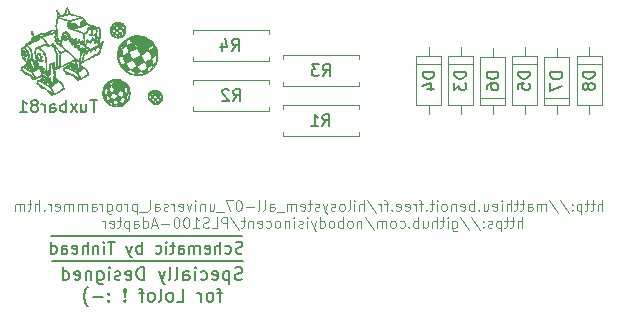
<source format=gbr>
G04 #@! TF.GenerationSoftware,KiCad,Pcbnew,5.1.10-88a1d61d58~88~ubuntu18.04.1*
G04 #@! TF.CreationDate,2021-09-30T23:52:24+02:00*
G04 #@! TF.ProjectId,adapt_prog_eprom-fat,61646170-745f-4707-926f-675f6570726f,rev?*
G04 #@! TF.SameCoordinates,Original*
G04 #@! TF.FileFunction,Legend,Bot*
G04 #@! TF.FilePolarity,Positive*
%FSLAX46Y46*%
G04 Gerber Fmt 4.6, Leading zero omitted, Abs format (unit mm)*
G04 Created by KiCad (PCBNEW 5.1.10-88a1d61d58~88~ubuntu18.04.1) date 2021-09-30 23:52:24*
%MOMM*%
%LPD*%
G01*
G04 APERTURE LIST*
%ADD10C,0.100000*%
%ADD11C,0.150000*%
%ADD12C,0.170000*%
%ADD13C,0.120000*%
%ADD14C,0.010000*%
G04 APERTURE END LIST*
D10*
X148437142Y-33773571D02*
X148437142Y-32903571D01*
X148064285Y-33773571D02*
X148064285Y-33317857D01*
X148105714Y-33235000D01*
X148188571Y-33193571D01*
X148312857Y-33193571D01*
X148395714Y-33235000D01*
X148437142Y-33276428D01*
X147774285Y-33193571D02*
X147442857Y-33193571D01*
X147650000Y-32903571D02*
X147650000Y-33649285D01*
X147608571Y-33732142D01*
X147525714Y-33773571D01*
X147442857Y-33773571D01*
X147277142Y-33193571D02*
X146945714Y-33193571D01*
X147152857Y-32903571D02*
X147152857Y-33649285D01*
X147111428Y-33732142D01*
X147028571Y-33773571D01*
X146945714Y-33773571D01*
X146655714Y-33193571D02*
X146655714Y-34063571D01*
X146655714Y-33235000D02*
X146572857Y-33193571D01*
X146407142Y-33193571D01*
X146324285Y-33235000D01*
X146282857Y-33276428D01*
X146241428Y-33359285D01*
X146241428Y-33607857D01*
X146282857Y-33690714D01*
X146324285Y-33732142D01*
X146407142Y-33773571D01*
X146572857Y-33773571D01*
X146655714Y-33732142D01*
X145868571Y-33690714D02*
X145827142Y-33732142D01*
X145868571Y-33773571D01*
X145910000Y-33732142D01*
X145868571Y-33690714D01*
X145868571Y-33773571D01*
X145868571Y-33235000D02*
X145827142Y-33276428D01*
X145868571Y-33317857D01*
X145910000Y-33276428D01*
X145868571Y-33235000D01*
X145868571Y-33317857D01*
X144832857Y-32862142D02*
X145578571Y-33980714D01*
X143921428Y-32862142D02*
X144667142Y-33980714D01*
X143631428Y-33773571D02*
X143631428Y-33193571D01*
X143631428Y-33276428D02*
X143590000Y-33235000D01*
X143507142Y-33193571D01*
X143382857Y-33193571D01*
X143300000Y-33235000D01*
X143258571Y-33317857D01*
X143258571Y-33773571D01*
X143258571Y-33317857D02*
X143217142Y-33235000D01*
X143134285Y-33193571D01*
X143010000Y-33193571D01*
X142927142Y-33235000D01*
X142885714Y-33317857D01*
X142885714Y-33773571D01*
X142098571Y-33773571D02*
X142098571Y-33317857D01*
X142140000Y-33235000D01*
X142222857Y-33193571D01*
X142388571Y-33193571D01*
X142471428Y-33235000D01*
X142098571Y-33732142D02*
X142181428Y-33773571D01*
X142388571Y-33773571D01*
X142471428Y-33732142D01*
X142512857Y-33649285D01*
X142512857Y-33566428D01*
X142471428Y-33483571D01*
X142388571Y-33442142D01*
X142181428Y-33442142D01*
X142098571Y-33400714D01*
X141808571Y-33193571D02*
X141477142Y-33193571D01*
X141684285Y-32903571D02*
X141684285Y-33649285D01*
X141642857Y-33732142D01*
X141560000Y-33773571D01*
X141477142Y-33773571D01*
X141311428Y-33193571D02*
X140980000Y-33193571D01*
X141187142Y-32903571D02*
X141187142Y-33649285D01*
X141145714Y-33732142D01*
X141062857Y-33773571D01*
X140980000Y-33773571D01*
X140690000Y-33773571D02*
X140690000Y-32903571D01*
X140317142Y-33773571D02*
X140317142Y-33317857D01*
X140358571Y-33235000D01*
X140441428Y-33193571D01*
X140565714Y-33193571D01*
X140648571Y-33235000D01*
X140690000Y-33276428D01*
X139902857Y-33773571D02*
X139902857Y-33193571D01*
X139902857Y-32903571D02*
X139944285Y-32945000D01*
X139902857Y-32986428D01*
X139861428Y-32945000D01*
X139902857Y-32903571D01*
X139902857Y-32986428D01*
X139157142Y-33732142D02*
X139240000Y-33773571D01*
X139405714Y-33773571D01*
X139488571Y-33732142D01*
X139530000Y-33649285D01*
X139530000Y-33317857D01*
X139488571Y-33235000D01*
X139405714Y-33193571D01*
X139240000Y-33193571D01*
X139157142Y-33235000D01*
X139115714Y-33317857D01*
X139115714Y-33400714D01*
X139530000Y-33483571D01*
X138370000Y-33193571D02*
X138370000Y-33773571D01*
X138742857Y-33193571D02*
X138742857Y-33649285D01*
X138701428Y-33732142D01*
X138618571Y-33773571D01*
X138494285Y-33773571D01*
X138411428Y-33732142D01*
X138370000Y-33690714D01*
X137955714Y-33690714D02*
X137914285Y-33732142D01*
X137955714Y-33773571D01*
X137997142Y-33732142D01*
X137955714Y-33690714D01*
X137955714Y-33773571D01*
X137541428Y-33773571D02*
X137541428Y-32903571D01*
X137541428Y-33235000D02*
X137458571Y-33193571D01*
X137292857Y-33193571D01*
X137210000Y-33235000D01*
X137168571Y-33276428D01*
X137127142Y-33359285D01*
X137127142Y-33607857D01*
X137168571Y-33690714D01*
X137210000Y-33732142D01*
X137292857Y-33773571D01*
X137458571Y-33773571D01*
X137541428Y-33732142D01*
X136422857Y-33732142D02*
X136505714Y-33773571D01*
X136671428Y-33773571D01*
X136754285Y-33732142D01*
X136795714Y-33649285D01*
X136795714Y-33317857D01*
X136754285Y-33235000D01*
X136671428Y-33193571D01*
X136505714Y-33193571D01*
X136422857Y-33235000D01*
X136381428Y-33317857D01*
X136381428Y-33400714D01*
X136795714Y-33483571D01*
X136008571Y-33193571D02*
X136008571Y-33773571D01*
X136008571Y-33276428D02*
X135967142Y-33235000D01*
X135884285Y-33193571D01*
X135760000Y-33193571D01*
X135677142Y-33235000D01*
X135635714Y-33317857D01*
X135635714Y-33773571D01*
X135097142Y-33773571D02*
X135180000Y-33732142D01*
X135221428Y-33690714D01*
X135262857Y-33607857D01*
X135262857Y-33359285D01*
X135221428Y-33276428D01*
X135180000Y-33235000D01*
X135097142Y-33193571D01*
X134972857Y-33193571D01*
X134890000Y-33235000D01*
X134848571Y-33276428D01*
X134807142Y-33359285D01*
X134807142Y-33607857D01*
X134848571Y-33690714D01*
X134890000Y-33732142D01*
X134972857Y-33773571D01*
X135097142Y-33773571D01*
X134434285Y-33773571D02*
X134434285Y-33193571D01*
X134434285Y-32903571D02*
X134475714Y-32945000D01*
X134434285Y-32986428D01*
X134392857Y-32945000D01*
X134434285Y-32903571D01*
X134434285Y-32986428D01*
X134144285Y-33193571D02*
X133812857Y-33193571D01*
X134019999Y-32903571D02*
X134019999Y-33649285D01*
X133978571Y-33732142D01*
X133895714Y-33773571D01*
X133812857Y-33773571D01*
X133522857Y-33690714D02*
X133481428Y-33732142D01*
X133522857Y-33773571D01*
X133564285Y-33732142D01*
X133522857Y-33690714D01*
X133522857Y-33773571D01*
X133232857Y-33193571D02*
X132901428Y-33193571D01*
X133108571Y-33773571D02*
X133108571Y-33027857D01*
X133067142Y-32945000D01*
X132984285Y-32903571D01*
X132901428Y-32903571D01*
X132611428Y-33773571D02*
X132611428Y-33193571D01*
X132611428Y-33359285D02*
X132569999Y-33276428D01*
X132528571Y-33235000D01*
X132445714Y-33193571D01*
X132362857Y-33193571D01*
X131741428Y-33732142D02*
X131824285Y-33773571D01*
X131989999Y-33773571D01*
X132072857Y-33732142D01*
X132114285Y-33649285D01*
X132114285Y-33317857D01*
X132072857Y-33235000D01*
X131989999Y-33193571D01*
X131824285Y-33193571D01*
X131741428Y-33235000D01*
X131699999Y-33317857D01*
X131699999Y-33400714D01*
X132114285Y-33483571D01*
X130995714Y-33732142D02*
X131078571Y-33773571D01*
X131244285Y-33773571D01*
X131327142Y-33732142D01*
X131368571Y-33649285D01*
X131368571Y-33317857D01*
X131327142Y-33235000D01*
X131244285Y-33193571D01*
X131078571Y-33193571D01*
X130995714Y-33235000D01*
X130954285Y-33317857D01*
X130954285Y-33400714D01*
X131368571Y-33483571D01*
X130581428Y-33690714D02*
X130539999Y-33732142D01*
X130581428Y-33773571D01*
X130622857Y-33732142D01*
X130581428Y-33690714D01*
X130581428Y-33773571D01*
X130291428Y-33193571D02*
X129959999Y-33193571D01*
X130167142Y-33773571D02*
X130167142Y-33027857D01*
X130125714Y-32945000D01*
X130042857Y-32903571D01*
X129959999Y-32903571D01*
X129669999Y-33773571D02*
X129669999Y-33193571D01*
X129669999Y-33359285D02*
X129628571Y-33276428D01*
X129587142Y-33235000D01*
X129504285Y-33193571D01*
X129421428Y-33193571D01*
X128509999Y-32862142D02*
X129255714Y-33980714D01*
X128219999Y-33773571D02*
X128219999Y-32903571D01*
X127847142Y-33773571D02*
X127847142Y-33317857D01*
X127888571Y-33235000D01*
X127971428Y-33193571D01*
X128095714Y-33193571D01*
X128178571Y-33235000D01*
X128219999Y-33276428D01*
X127432857Y-33773571D02*
X127432857Y-33193571D01*
X127432857Y-32903571D02*
X127474285Y-32945000D01*
X127432857Y-32986428D01*
X127391428Y-32945000D01*
X127432857Y-32903571D01*
X127432857Y-32986428D01*
X126894285Y-33773571D02*
X126977142Y-33732142D01*
X127018571Y-33649285D01*
X127018571Y-32903571D01*
X126438571Y-33773571D02*
X126521428Y-33732142D01*
X126562857Y-33690714D01*
X126604285Y-33607857D01*
X126604285Y-33359285D01*
X126562857Y-33276428D01*
X126521428Y-33235000D01*
X126438571Y-33193571D01*
X126314285Y-33193571D01*
X126231428Y-33235000D01*
X126189999Y-33276428D01*
X126148571Y-33359285D01*
X126148571Y-33607857D01*
X126189999Y-33690714D01*
X126231428Y-33732142D01*
X126314285Y-33773571D01*
X126438571Y-33773571D01*
X125817142Y-33732142D02*
X125734285Y-33773571D01*
X125568571Y-33773571D01*
X125485714Y-33732142D01*
X125444285Y-33649285D01*
X125444285Y-33607857D01*
X125485714Y-33525000D01*
X125568571Y-33483571D01*
X125692857Y-33483571D01*
X125775714Y-33442142D01*
X125817142Y-33359285D01*
X125817142Y-33317857D01*
X125775714Y-33235000D01*
X125692857Y-33193571D01*
X125568571Y-33193571D01*
X125485714Y-33235000D01*
X125154285Y-33193571D02*
X124947142Y-33773571D01*
X124739999Y-33193571D02*
X124947142Y-33773571D01*
X125029999Y-33980714D01*
X125071428Y-34022142D01*
X125154285Y-34063571D01*
X124449999Y-33732142D02*
X124367142Y-33773571D01*
X124201428Y-33773571D01*
X124118571Y-33732142D01*
X124077142Y-33649285D01*
X124077142Y-33607857D01*
X124118571Y-33525000D01*
X124201428Y-33483571D01*
X124325714Y-33483571D01*
X124408571Y-33442142D01*
X124449999Y-33359285D01*
X124449999Y-33317857D01*
X124408571Y-33235000D01*
X124325714Y-33193571D01*
X124201428Y-33193571D01*
X124118571Y-33235000D01*
X123828571Y-33193571D02*
X123497142Y-33193571D01*
X123704285Y-32903571D02*
X123704285Y-33649285D01*
X123662857Y-33732142D01*
X123579999Y-33773571D01*
X123497142Y-33773571D01*
X122875714Y-33732142D02*
X122958571Y-33773571D01*
X123124285Y-33773571D01*
X123207142Y-33732142D01*
X123248571Y-33649285D01*
X123248571Y-33317857D01*
X123207142Y-33235000D01*
X123124285Y-33193571D01*
X122958571Y-33193571D01*
X122875714Y-33235000D01*
X122834285Y-33317857D01*
X122834285Y-33400714D01*
X123248571Y-33483571D01*
X122461428Y-33773571D02*
X122461428Y-33193571D01*
X122461428Y-33276428D02*
X122419999Y-33235000D01*
X122337142Y-33193571D01*
X122212857Y-33193571D01*
X122129999Y-33235000D01*
X122088571Y-33317857D01*
X122088571Y-33773571D01*
X122088571Y-33317857D02*
X122047142Y-33235000D01*
X121964285Y-33193571D01*
X121839999Y-33193571D01*
X121757142Y-33235000D01*
X121715714Y-33317857D01*
X121715714Y-33773571D01*
X121508571Y-33856428D02*
X120845714Y-33856428D01*
X120265714Y-33773571D02*
X120265714Y-33317857D01*
X120307142Y-33235000D01*
X120389999Y-33193571D01*
X120555714Y-33193571D01*
X120638571Y-33235000D01*
X120265714Y-33732142D02*
X120348571Y-33773571D01*
X120555714Y-33773571D01*
X120638571Y-33732142D01*
X120679999Y-33649285D01*
X120679999Y-33566428D01*
X120638571Y-33483571D01*
X120555714Y-33442142D01*
X120348571Y-33442142D01*
X120265714Y-33400714D01*
X119727142Y-33773571D02*
X119809999Y-33732142D01*
X119851428Y-33649285D01*
X119851428Y-32903571D01*
X119271428Y-33773571D02*
X119354285Y-33732142D01*
X119395714Y-33649285D01*
X119395714Y-32903571D01*
X118939999Y-33442142D02*
X118277142Y-33442142D01*
X117697142Y-32903571D02*
X117614285Y-32903571D01*
X117531428Y-32945000D01*
X117489999Y-32986428D01*
X117448571Y-33069285D01*
X117407142Y-33235000D01*
X117407142Y-33442142D01*
X117448571Y-33607857D01*
X117489999Y-33690714D01*
X117531428Y-33732142D01*
X117614285Y-33773571D01*
X117697142Y-33773571D01*
X117779999Y-33732142D01*
X117821428Y-33690714D01*
X117862857Y-33607857D01*
X117904285Y-33442142D01*
X117904285Y-33235000D01*
X117862857Y-33069285D01*
X117821428Y-32986428D01*
X117779999Y-32945000D01*
X117697142Y-32903571D01*
X117117142Y-32903571D02*
X116537142Y-32903571D01*
X116909999Y-33773571D01*
X116412857Y-33856428D02*
X115749999Y-33856428D01*
X115169999Y-33193571D02*
X115169999Y-33773571D01*
X115542857Y-33193571D02*
X115542857Y-33649285D01*
X115501428Y-33732142D01*
X115418571Y-33773571D01*
X115294285Y-33773571D01*
X115211428Y-33732142D01*
X115169999Y-33690714D01*
X114755714Y-33193571D02*
X114755714Y-33773571D01*
X114755714Y-33276428D02*
X114714285Y-33235000D01*
X114631428Y-33193571D01*
X114507142Y-33193571D01*
X114424285Y-33235000D01*
X114382857Y-33317857D01*
X114382857Y-33773571D01*
X113968571Y-33773571D02*
X113968571Y-33193571D01*
X113968571Y-32903571D02*
X114009999Y-32945000D01*
X113968571Y-32986428D01*
X113927142Y-32945000D01*
X113968571Y-32903571D01*
X113968571Y-32986428D01*
X113637142Y-33193571D02*
X113429999Y-33773571D01*
X113222857Y-33193571D01*
X112559999Y-33732142D02*
X112642857Y-33773571D01*
X112808571Y-33773571D01*
X112891428Y-33732142D01*
X112932857Y-33649285D01*
X112932857Y-33317857D01*
X112891428Y-33235000D01*
X112808571Y-33193571D01*
X112642857Y-33193571D01*
X112559999Y-33235000D01*
X112518571Y-33317857D01*
X112518571Y-33400714D01*
X112932857Y-33483571D01*
X112145714Y-33773571D02*
X112145714Y-33193571D01*
X112145714Y-33359285D02*
X112104285Y-33276428D01*
X112062857Y-33235000D01*
X111979999Y-33193571D01*
X111897142Y-33193571D01*
X111648571Y-33732142D02*
X111565714Y-33773571D01*
X111399999Y-33773571D01*
X111317142Y-33732142D01*
X111275714Y-33649285D01*
X111275714Y-33607857D01*
X111317142Y-33525000D01*
X111399999Y-33483571D01*
X111524285Y-33483571D01*
X111607142Y-33442142D01*
X111648571Y-33359285D01*
X111648571Y-33317857D01*
X111607142Y-33235000D01*
X111524285Y-33193571D01*
X111399999Y-33193571D01*
X111317142Y-33235000D01*
X110529999Y-33773571D02*
X110529999Y-33317857D01*
X110571428Y-33235000D01*
X110654285Y-33193571D01*
X110819999Y-33193571D01*
X110902857Y-33235000D01*
X110529999Y-33732142D02*
X110612857Y-33773571D01*
X110819999Y-33773571D01*
X110902857Y-33732142D01*
X110944285Y-33649285D01*
X110944285Y-33566428D01*
X110902857Y-33483571D01*
X110819999Y-33442142D01*
X110612857Y-33442142D01*
X110529999Y-33400714D01*
X109991428Y-33773571D02*
X110074285Y-33732142D01*
X110115714Y-33649285D01*
X110115714Y-32903571D01*
X109867142Y-33856428D02*
X109204285Y-33856428D01*
X108997142Y-33193571D02*
X108997142Y-34063571D01*
X108997142Y-33235000D02*
X108914285Y-33193571D01*
X108748571Y-33193571D01*
X108665714Y-33235000D01*
X108624285Y-33276428D01*
X108582857Y-33359285D01*
X108582857Y-33607857D01*
X108624285Y-33690714D01*
X108665714Y-33732142D01*
X108748571Y-33773571D01*
X108914285Y-33773571D01*
X108997142Y-33732142D01*
X108209999Y-33773571D02*
X108209999Y-33193571D01*
X108209999Y-33359285D02*
X108168571Y-33276428D01*
X108127142Y-33235000D01*
X108044285Y-33193571D01*
X107961428Y-33193571D01*
X107547142Y-33773571D02*
X107629999Y-33732142D01*
X107671428Y-33690714D01*
X107712857Y-33607857D01*
X107712857Y-33359285D01*
X107671428Y-33276428D01*
X107629999Y-33235000D01*
X107547142Y-33193571D01*
X107422857Y-33193571D01*
X107339999Y-33235000D01*
X107298571Y-33276428D01*
X107257142Y-33359285D01*
X107257142Y-33607857D01*
X107298571Y-33690714D01*
X107339999Y-33732142D01*
X107422857Y-33773571D01*
X107547142Y-33773571D01*
X106511428Y-33193571D02*
X106511428Y-33897857D01*
X106552857Y-33980714D01*
X106594285Y-34022142D01*
X106677142Y-34063571D01*
X106801428Y-34063571D01*
X106884285Y-34022142D01*
X106511428Y-33732142D02*
X106594285Y-33773571D01*
X106759999Y-33773571D01*
X106842857Y-33732142D01*
X106884285Y-33690714D01*
X106925714Y-33607857D01*
X106925714Y-33359285D01*
X106884285Y-33276428D01*
X106842857Y-33235000D01*
X106759999Y-33193571D01*
X106594285Y-33193571D01*
X106511428Y-33235000D01*
X106097142Y-33773571D02*
X106097142Y-33193571D01*
X106097142Y-33359285D02*
X106055714Y-33276428D01*
X106014285Y-33235000D01*
X105931428Y-33193571D01*
X105848571Y-33193571D01*
X105185714Y-33773571D02*
X105185714Y-33317857D01*
X105227142Y-33235000D01*
X105309999Y-33193571D01*
X105475714Y-33193571D01*
X105558571Y-33235000D01*
X105185714Y-33732142D02*
X105268571Y-33773571D01*
X105475714Y-33773571D01*
X105558571Y-33732142D01*
X105599999Y-33649285D01*
X105599999Y-33566428D01*
X105558571Y-33483571D01*
X105475714Y-33442142D01*
X105268571Y-33442142D01*
X105185714Y-33400714D01*
X104771428Y-33773571D02*
X104771428Y-33193571D01*
X104771428Y-33276428D02*
X104729999Y-33235000D01*
X104647142Y-33193571D01*
X104522857Y-33193571D01*
X104439999Y-33235000D01*
X104398571Y-33317857D01*
X104398571Y-33773571D01*
X104398571Y-33317857D02*
X104357142Y-33235000D01*
X104274285Y-33193571D01*
X104149999Y-33193571D01*
X104067142Y-33235000D01*
X104025714Y-33317857D01*
X104025714Y-33773571D01*
X103611428Y-33773571D02*
X103611428Y-33193571D01*
X103611428Y-33276428D02*
X103569999Y-33235000D01*
X103487142Y-33193571D01*
X103362857Y-33193571D01*
X103279999Y-33235000D01*
X103238571Y-33317857D01*
X103238571Y-33773571D01*
X103238571Y-33317857D02*
X103197142Y-33235000D01*
X103114285Y-33193571D01*
X102989999Y-33193571D01*
X102907142Y-33235000D01*
X102865714Y-33317857D01*
X102865714Y-33773571D01*
X102119999Y-33732142D02*
X102202857Y-33773571D01*
X102368571Y-33773571D01*
X102451428Y-33732142D01*
X102492857Y-33649285D01*
X102492857Y-33317857D01*
X102451428Y-33235000D01*
X102368571Y-33193571D01*
X102202857Y-33193571D01*
X102119999Y-33235000D01*
X102078571Y-33317857D01*
X102078571Y-33400714D01*
X102492857Y-33483571D01*
X101705714Y-33773571D02*
X101705714Y-33193571D01*
X101705714Y-33359285D02*
X101664285Y-33276428D01*
X101622857Y-33235000D01*
X101539999Y-33193571D01*
X101457142Y-33193571D01*
X101167142Y-33690714D02*
X101125714Y-33732142D01*
X101167142Y-33773571D01*
X101208571Y-33732142D01*
X101167142Y-33690714D01*
X101167142Y-33773571D01*
X100752857Y-33773571D02*
X100752857Y-32903571D01*
X100379999Y-33773571D02*
X100379999Y-33317857D01*
X100421428Y-33235000D01*
X100504285Y-33193571D01*
X100628571Y-33193571D01*
X100711428Y-33235000D01*
X100752857Y-33276428D01*
X100089999Y-33193571D02*
X99758571Y-33193571D01*
X99965714Y-32903571D02*
X99965714Y-33649285D01*
X99924285Y-33732142D01*
X99841428Y-33773571D01*
X99758571Y-33773571D01*
X99468571Y-33773571D02*
X99468571Y-33193571D01*
X99468571Y-33276428D02*
X99427142Y-33235000D01*
X99344285Y-33193571D01*
X99219999Y-33193571D01*
X99137142Y-33235000D01*
X99095714Y-33317857D01*
X99095714Y-33773571D01*
X99095714Y-33317857D02*
X99054285Y-33235000D01*
X98971428Y-33193571D01*
X98847142Y-33193571D01*
X98764285Y-33235000D01*
X98722857Y-33317857D01*
X98722857Y-33773571D01*
D11*
X117950000Y-35930000D02*
X101770000Y-35930000D01*
X118010000Y-38010000D02*
X101820000Y-38010000D01*
X117939047Y-37364761D02*
X117796190Y-37412380D01*
X117558095Y-37412380D01*
X117462857Y-37364761D01*
X117415238Y-37317142D01*
X117367619Y-37221904D01*
X117367619Y-37126666D01*
X117415238Y-37031428D01*
X117462857Y-36983809D01*
X117558095Y-36936190D01*
X117748571Y-36888571D01*
X117843809Y-36840952D01*
X117891428Y-36793333D01*
X117939047Y-36698095D01*
X117939047Y-36602857D01*
X117891428Y-36507619D01*
X117843809Y-36460000D01*
X117748571Y-36412380D01*
X117510476Y-36412380D01*
X117367619Y-36460000D01*
X116510476Y-37364761D02*
X116605714Y-37412380D01*
X116796190Y-37412380D01*
X116891428Y-37364761D01*
X116939047Y-37317142D01*
X116986666Y-37221904D01*
X116986666Y-36936190D01*
X116939047Y-36840952D01*
X116891428Y-36793333D01*
X116796190Y-36745714D01*
X116605714Y-36745714D01*
X116510476Y-36793333D01*
X116081904Y-37412380D02*
X116081904Y-36412380D01*
X115653333Y-37412380D02*
X115653333Y-36888571D01*
X115700952Y-36793333D01*
X115796190Y-36745714D01*
X115939047Y-36745714D01*
X116034285Y-36793333D01*
X116081904Y-36840952D01*
X114796190Y-37364761D02*
X114891428Y-37412380D01*
X115081904Y-37412380D01*
X115177142Y-37364761D01*
X115224761Y-37269523D01*
X115224761Y-36888571D01*
X115177142Y-36793333D01*
X115081904Y-36745714D01*
X114891428Y-36745714D01*
X114796190Y-36793333D01*
X114748571Y-36888571D01*
X114748571Y-36983809D01*
X115224761Y-37079047D01*
X114320000Y-37412380D02*
X114320000Y-36745714D01*
X114320000Y-36840952D02*
X114272380Y-36793333D01*
X114177142Y-36745714D01*
X114034285Y-36745714D01*
X113939047Y-36793333D01*
X113891428Y-36888571D01*
X113891428Y-37412380D01*
X113891428Y-36888571D02*
X113843809Y-36793333D01*
X113748571Y-36745714D01*
X113605714Y-36745714D01*
X113510476Y-36793333D01*
X113462857Y-36888571D01*
X113462857Y-37412380D01*
X112558095Y-37412380D02*
X112558095Y-36888571D01*
X112605714Y-36793333D01*
X112700952Y-36745714D01*
X112891428Y-36745714D01*
X112986666Y-36793333D01*
X112558095Y-37364761D02*
X112653333Y-37412380D01*
X112891428Y-37412380D01*
X112986666Y-37364761D01*
X113034285Y-37269523D01*
X113034285Y-37174285D01*
X112986666Y-37079047D01*
X112891428Y-37031428D01*
X112653333Y-37031428D01*
X112558095Y-36983809D01*
X112224761Y-36745714D02*
X111843809Y-36745714D01*
X112081904Y-36412380D02*
X112081904Y-37269523D01*
X112034285Y-37364761D01*
X111939047Y-37412380D01*
X111843809Y-37412380D01*
X111510476Y-37412380D02*
X111510476Y-36745714D01*
X111510476Y-36412380D02*
X111558095Y-36460000D01*
X111510476Y-36507619D01*
X111462857Y-36460000D01*
X111510476Y-36412380D01*
X111510476Y-36507619D01*
X110605714Y-37364761D02*
X110700952Y-37412380D01*
X110891428Y-37412380D01*
X110986666Y-37364761D01*
X111034285Y-37317142D01*
X111081904Y-37221904D01*
X111081904Y-36936190D01*
X111034285Y-36840952D01*
X110986666Y-36793333D01*
X110891428Y-36745714D01*
X110700952Y-36745714D01*
X110605714Y-36793333D01*
X109415238Y-37412380D02*
X109415238Y-36412380D01*
X109415238Y-36793333D02*
X109320000Y-36745714D01*
X109129523Y-36745714D01*
X109034285Y-36793333D01*
X108986666Y-36840952D01*
X108939047Y-36936190D01*
X108939047Y-37221904D01*
X108986666Y-37317142D01*
X109034285Y-37364761D01*
X109129523Y-37412380D01*
X109320000Y-37412380D01*
X109415238Y-37364761D01*
X108605714Y-36745714D02*
X108367619Y-37412380D01*
X108129523Y-36745714D02*
X108367619Y-37412380D01*
X108462857Y-37650476D01*
X108510476Y-37698095D01*
X108605714Y-37745714D01*
X107129523Y-36412380D02*
X106558095Y-36412380D01*
X106843809Y-37412380D02*
X106843809Y-36412380D01*
X106224761Y-37412380D02*
X106224761Y-36745714D01*
X106224761Y-36412380D02*
X106272380Y-36460000D01*
X106224761Y-36507619D01*
X106177142Y-36460000D01*
X106224761Y-36412380D01*
X106224761Y-36507619D01*
X105748571Y-36745714D02*
X105748571Y-37412380D01*
X105748571Y-36840952D02*
X105700952Y-36793333D01*
X105605714Y-36745714D01*
X105462857Y-36745714D01*
X105367619Y-36793333D01*
X105320000Y-36888571D01*
X105320000Y-37412380D01*
X104843809Y-37412380D02*
X104843809Y-36412380D01*
X104415238Y-37412380D02*
X104415238Y-36888571D01*
X104462857Y-36793333D01*
X104558095Y-36745714D01*
X104700952Y-36745714D01*
X104796190Y-36793333D01*
X104843809Y-36840952D01*
X103558095Y-37364761D02*
X103653333Y-37412380D01*
X103843809Y-37412380D01*
X103939047Y-37364761D01*
X103986666Y-37269523D01*
X103986666Y-36888571D01*
X103939047Y-36793333D01*
X103843809Y-36745714D01*
X103653333Y-36745714D01*
X103558095Y-36793333D01*
X103510476Y-36888571D01*
X103510476Y-36983809D01*
X103986666Y-37079047D01*
X102653333Y-37412380D02*
X102653333Y-36888571D01*
X102700952Y-36793333D01*
X102796190Y-36745714D01*
X102986666Y-36745714D01*
X103081904Y-36793333D01*
X102653333Y-37364761D02*
X102748571Y-37412380D01*
X102986666Y-37412380D01*
X103081904Y-37364761D01*
X103129523Y-37269523D01*
X103129523Y-37174285D01*
X103081904Y-37079047D01*
X102986666Y-37031428D01*
X102748571Y-37031428D01*
X102653333Y-36983809D01*
X101748571Y-37412380D02*
X101748571Y-36412380D01*
X101748571Y-37364761D02*
X101843809Y-37412380D01*
X102034285Y-37412380D01*
X102129523Y-37364761D01*
X102177142Y-37317142D01*
X102224761Y-37221904D01*
X102224761Y-36936190D01*
X102177142Y-36840952D01*
X102129523Y-36793333D01*
X102034285Y-36745714D01*
X101843809Y-36745714D01*
X101748571Y-36793333D01*
D10*
X141620714Y-35223571D02*
X141620714Y-34353571D01*
X141247857Y-35223571D02*
X141247857Y-34767857D01*
X141289285Y-34685000D01*
X141372142Y-34643571D01*
X141496428Y-34643571D01*
X141579285Y-34685000D01*
X141620714Y-34726428D01*
X140957857Y-34643571D02*
X140626428Y-34643571D01*
X140833571Y-34353571D02*
X140833571Y-35099285D01*
X140792142Y-35182142D01*
X140709285Y-35223571D01*
X140626428Y-35223571D01*
X140460714Y-34643571D02*
X140129285Y-34643571D01*
X140336428Y-34353571D02*
X140336428Y-35099285D01*
X140295000Y-35182142D01*
X140212142Y-35223571D01*
X140129285Y-35223571D01*
X139839285Y-34643571D02*
X139839285Y-35513571D01*
X139839285Y-34685000D02*
X139756428Y-34643571D01*
X139590714Y-34643571D01*
X139507857Y-34685000D01*
X139466428Y-34726428D01*
X139425000Y-34809285D01*
X139425000Y-35057857D01*
X139466428Y-35140714D01*
X139507857Y-35182142D01*
X139590714Y-35223571D01*
X139756428Y-35223571D01*
X139839285Y-35182142D01*
X139093571Y-35182142D02*
X139010714Y-35223571D01*
X138845000Y-35223571D01*
X138762142Y-35182142D01*
X138720714Y-35099285D01*
X138720714Y-35057857D01*
X138762142Y-34975000D01*
X138845000Y-34933571D01*
X138969285Y-34933571D01*
X139052142Y-34892142D01*
X139093571Y-34809285D01*
X139093571Y-34767857D01*
X139052142Y-34685000D01*
X138969285Y-34643571D01*
X138845000Y-34643571D01*
X138762142Y-34685000D01*
X138347857Y-35140714D02*
X138306428Y-35182142D01*
X138347857Y-35223571D01*
X138389285Y-35182142D01*
X138347857Y-35140714D01*
X138347857Y-35223571D01*
X138347857Y-34685000D02*
X138306428Y-34726428D01*
X138347857Y-34767857D01*
X138389285Y-34726428D01*
X138347857Y-34685000D01*
X138347857Y-34767857D01*
X137312142Y-34312142D02*
X138057857Y-35430714D01*
X136400714Y-34312142D02*
X137146428Y-35430714D01*
X135737857Y-34643571D02*
X135737857Y-35347857D01*
X135779285Y-35430714D01*
X135820714Y-35472142D01*
X135903571Y-35513571D01*
X136027857Y-35513571D01*
X136110714Y-35472142D01*
X135737857Y-35182142D02*
X135820714Y-35223571D01*
X135986428Y-35223571D01*
X136069285Y-35182142D01*
X136110714Y-35140714D01*
X136152142Y-35057857D01*
X136152142Y-34809285D01*
X136110714Y-34726428D01*
X136069285Y-34685000D01*
X135986428Y-34643571D01*
X135820714Y-34643571D01*
X135737857Y-34685000D01*
X135323571Y-35223571D02*
X135323571Y-34643571D01*
X135323571Y-34353571D02*
X135365000Y-34395000D01*
X135323571Y-34436428D01*
X135282142Y-34395000D01*
X135323571Y-34353571D01*
X135323571Y-34436428D01*
X135033571Y-34643571D02*
X134702142Y-34643571D01*
X134909285Y-34353571D02*
X134909285Y-35099285D01*
X134867857Y-35182142D01*
X134785000Y-35223571D01*
X134702142Y-35223571D01*
X134412142Y-35223571D02*
X134412142Y-34353571D01*
X134039285Y-35223571D02*
X134039285Y-34767857D01*
X134080714Y-34685000D01*
X134163571Y-34643571D01*
X134287857Y-34643571D01*
X134370714Y-34685000D01*
X134412142Y-34726428D01*
X133252142Y-34643571D02*
X133252142Y-35223571D01*
X133625000Y-34643571D02*
X133625000Y-35099285D01*
X133583571Y-35182142D01*
X133500714Y-35223571D01*
X133376428Y-35223571D01*
X133293571Y-35182142D01*
X133252142Y-35140714D01*
X132837857Y-35223571D02*
X132837857Y-34353571D01*
X132837857Y-34685000D02*
X132755000Y-34643571D01*
X132589285Y-34643571D01*
X132506428Y-34685000D01*
X132465000Y-34726428D01*
X132423571Y-34809285D01*
X132423571Y-35057857D01*
X132465000Y-35140714D01*
X132506428Y-35182142D01*
X132589285Y-35223571D01*
X132755000Y-35223571D01*
X132837857Y-35182142D01*
X132050714Y-35140714D02*
X132009285Y-35182142D01*
X132050714Y-35223571D01*
X132092142Y-35182142D01*
X132050714Y-35140714D01*
X132050714Y-35223571D01*
X131263571Y-35182142D02*
X131346428Y-35223571D01*
X131512142Y-35223571D01*
X131595000Y-35182142D01*
X131636428Y-35140714D01*
X131677857Y-35057857D01*
X131677857Y-34809285D01*
X131636428Y-34726428D01*
X131595000Y-34685000D01*
X131512142Y-34643571D01*
X131346428Y-34643571D01*
X131263571Y-34685000D01*
X130766428Y-35223571D02*
X130849285Y-35182142D01*
X130890714Y-35140714D01*
X130932142Y-35057857D01*
X130932142Y-34809285D01*
X130890714Y-34726428D01*
X130849285Y-34685000D01*
X130766428Y-34643571D01*
X130642142Y-34643571D01*
X130559285Y-34685000D01*
X130517857Y-34726428D01*
X130476428Y-34809285D01*
X130476428Y-35057857D01*
X130517857Y-35140714D01*
X130559285Y-35182142D01*
X130642142Y-35223571D01*
X130766428Y-35223571D01*
X130103571Y-35223571D02*
X130103571Y-34643571D01*
X130103571Y-34726428D02*
X130062142Y-34685000D01*
X129979285Y-34643571D01*
X129855000Y-34643571D01*
X129772142Y-34685000D01*
X129730714Y-34767857D01*
X129730714Y-35223571D01*
X129730714Y-34767857D02*
X129689285Y-34685000D01*
X129606428Y-34643571D01*
X129482142Y-34643571D01*
X129399285Y-34685000D01*
X129357857Y-34767857D01*
X129357857Y-35223571D01*
X128322142Y-34312142D02*
X129067857Y-35430714D01*
X128032142Y-34643571D02*
X128032142Y-35223571D01*
X128032142Y-34726428D02*
X127990714Y-34685000D01*
X127907857Y-34643571D01*
X127783571Y-34643571D01*
X127700714Y-34685000D01*
X127659285Y-34767857D01*
X127659285Y-35223571D01*
X127120714Y-35223571D02*
X127203571Y-35182142D01*
X127245000Y-35140714D01*
X127286428Y-35057857D01*
X127286428Y-34809285D01*
X127245000Y-34726428D01*
X127203571Y-34685000D01*
X127120714Y-34643571D01*
X126996428Y-34643571D01*
X126913571Y-34685000D01*
X126872142Y-34726428D01*
X126830714Y-34809285D01*
X126830714Y-35057857D01*
X126872142Y-35140714D01*
X126913571Y-35182142D01*
X126996428Y-35223571D01*
X127120714Y-35223571D01*
X126457857Y-35223571D02*
X126457857Y-34353571D01*
X126457857Y-34685000D02*
X126375000Y-34643571D01*
X126209285Y-34643571D01*
X126126428Y-34685000D01*
X126085000Y-34726428D01*
X126043571Y-34809285D01*
X126043571Y-35057857D01*
X126085000Y-35140714D01*
X126126428Y-35182142D01*
X126209285Y-35223571D01*
X126375000Y-35223571D01*
X126457857Y-35182142D01*
X125546428Y-35223571D02*
X125629285Y-35182142D01*
X125670714Y-35140714D01*
X125712142Y-35057857D01*
X125712142Y-34809285D01*
X125670714Y-34726428D01*
X125629285Y-34685000D01*
X125546428Y-34643571D01*
X125422142Y-34643571D01*
X125339285Y-34685000D01*
X125297857Y-34726428D01*
X125256428Y-34809285D01*
X125256428Y-35057857D01*
X125297857Y-35140714D01*
X125339285Y-35182142D01*
X125422142Y-35223571D01*
X125546428Y-35223571D01*
X124510714Y-35223571D02*
X124510714Y-34353571D01*
X124510714Y-35182142D02*
X124593571Y-35223571D01*
X124759285Y-35223571D01*
X124842142Y-35182142D01*
X124883571Y-35140714D01*
X124924999Y-35057857D01*
X124924999Y-34809285D01*
X124883571Y-34726428D01*
X124842142Y-34685000D01*
X124759285Y-34643571D01*
X124593571Y-34643571D01*
X124510714Y-34685000D01*
X124179285Y-34643571D02*
X123972142Y-35223571D01*
X123764999Y-34643571D02*
X123972142Y-35223571D01*
X124054999Y-35430714D01*
X124096428Y-35472142D01*
X124179285Y-35513571D01*
X123433571Y-35223571D02*
X123433571Y-34643571D01*
X123433571Y-34353571D02*
X123474999Y-34395000D01*
X123433571Y-34436428D01*
X123392142Y-34395000D01*
X123433571Y-34353571D01*
X123433571Y-34436428D01*
X123060714Y-35182142D02*
X122977857Y-35223571D01*
X122812142Y-35223571D01*
X122729285Y-35182142D01*
X122687857Y-35099285D01*
X122687857Y-35057857D01*
X122729285Y-34975000D01*
X122812142Y-34933571D01*
X122936428Y-34933571D01*
X123019285Y-34892142D01*
X123060714Y-34809285D01*
X123060714Y-34767857D01*
X123019285Y-34685000D01*
X122936428Y-34643571D01*
X122812142Y-34643571D01*
X122729285Y-34685000D01*
X122315000Y-35223571D02*
X122315000Y-34643571D01*
X122315000Y-34353571D02*
X122356428Y-34395000D01*
X122315000Y-34436428D01*
X122273571Y-34395000D01*
X122315000Y-34353571D01*
X122315000Y-34436428D01*
X121900714Y-34643571D02*
X121900714Y-35223571D01*
X121900714Y-34726428D02*
X121859285Y-34685000D01*
X121776428Y-34643571D01*
X121652142Y-34643571D01*
X121569285Y-34685000D01*
X121527857Y-34767857D01*
X121527857Y-35223571D01*
X120989285Y-35223571D02*
X121072142Y-35182142D01*
X121113571Y-35140714D01*
X121155000Y-35057857D01*
X121155000Y-34809285D01*
X121113571Y-34726428D01*
X121072142Y-34685000D01*
X120989285Y-34643571D01*
X120865000Y-34643571D01*
X120782142Y-34685000D01*
X120740714Y-34726428D01*
X120699285Y-34809285D01*
X120699285Y-35057857D01*
X120740714Y-35140714D01*
X120782142Y-35182142D01*
X120865000Y-35223571D01*
X120989285Y-35223571D01*
X119953571Y-35182142D02*
X120036428Y-35223571D01*
X120202142Y-35223571D01*
X120285000Y-35182142D01*
X120326428Y-35140714D01*
X120367857Y-35057857D01*
X120367857Y-34809285D01*
X120326428Y-34726428D01*
X120285000Y-34685000D01*
X120202142Y-34643571D01*
X120036428Y-34643571D01*
X119953571Y-34685000D01*
X119249285Y-35182142D02*
X119332142Y-35223571D01*
X119497857Y-35223571D01*
X119580714Y-35182142D01*
X119622142Y-35099285D01*
X119622142Y-34767857D01*
X119580714Y-34685000D01*
X119497857Y-34643571D01*
X119332142Y-34643571D01*
X119249285Y-34685000D01*
X119207857Y-34767857D01*
X119207857Y-34850714D01*
X119622142Y-34933571D01*
X118835000Y-34643571D02*
X118835000Y-35223571D01*
X118835000Y-34726428D02*
X118793571Y-34685000D01*
X118710714Y-34643571D01*
X118586428Y-34643571D01*
X118503571Y-34685000D01*
X118462142Y-34767857D01*
X118462142Y-35223571D01*
X118172142Y-34643571D02*
X117840714Y-34643571D01*
X118047857Y-34353571D02*
X118047857Y-35099285D01*
X118006428Y-35182142D01*
X117923571Y-35223571D01*
X117840714Y-35223571D01*
X116929285Y-34312142D02*
X117675000Y-35430714D01*
X116639285Y-35223571D02*
X116639285Y-34353571D01*
X116307857Y-34353571D01*
X116225000Y-34395000D01*
X116183571Y-34436428D01*
X116142142Y-34519285D01*
X116142142Y-34643571D01*
X116183571Y-34726428D01*
X116225000Y-34767857D01*
X116307857Y-34809285D01*
X116639285Y-34809285D01*
X115355000Y-35223571D02*
X115769285Y-35223571D01*
X115769285Y-34353571D01*
X115106428Y-35182142D02*
X114982142Y-35223571D01*
X114775000Y-35223571D01*
X114692142Y-35182142D01*
X114650714Y-35140714D01*
X114609285Y-35057857D01*
X114609285Y-34975000D01*
X114650714Y-34892142D01*
X114692142Y-34850714D01*
X114775000Y-34809285D01*
X114940714Y-34767857D01*
X115023571Y-34726428D01*
X115065000Y-34685000D01*
X115106428Y-34602142D01*
X115106428Y-34519285D01*
X115065000Y-34436428D01*
X115023571Y-34395000D01*
X114940714Y-34353571D01*
X114733571Y-34353571D01*
X114609285Y-34395000D01*
X113780714Y-35223571D02*
X114277857Y-35223571D01*
X114029285Y-35223571D02*
X114029285Y-34353571D01*
X114112142Y-34477857D01*
X114195000Y-34560714D01*
X114277857Y-34602142D01*
X113242142Y-34353571D02*
X113159285Y-34353571D01*
X113076428Y-34395000D01*
X113035000Y-34436428D01*
X112993571Y-34519285D01*
X112952142Y-34685000D01*
X112952142Y-34892142D01*
X112993571Y-35057857D01*
X113035000Y-35140714D01*
X113076428Y-35182142D01*
X113159285Y-35223571D01*
X113242142Y-35223571D01*
X113325000Y-35182142D01*
X113366428Y-35140714D01*
X113407857Y-35057857D01*
X113449285Y-34892142D01*
X113449285Y-34685000D01*
X113407857Y-34519285D01*
X113366428Y-34436428D01*
X113325000Y-34395000D01*
X113242142Y-34353571D01*
X112413571Y-34353571D02*
X112330714Y-34353571D01*
X112247857Y-34395000D01*
X112206428Y-34436428D01*
X112165000Y-34519285D01*
X112123571Y-34685000D01*
X112123571Y-34892142D01*
X112165000Y-35057857D01*
X112206428Y-35140714D01*
X112247857Y-35182142D01*
X112330714Y-35223571D01*
X112413571Y-35223571D01*
X112496428Y-35182142D01*
X112537857Y-35140714D01*
X112579285Y-35057857D01*
X112620714Y-34892142D01*
X112620714Y-34685000D01*
X112579285Y-34519285D01*
X112537857Y-34436428D01*
X112496428Y-34395000D01*
X112413571Y-34353571D01*
X111750714Y-34892142D02*
X111087857Y-34892142D01*
X110715000Y-34975000D02*
X110300714Y-34975000D01*
X110797857Y-35223571D02*
X110507857Y-34353571D01*
X110217857Y-35223571D01*
X109555000Y-35223571D02*
X109555000Y-34353571D01*
X109555000Y-35182142D02*
X109637857Y-35223571D01*
X109803571Y-35223571D01*
X109886428Y-35182142D01*
X109927857Y-35140714D01*
X109969285Y-35057857D01*
X109969285Y-34809285D01*
X109927857Y-34726428D01*
X109886428Y-34685000D01*
X109803571Y-34643571D01*
X109637857Y-34643571D01*
X109555000Y-34685000D01*
X108767857Y-35223571D02*
X108767857Y-34767857D01*
X108809285Y-34685000D01*
X108892142Y-34643571D01*
X109057857Y-34643571D01*
X109140714Y-34685000D01*
X108767857Y-35182142D02*
X108850714Y-35223571D01*
X109057857Y-35223571D01*
X109140714Y-35182142D01*
X109182142Y-35099285D01*
X109182142Y-35016428D01*
X109140714Y-34933571D01*
X109057857Y-34892142D01*
X108850714Y-34892142D01*
X108767857Y-34850714D01*
X108353571Y-34643571D02*
X108353571Y-35513571D01*
X108353571Y-34685000D02*
X108270714Y-34643571D01*
X108105000Y-34643571D01*
X108022142Y-34685000D01*
X107980714Y-34726428D01*
X107939285Y-34809285D01*
X107939285Y-35057857D01*
X107980714Y-35140714D01*
X108022142Y-35182142D01*
X108105000Y-35223571D01*
X108270714Y-35223571D01*
X108353571Y-35182142D01*
X107690714Y-34643571D02*
X107359285Y-34643571D01*
X107566428Y-34353571D02*
X107566428Y-35099285D01*
X107525000Y-35182142D01*
X107442142Y-35223571D01*
X107359285Y-35223571D01*
X106737857Y-35182142D02*
X106820714Y-35223571D01*
X106986428Y-35223571D01*
X107069285Y-35182142D01*
X107110714Y-35099285D01*
X107110714Y-34767857D01*
X107069285Y-34685000D01*
X106986428Y-34643571D01*
X106820714Y-34643571D01*
X106737857Y-34685000D01*
X106696428Y-34767857D01*
X106696428Y-34850714D01*
X107110714Y-34933571D01*
X106323571Y-35223571D02*
X106323571Y-34643571D01*
X106323571Y-34809285D02*
X106282142Y-34726428D01*
X106240714Y-34685000D01*
X106157857Y-34643571D01*
X106075000Y-34643571D01*
D11*
X105639523Y-24432380D02*
X105068095Y-24432380D01*
X105353809Y-25432380D02*
X105353809Y-24432380D01*
X104306190Y-24765714D02*
X104306190Y-25432380D01*
X104734761Y-24765714D02*
X104734761Y-25289523D01*
X104687142Y-25384761D01*
X104591904Y-25432380D01*
X104449047Y-25432380D01*
X104353809Y-25384761D01*
X104306190Y-25337142D01*
X103925238Y-25432380D02*
X103401428Y-24765714D01*
X103925238Y-24765714D02*
X103401428Y-25432380D01*
X103020476Y-25432380D02*
X103020476Y-24432380D01*
X103020476Y-24813333D02*
X102925238Y-24765714D01*
X102734761Y-24765714D01*
X102639523Y-24813333D01*
X102591904Y-24860952D01*
X102544285Y-24956190D01*
X102544285Y-25241904D01*
X102591904Y-25337142D01*
X102639523Y-25384761D01*
X102734761Y-25432380D01*
X102925238Y-25432380D01*
X103020476Y-25384761D01*
X101687142Y-25432380D02*
X101687142Y-24908571D01*
X101734761Y-24813333D01*
X101830000Y-24765714D01*
X102020476Y-24765714D01*
X102115714Y-24813333D01*
X101687142Y-25384761D02*
X101782380Y-25432380D01*
X102020476Y-25432380D01*
X102115714Y-25384761D01*
X102163333Y-25289523D01*
X102163333Y-25194285D01*
X102115714Y-25099047D01*
X102020476Y-25051428D01*
X101782380Y-25051428D01*
X101687142Y-25003809D01*
X101210952Y-25432380D02*
X101210952Y-24765714D01*
X101210952Y-24956190D02*
X101163333Y-24860952D01*
X101115714Y-24813333D01*
X101020476Y-24765714D01*
X100925238Y-24765714D01*
X100449047Y-24860952D02*
X100544285Y-24813333D01*
X100591904Y-24765714D01*
X100639523Y-24670476D01*
X100639523Y-24622857D01*
X100591904Y-24527619D01*
X100544285Y-24480000D01*
X100449047Y-24432380D01*
X100258571Y-24432380D01*
X100163333Y-24480000D01*
X100115714Y-24527619D01*
X100068095Y-24622857D01*
X100068095Y-24670476D01*
X100115714Y-24765714D01*
X100163333Y-24813333D01*
X100258571Y-24860952D01*
X100449047Y-24860952D01*
X100544285Y-24908571D01*
X100591904Y-24956190D01*
X100639523Y-25051428D01*
X100639523Y-25241904D01*
X100591904Y-25337142D01*
X100544285Y-25384761D01*
X100449047Y-25432380D01*
X100258571Y-25432380D01*
X100163333Y-25384761D01*
X100115714Y-25337142D01*
X100068095Y-25241904D01*
X100068095Y-25051428D01*
X100115714Y-24956190D01*
X100163333Y-24908571D01*
X100258571Y-24860952D01*
X99115714Y-25432380D02*
X99687142Y-25432380D01*
X99401428Y-25432380D02*
X99401428Y-24432380D01*
X99496666Y-24575238D01*
X99591904Y-24670476D01*
X99687142Y-24718095D01*
D12*
X117931428Y-39605238D02*
X117774285Y-39657619D01*
X117512380Y-39657619D01*
X117407619Y-39605238D01*
X117355238Y-39552857D01*
X117302857Y-39448095D01*
X117302857Y-39343333D01*
X117355238Y-39238571D01*
X117407619Y-39186190D01*
X117512380Y-39133809D01*
X117721904Y-39081428D01*
X117826666Y-39029047D01*
X117879047Y-38976666D01*
X117931428Y-38871904D01*
X117931428Y-38767142D01*
X117879047Y-38662380D01*
X117826666Y-38610000D01*
X117721904Y-38557619D01*
X117460000Y-38557619D01*
X117302857Y-38610000D01*
X116831428Y-38924285D02*
X116831428Y-40024285D01*
X116831428Y-38976666D02*
X116726666Y-38924285D01*
X116517142Y-38924285D01*
X116412380Y-38976666D01*
X116360000Y-39029047D01*
X116307619Y-39133809D01*
X116307619Y-39448095D01*
X116360000Y-39552857D01*
X116412380Y-39605238D01*
X116517142Y-39657619D01*
X116726666Y-39657619D01*
X116831428Y-39605238D01*
X115417142Y-39605238D02*
X115521904Y-39657619D01*
X115731428Y-39657619D01*
X115836190Y-39605238D01*
X115888571Y-39500476D01*
X115888571Y-39081428D01*
X115836190Y-38976666D01*
X115731428Y-38924285D01*
X115521904Y-38924285D01*
X115417142Y-38976666D01*
X115364761Y-39081428D01*
X115364761Y-39186190D01*
X115888571Y-39290952D01*
X114421904Y-39605238D02*
X114526666Y-39657619D01*
X114736190Y-39657619D01*
X114840952Y-39605238D01*
X114893333Y-39552857D01*
X114945714Y-39448095D01*
X114945714Y-39133809D01*
X114893333Y-39029047D01*
X114840952Y-38976666D01*
X114736190Y-38924285D01*
X114526666Y-38924285D01*
X114421904Y-38976666D01*
X113950476Y-39657619D02*
X113950476Y-38924285D01*
X113950476Y-38557619D02*
X114002857Y-38610000D01*
X113950476Y-38662380D01*
X113898095Y-38610000D01*
X113950476Y-38557619D01*
X113950476Y-38662380D01*
X112955238Y-39657619D02*
X112955238Y-39081428D01*
X113007619Y-38976666D01*
X113112380Y-38924285D01*
X113321904Y-38924285D01*
X113426666Y-38976666D01*
X112955238Y-39605238D02*
X113060000Y-39657619D01*
X113321904Y-39657619D01*
X113426666Y-39605238D01*
X113479047Y-39500476D01*
X113479047Y-39395714D01*
X113426666Y-39290952D01*
X113321904Y-39238571D01*
X113060000Y-39238571D01*
X112955238Y-39186190D01*
X112274285Y-39657619D02*
X112379047Y-39605238D01*
X112431428Y-39500476D01*
X112431428Y-38557619D01*
X111698095Y-39657619D02*
X111802857Y-39605238D01*
X111855238Y-39500476D01*
X111855238Y-38557619D01*
X111383809Y-38924285D02*
X111121904Y-39657619D01*
X110860000Y-38924285D02*
X111121904Y-39657619D01*
X111226666Y-39919523D01*
X111279047Y-39971904D01*
X111383809Y-40024285D01*
X109602857Y-39657619D02*
X109602857Y-38557619D01*
X109340952Y-38557619D01*
X109183809Y-38610000D01*
X109079047Y-38714761D01*
X109026666Y-38819523D01*
X108974285Y-39029047D01*
X108974285Y-39186190D01*
X109026666Y-39395714D01*
X109079047Y-39500476D01*
X109183809Y-39605238D01*
X109340952Y-39657619D01*
X109602857Y-39657619D01*
X108083809Y-39605238D02*
X108188571Y-39657619D01*
X108398095Y-39657619D01*
X108502857Y-39605238D01*
X108555238Y-39500476D01*
X108555238Y-39081428D01*
X108502857Y-38976666D01*
X108398095Y-38924285D01*
X108188571Y-38924285D01*
X108083809Y-38976666D01*
X108031428Y-39081428D01*
X108031428Y-39186190D01*
X108555238Y-39290952D01*
X107612380Y-39605238D02*
X107507619Y-39657619D01*
X107298095Y-39657619D01*
X107193333Y-39605238D01*
X107140952Y-39500476D01*
X107140952Y-39448095D01*
X107193333Y-39343333D01*
X107298095Y-39290952D01*
X107455238Y-39290952D01*
X107560000Y-39238571D01*
X107612380Y-39133809D01*
X107612380Y-39081428D01*
X107560000Y-38976666D01*
X107455238Y-38924285D01*
X107298095Y-38924285D01*
X107193333Y-38976666D01*
X106669523Y-39657619D02*
X106669523Y-38924285D01*
X106669523Y-38557619D02*
X106721904Y-38610000D01*
X106669523Y-38662380D01*
X106617142Y-38610000D01*
X106669523Y-38557619D01*
X106669523Y-38662380D01*
X105674285Y-38924285D02*
X105674285Y-39814761D01*
X105726666Y-39919523D01*
X105779047Y-39971904D01*
X105883809Y-40024285D01*
X106040952Y-40024285D01*
X106145714Y-39971904D01*
X105674285Y-39605238D02*
X105779047Y-39657619D01*
X105988571Y-39657619D01*
X106093333Y-39605238D01*
X106145714Y-39552857D01*
X106198095Y-39448095D01*
X106198095Y-39133809D01*
X106145714Y-39029047D01*
X106093333Y-38976666D01*
X105988571Y-38924285D01*
X105779047Y-38924285D01*
X105674285Y-38976666D01*
X105150476Y-38924285D02*
X105150476Y-39657619D01*
X105150476Y-39029047D02*
X105098095Y-38976666D01*
X104993333Y-38924285D01*
X104836190Y-38924285D01*
X104731428Y-38976666D01*
X104679047Y-39081428D01*
X104679047Y-39657619D01*
X103736190Y-39605238D02*
X103840952Y-39657619D01*
X104050476Y-39657619D01*
X104155238Y-39605238D01*
X104207619Y-39500476D01*
X104207619Y-39081428D01*
X104155238Y-38976666D01*
X104050476Y-38924285D01*
X103840952Y-38924285D01*
X103736190Y-38976666D01*
X103683809Y-39081428D01*
X103683809Y-39186190D01*
X104207619Y-39290952D01*
X102740952Y-39657619D02*
X102740952Y-38557619D01*
X102740952Y-39605238D02*
X102845714Y-39657619D01*
X103055238Y-39657619D01*
X103160000Y-39605238D01*
X103212380Y-39552857D01*
X103264761Y-39448095D01*
X103264761Y-39133809D01*
X103212380Y-39029047D01*
X103160000Y-38976666D01*
X103055238Y-38924285D01*
X102845714Y-38924285D01*
X102740952Y-38976666D01*
X116229047Y-40744285D02*
X115810000Y-40744285D01*
X116071904Y-41477619D02*
X116071904Y-40534761D01*
X116019523Y-40430000D01*
X115914761Y-40377619D01*
X115810000Y-40377619D01*
X115286190Y-41477619D02*
X115390952Y-41425238D01*
X115443333Y-41372857D01*
X115495714Y-41268095D01*
X115495714Y-40953809D01*
X115443333Y-40849047D01*
X115390952Y-40796666D01*
X115286190Y-40744285D01*
X115129047Y-40744285D01*
X115024285Y-40796666D01*
X114971904Y-40849047D01*
X114919523Y-40953809D01*
X114919523Y-41268095D01*
X114971904Y-41372857D01*
X115024285Y-41425238D01*
X115129047Y-41477619D01*
X115286190Y-41477619D01*
X114448095Y-41477619D02*
X114448095Y-40744285D01*
X114448095Y-40953809D02*
X114395714Y-40849047D01*
X114343333Y-40796666D01*
X114238571Y-40744285D01*
X114133809Y-40744285D01*
X112405238Y-41477619D02*
X112929047Y-41477619D01*
X112929047Y-40377619D01*
X111881428Y-41477619D02*
X111986190Y-41425238D01*
X112038571Y-41372857D01*
X112090952Y-41268095D01*
X112090952Y-40953809D01*
X112038571Y-40849047D01*
X111986190Y-40796666D01*
X111881428Y-40744285D01*
X111724285Y-40744285D01*
X111619523Y-40796666D01*
X111567142Y-40849047D01*
X111514761Y-40953809D01*
X111514761Y-41268095D01*
X111567142Y-41372857D01*
X111619523Y-41425238D01*
X111724285Y-41477619D01*
X111881428Y-41477619D01*
X110886190Y-41477619D02*
X110990952Y-41425238D01*
X111043333Y-41320476D01*
X111043333Y-40377619D01*
X110310000Y-41477619D02*
X110414761Y-41425238D01*
X110467142Y-41372857D01*
X110519523Y-41268095D01*
X110519523Y-40953809D01*
X110467142Y-40849047D01*
X110414761Y-40796666D01*
X110310000Y-40744285D01*
X110152857Y-40744285D01*
X110048095Y-40796666D01*
X109995714Y-40849047D01*
X109943333Y-40953809D01*
X109943333Y-41268095D01*
X109995714Y-41372857D01*
X110048095Y-41425238D01*
X110152857Y-41477619D01*
X110310000Y-41477619D01*
X109629047Y-40744285D02*
X109210000Y-40744285D01*
X109471904Y-41477619D02*
X109471904Y-40534761D01*
X109419523Y-40430000D01*
X109314761Y-40377619D01*
X109210000Y-40377619D01*
X108005238Y-41372857D02*
X107952857Y-41425238D01*
X108005238Y-41477619D01*
X108057619Y-41425238D01*
X108005238Y-41372857D01*
X108005238Y-41477619D01*
X108005238Y-41058571D02*
X108057619Y-40430000D01*
X108005238Y-40377619D01*
X107952857Y-40430000D01*
X108005238Y-41058571D01*
X108005238Y-40377619D01*
X106643333Y-41372857D02*
X106590952Y-41425238D01*
X106643333Y-41477619D01*
X106695714Y-41425238D01*
X106643333Y-41372857D01*
X106643333Y-41477619D01*
X106643333Y-40796666D02*
X106590952Y-40849047D01*
X106643333Y-40901428D01*
X106695714Y-40849047D01*
X106643333Y-40796666D01*
X106643333Y-40901428D01*
X106119523Y-41058571D02*
X105281428Y-41058571D01*
X104862380Y-41896666D02*
X104810000Y-41844285D01*
X104705238Y-41687142D01*
X104652857Y-41582380D01*
X104600476Y-41425238D01*
X104548095Y-41163333D01*
X104548095Y-40953809D01*
X104600476Y-40691904D01*
X104652857Y-40534761D01*
X104705238Y-40430000D01*
X104810000Y-40272857D01*
X104862380Y-40220476D01*
D13*
X135370000Y-20720000D02*
X137490000Y-20720000D01*
X137490000Y-20720000D02*
X137490000Y-24840000D01*
X137490000Y-24840000D02*
X135370000Y-24840000D01*
X135370000Y-24840000D02*
X135370000Y-20720000D01*
X136430000Y-19950000D02*
X136430000Y-20720000D01*
X136430000Y-25610000D02*
X136430000Y-24840000D01*
X135370000Y-21380000D02*
X137490000Y-21380000D01*
X132670000Y-21370000D02*
X134790000Y-21370000D01*
X133730000Y-25600000D02*
X133730000Y-24830000D01*
X133730000Y-19940000D02*
X133730000Y-20710000D01*
X132670000Y-24830000D02*
X132670000Y-20710000D01*
X134790000Y-24830000D02*
X132670000Y-24830000D01*
X134790000Y-20710000D02*
X134790000Y-24830000D01*
X132670000Y-20710000D02*
X134790000Y-20710000D01*
X140800000Y-21380000D02*
X142920000Y-21380000D01*
X141860000Y-25610000D02*
X141860000Y-24840000D01*
X141860000Y-19950000D02*
X141860000Y-20720000D01*
X140800000Y-24840000D02*
X140800000Y-20720000D01*
X142920000Y-24840000D02*
X140800000Y-24840000D01*
X142920000Y-20720000D02*
X142920000Y-24840000D01*
X140800000Y-20720000D02*
X142920000Y-20720000D01*
X140200000Y-24870000D02*
X138080000Y-24870000D01*
X138080000Y-24870000D02*
X138080000Y-20750000D01*
X138080000Y-20750000D02*
X140200000Y-20750000D01*
X140200000Y-20750000D02*
X140200000Y-24870000D01*
X139140000Y-25640000D02*
X139140000Y-24870000D01*
X139140000Y-19980000D02*
X139140000Y-20750000D01*
X140200000Y-24210000D02*
X138080000Y-24210000D01*
X145640000Y-24210000D02*
X143520000Y-24210000D01*
X144580000Y-19980000D02*
X144580000Y-20750000D01*
X144580000Y-25640000D02*
X144580000Y-24870000D01*
X145640000Y-20750000D02*
X145640000Y-24870000D01*
X143520000Y-20750000D02*
X145640000Y-20750000D01*
X143520000Y-24870000D02*
X143520000Y-20750000D01*
X145640000Y-24870000D02*
X143520000Y-24870000D01*
X146240000Y-20720000D02*
X148360000Y-20720000D01*
X148360000Y-20720000D02*
X148360000Y-24840000D01*
X148360000Y-24840000D02*
X146240000Y-24840000D01*
X146240000Y-24840000D02*
X146240000Y-20720000D01*
X147300000Y-19950000D02*
X147300000Y-20720000D01*
X147300000Y-25610000D02*
X147300000Y-24840000D01*
X146240000Y-21380000D02*
X148360000Y-21380000D01*
X121370000Y-27490000D02*
X121370000Y-27160000D01*
X127790000Y-27490000D02*
X121370000Y-27490000D01*
X127790000Y-27160000D02*
X127790000Y-27490000D01*
X121370000Y-24870000D02*
X121370000Y-25200000D01*
X127790000Y-24870000D02*
X121370000Y-24870000D01*
X127790000Y-25200000D02*
X127790000Y-24870000D01*
X120200000Y-23050000D02*
X120200000Y-22720000D01*
X120200000Y-22720000D02*
X113780000Y-22720000D01*
X113780000Y-22720000D02*
X113780000Y-23050000D01*
X120200000Y-25010000D02*
X120200000Y-25340000D01*
X120200000Y-25340000D02*
X113780000Y-25340000D01*
X113780000Y-25340000D02*
X113780000Y-25010000D01*
X121370000Y-23200000D02*
X121370000Y-22870000D01*
X127790000Y-23200000D02*
X121370000Y-23200000D01*
X127790000Y-22870000D02*
X127790000Y-23200000D01*
X121370000Y-20580000D02*
X121370000Y-20910000D01*
X127790000Y-20580000D02*
X121370000Y-20580000D01*
X127790000Y-20910000D02*
X127790000Y-20580000D01*
X120160000Y-18830000D02*
X120160000Y-18500000D01*
X120160000Y-18500000D02*
X113740000Y-18500000D01*
X113740000Y-18500000D02*
X113740000Y-18830000D01*
X120160000Y-20790000D02*
X120160000Y-21120000D01*
X120160000Y-21120000D02*
X113740000Y-21120000D01*
X113740000Y-21120000D02*
X113740000Y-20790000D01*
D14*
G36*
X107085878Y-22643546D02*
G01*
X106997760Y-22657262D01*
X106980161Y-22661026D01*
X106800314Y-22717972D01*
X106633817Y-22804480D01*
X106483540Y-22917907D01*
X106352357Y-23055610D01*
X106243138Y-23214944D01*
X106158755Y-23393269D01*
X106145796Y-23428994D01*
X106126499Y-23488663D01*
X106113578Y-23541659D01*
X106105791Y-23597613D01*
X106101897Y-23666155D01*
X106100655Y-23756917D01*
X106100614Y-23779399D01*
X106101418Y-23877082D01*
X106104764Y-23950653D01*
X106111855Y-24009843D01*
X106123892Y-24064379D01*
X106142078Y-24123993D01*
X106143862Y-24129355D01*
X106223380Y-24318307D01*
X106328066Y-24486491D01*
X106456289Y-24631983D01*
X106606418Y-24752861D01*
X106736953Y-24828465D01*
X106819273Y-24865565D01*
X106906431Y-24899134D01*
X106984375Y-24923956D01*
X107013000Y-24930945D01*
X107148733Y-24949433D01*
X107296795Y-24953186D01*
X107440377Y-24942238D01*
X107511313Y-24929969D01*
X107661967Y-24883020D01*
X107813735Y-24809833D01*
X107957077Y-24716314D01*
X108082447Y-24608372D01*
X108147474Y-24536165D01*
X108256693Y-24375924D01*
X108334643Y-24205515D01*
X108382215Y-24022332D01*
X108393381Y-23899735D01*
X108339260Y-23899735D01*
X108332685Y-23942132D01*
X108320498Y-24000379D01*
X108304675Y-24066159D01*
X108287191Y-24131153D01*
X108270023Y-24187042D01*
X108258062Y-24219100D01*
X108229977Y-24281605D01*
X108207890Y-24317606D01*
X108184954Y-24331932D01*
X108154321Y-24329415D01*
X108117977Y-24317937D01*
X108067771Y-24304736D01*
X108042755Y-24307822D01*
X108041004Y-24310653D01*
X108026695Y-24337926D01*
X107997581Y-24384073D01*
X107959262Y-24440941D01*
X107917339Y-24500375D01*
X107877413Y-24554221D01*
X107850529Y-24587966D01*
X107797115Y-24651466D01*
X107840091Y-24651466D01*
X107878814Y-24656858D01*
X107889472Y-24671648D01*
X107875863Y-24693753D01*
X107841786Y-24721092D01*
X107791039Y-24751586D01*
X107727418Y-24783151D01*
X107654722Y-24813708D01*
X107576749Y-24841174D01*
X107497297Y-24863469D01*
X107427866Y-24877361D01*
X107370541Y-24882549D01*
X107293199Y-24884856D01*
X107208786Y-24884387D01*
X107130250Y-24881246D01*
X107070538Y-24875537D01*
X107063800Y-24874429D01*
X107025515Y-24865978D01*
X107013880Y-24857240D01*
X107030705Y-24845685D01*
X107077797Y-24828780D01*
X107101900Y-24821088D01*
X107145151Y-24805454D01*
X107170764Y-24792279D01*
X107173777Y-24788456D01*
X107159459Y-24777237D01*
X107121633Y-24756584D01*
X107067852Y-24730557D01*
X107055771Y-24725030D01*
X106937854Y-24671595D01*
X106879389Y-24736308D01*
X106820924Y-24801022D01*
X106756095Y-24766975D01*
X106690310Y-24731861D01*
X106649262Y-24705922D01*
X106627794Y-24682419D01*
X106620749Y-24654611D01*
X106622971Y-24615759D01*
X106625256Y-24595980D01*
X106635635Y-24507533D01*
X106523751Y-24436238D01*
X106471599Y-24404646D01*
X106432414Y-24384032D01*
X106412895Y-24377818D01*
X106411866Y-24379076D01*
X106417079Y-24402386D01*
X106430256Y-24444966D01*
X106437880Y-24467304D01*
X106463894Y-24541399D01*
X106421884Y-24499066D01*
X106394283Y-24465949D01*
X106359652Y-24417260D01*
X106323425Y-24361654D01*
X106291032Y-24307783D01*
X106267906Y-24264302D01*
X106259466Y-24240324D01*
X106270690Y-24240605D01*
X106299003Y-24259044D01*
X106314500Y-24271481D01*
X106369533Y-24317839D01*
X106381093Y-24209486D01*
X106388873Y-24138889D01*
X106396835Y-24070288D01*
X106401547Y-24031998D01*
X106404974Y-23995917D01*
X106400366Y-23970180D01*
X106382351Y-23946695D01*
X106345560Y-23917371D01*
X106307444Y-23890226D01*
X106204445Y-23817589D01*
X106211650Y-23984761D01*
X106214676Y-24059637D01*
X106215526Y-24103954D01*
X106213654Y-24120980D01*
X106208514Y-24113982D01*
X106199560Y-24086229D01*
X106196457Y-24075733D01*
X106182629Y-24018124D01*
X106171603Y-23952612D01*
X106163957Y-23886686D01*
X106160268Y-23827836D01*
X106161112Y-23783553D01*
X106167067Y-23761325D01*
X106172208Y-23760865D01*
X106183110Y-23766162D01*
X106191362Y-23761775D01*
X106199649Y-23741612D01*
X106210653Y-23699582D01*
X106223725Y-23643933D01*
X106242399Y-23576122D01*
X106267170Y-23501287D01*
X106279007Y-23469864D01*
X106298482Y-23417900D01*
X106305034Y-23386614D01*
X106299383Y-23365689D01*
X106287376Y-23350372D01*
X106274505Y-23332345D01*
X106272913Y-23312197D01*
X106284679Y-23281768D01*
X106311881Y-23232898D01*
X106321435Y-23216677D01*
X106367795Y-23147613D01*
X106424154Y-23076401D01*
X106465045Y-23031990D01*
X106509228Y-22989726D01*
X106537032Y-22968484D01*
X106555533Y-22964857D01*
X106571810Y-22975441D01*
X106575366Y-22978909D01*
X106593853Y-22993471D01*
X106613061Y-22992962D01*
X106642212Y-22974691D01*
X106672717Y-22950508D01*
X106725962Y-22911416D01*
X106792904Y-22867888D01*
X106845124Y-22837219D01*
X106895370Y-22806478D01*
X106930002Y-22779459D01*
X106941897Y-22761768D01*
X106941753Y-22761187D01*
X106950985Y-22743532D01*
X106977965Y-22731339D01*
X107021975Y-22722714D01*
X107076512Y-22715279D01*
X107132656Y-22709759D01*
X107181487Y-22706878D01*
X107214086Y-22707361D01*
X107221962Y-22711522D01*
X107199188Y-22720704D01*
X107156932Y-22728112D01*
X107145762Y-22729231D01*
X107087049Y-22738535D01*
X107032854Y-22753543D01*
X107029933Y-22754654D01*
X106979133Y-22774497D01*
X107017459Y-22805713D01*
X107052519Y-22831008D01*
X107076726Y-22843977D01*
X107088282Y-22855676D01*
X107074253Y-22879388D01*
X107049965Y-22897767D01*
X107027686Y-22888535D01*
X107008008Y-22878002D01*
X107007596Y-22893713D01*
X107022191Y-22925621D01*
X107030905Y-22949401D01*
X107026425Y-22954141D01*
X107010436Y-22961766D01*
X107009878Y-22963649D01*
X106996253Y-22984993D01*
X106976012Y-23006582D01*
X106946116Y-23036310D01*
X106905838Y-23078226D01*
X106886946Y-23098396D01*
X106853324Y-23136011D01*
X106840503Y-23158093D01*
X106845918Y-23173621D01*
X106861546Y-23187275D01*
X106904315Y-23214879D01*
X106935912Y-23230498D01*
X106986293Y-23255170D01*
X107038672Y-23286606D01*
X107084405Y-23318851D01*
X107114848Y-23345955D01*
X107122448Y-23358960D01*
X107115168Y-23380974D01*
X107094900Y-23426141D01*
X107064770Y-23487827D01*
X107028796Y-23557705D01*
X106992994Y-23628698D01*
X106965341Y-23689462D01*
X106948589Y-23733510D01*
X106945451Y-23754299D01*
X106963095Y-23767358D01*
X107003209Y-23790888D01*
X107058883Y-23821343D01*
X107123207Y-23855175D01*
X107189270Y-23888839D01*
X107250162Y-23918788D01*
X107298972Y-23941475D01*
X107328790Y-23953354D01*
X107334585Y-23954003D01*
X107343547Y-23937754D01*
X107364694Y-23897045D01*
X107395035Y-23837694D01*
X107431582Y-23765517D01*
X107438633Y-23751526D01*
X107537933Y-23554319D01*
X107714034Y-23637514D01*
X107783741Y-23669926D01*
X107841119Y-23695623D01*
X107879972Y-23711896D01*
X107894061Y-23716187D01*
X107901923Y-23694515D01*
X107913097Y-23648581D01*
X107925813Y-23587607D01*
X107938300Y-23520814D01*
X107945945Y-23474599D01*
X107546399Y-23474599D01*
X107538241Y-23514465D01*
X107518762Y-23533817D01*
X107495457Y-23527324D01*
X107487059Y-23516813D01*
X107490694Y-23497440D01*
X107502896Y-23489639D01*
X107522005Y-23474726D01*
X107514591Y-23461954D01*
X107487474Y-23459393D01*
X107478840Y-23461181D01*
X107455716Y-23474150D01*
X107454456Y-23484991D01*
X107452797Y-23499224D01*
X107448433Y-23499999D01*
X107424284Y-23489149D01*
X107391060Y-23463530D01*
X107360416Y-23433542D01*
X107358700Y-23431036D01*
X107323985Y-23431036D01*
X107312962Y-23418120D01*
X107290933Y-23398813D01*
X107282040Y-23396751D01*
X107247658Y-23392409D01*
X107222258Y-23378232D01*
X107218070Y-23361506D01*
X107233807Y-23356179D01*
X107243457Y-23366958D01*
X107255639Y-23379955D01*
X107258274Y-23368766D01*
X107268902Y-23349082D01*
X107274935Y-23347599D01*
X107284122Y-23360064D01*
X107281324Y-23373692D01*
X107281815Y-23393760D01*
X107292439Y-23394859D01*
X107314972Y-23403800D01*
X107321205Y-23415333D01*
X107323985Y-23431036D01*
X107358700Y-23431036D01*
X107344006Y-23409586D01*
X107343459Y-23406327D01*
X107350684Y-23403760D01*
X107360133Y-23415333D01*
X107373194Y-23430603D01*
X107376748Y-23414158D01*
X107376807Y-23410100D01*
X107383996Y-23389262D01*
X107393260Y-23389476D01*
X107402812Y-23411581D01*
X107400572Y-23422629D01*
X107401729Y-23449120D01*
X107407867Y-23455771D01*
X107420453Y-23451427D01*
X107421721Y-23438377D01*
X107434476Y-23414386D01*
X107461733Y-23405765D01*
X107485713Y-23404718D01*
X107482900Y-23409349D01*
X107463295Y-23427562D01*
X107461733Y-23434273D01*
X107473665Y-23441126D01*
X107493373Y-23433458D01*
X107526591Y-23424482D01*
X107543302Y-23443935D01*
X107546399Y-23474599D01*
X107945945Y-23474599D01*
X107948787Y-23457424D01*
X107954090Y-23417332D01*
X107580266Y-23417332D01*
X107569833Y-23426512D01*
X107563333Y-23423799D01*
X107547032Y-23401368D01*
X107546399Y-23396401D01*
X107556833Y-23387220D01*
X107563333Y-23389933D01*
X107579634Y-23412365D01*
X107580266Y-23417332D01*
X107954090Y-23417332D01*
X107955503Y-23406657D01*
X107956887Y-23389042D01*
X107958954Y-23356066D01*
X107427866Y-23356066D01*
X107419400Y-23364533D01*
X107410933Y-23356066D01*
X107419400Y-23347599D01*
X107427866Y-23356066D01*
X107958954Y-23356066D01*
X107959717Y-23343894D01*
X107962423Y-23322199D01*
X107614133Y-23322199D01*
X107605666Y-23330666D01*
X107597199Y-23322199D01*
X107495599Y-23322199D01*
X107487133Y-23330666D01*
X107478666Y-23322199D01*
X107326266Y-23322199D01*
X107317800Y-23330666D01*
X107309333Y-23322199D01*
X107190800Y-23322199D01*
X107182333Y-23330666D01*
X107173866Y-23322199D01*
X107182333Y-23313733D01*
X107190800Y-23322199D01*
X107309333Y-23322199D01*
X107317800Y-23313733D01*
X107326266Y-23322199D01*
X107478666Y-23322199D01*
X107487133Y-23313733D01*
X107495599Y-23322199D01*
X107597199Y-23322199D01*
X107605666Y-23313733D01*
X107614133Y-23322199D01*
X107962423Y-23322199D01*
X107963071Y-23317010D01*
X107964466Y-23313733D01*
X107980936Y-23320008D01*
X108019341Y-23336303D01*
X108061435Y-23354715D01*
X108154104Y-23395697D01*
X108146989Y-23340129D01*
X108138831Y-23305266D01*
X107427866Y-23305266D01*
X107419400Y-23313733D01*
X107410933Y-23305266D01*
X107419400Y-23296799D01*
X107427866Y-23305266D01*
X108138831Y-23305266D01*
X108134868Y-23288333D01*
X107631066Y-23288333D01*
X107622599Y-23296799D01*
X107614133Y-23288333D01*
X107512533Y-23288333D01*
X107504066Y-23296799D01*
X107495599Y-23288333D01*
X107503066Y-23280866D01*
X107326266Y-23280866D01*
X107320825Y-23296251D01*
X107308338Y-23282829D01*
X107303263Y-23271399D01*
X107275466Y-23271399D01*
X107267000Y-23279866D01*
X107258533Y-23271399D01*
X107267000Y-23262933D01*
X107275466Y-23271399D01*
X107303263Y-23271399D01*
X107302872Y-23270520D01*
X107301688Y-23253040D01*
X107309527Y-23254586D01*
X107325664Y-23276266D01*
X107326266Y-23280866D01*
X107503066Y-23280866D01*
X107504066Y-23279866D01*
X107512533Y-23288333D01*
X107614133Y-23288333D01*
X107622599Y-23279866D01*
X107631066Y-23288333D01*
X108134868Y-23288333D01*
X108133604Y-23282935D01*
X108123431Y-23254466D01*
X107947155Y-23254466D01*
X107939513Y-23277021D01*
X107933044Y-23279866D01*
X107920513Y-23266111D01*
X107918933Y-23254466D01*
X107926575Y-23231911D01*
X107933044Y-23229066D01*
X107945575Y-23242822D01*
X107947155Y-23254466D01*
X108123431Y-23254466D01*
X108109277Y-23214861D01*
X108104213Y-23203666D01*
X107935866Y-23203666D01*
X107927399Y-23212133D01*
X107918933Y-23203666D01*
X107923142Y-23199456D01*
X107895345Y-23199456D01*
X107894103Y-23212835D01*
X107892109Y-23218204D01*
X107876880Y-23239012D01*
X107858845Y-23247830D01*
X107851199Y-23239606D01*
X107862433Y-23225013D01*
X107876987Y-23211811D01*
X107878147Y-23211030D01*
X107796248Y-23211030D01*
X107793932Y-23212133D01*
X107782956Y-23203666D01*
X107749599Y-23203666D01*
X107741133Y-23212133D01*
X107732666Y-23203666D01*
X107741133Y-23195199D01*
X107749599Y-23203666D01*
X107782956Y-23203666D01*
X107778478Y-23200212D01*
X107774999Y-23195199D01*
X107770685Y-23179369D01*
X107773001Y-23178266D01*
X107788454Y-23190187D01*
X107791933Y-23195199D01*
X107796248Y-23211030D01*
X107878147Y-23211030D01*
X107895345Y-23199456D01*
X107923142Y-23199456D01*
X107927399Y-23195199D01*
X107935866Y-23203666D01*
X108104213Y-23203666D01*
X108088169Y-23168203D01*
X107896976Y-23168203D01*
X107885066Y-23178266D01*
X107858047Y-23193496D01*
X107854447Y-23187760D01*
X107859666Y-23178266D01*
X107872671Y-23169799D01*
X107309333Y-23169799D01*
X107300866Y-23178266D01*
X107292400Y-23169799D01*
X107300866Y-23161333D01*
X107309333Y-23169799D01*
X107872671Y-23169799D01*
X107884396Y-23162166D01*
X107890299Y-23161592D01*
X107896976Y-23168203D01*
X108088169Y-23168203D01*
X108081230Y-23152866D01*
X107851199Y-23152866D01*
X107842733Y-23161333D01*
X107834266Y-23152866D01*
X107837088Y-23150044D01*
X107811688Y-23150044D01*
X107809364Y-23160111D01*
X107800399Y-23161333D01*
X107786461Y-23155137D01*
X107789111Y-23150044D01*
X107809207Y-23148017D01*
X107811688Y-23150044D01*
X107837088Y-23150044D01*
X107842733Y-23144399D01*
X107851199Y-23152866D01*
X108081230Y-23152866D01*
X108079573Y-23149205D01*
X108076082Y-23143297D01*
X107948648Y-23143297D01*
X107946332Y-23144399D01*
X107935357Y-23135933D01*
X107885066Y-23135933D01*
X107876599Y-23144399D01*
X107868133Y-23135933D01*
X107876599Y-23127466D01*
X107885066Y-23135933D01*
X107935357Y-23135933D01*
X107930878Y-23132479D01*
X107927399Y-23127466D01*
X107923085Y-23111635D01*
X107925401Y-23110533D01*
X107940854Y-23122454D01*
X107944333Y-23127466D01*
X107948648Y-23143297D01*
X108076082Y-23143297D01*
X108050057Y-23099265D01*
X108042004Y-23089262D01*
X108024653Y-23063110D01*
X108024269Y-23050353D01*
X108040787Y-23055224D01*
X108069751Y-23083429D01*
X108106637Y-23128993D01*
X108146921Y-23185943D01*
X108186078Y-23248303D01*
X108216957Y-23304795D01*
X108247723Y-23371705D01*
X108259259Y-23412533D01*
X108251375Y-23429204D01*
X108223882Y-23423643D01*
X108206136Y-23414978D01*
X108180399Y-23403820D01*
X108177049Y-23415655D01*
X108182884Y-23435046D01*
X108188441Y-23467844D01*
X108193179Y-23525598D01*
X108196512Y-23599398D01*
X108197746Y-23660866D01*
X108199453Y-23847133D01*
X108266626Y-23862950D01*
X108309657Y-23873457D01*
X108335523Y-23880486D01*
X108338247Y-23881508D01*
X108339260Y-23899735D01*
X108393381Y-23899735D01*
X108400301Y-23823768D01*
X108400533Y-23796333D01*
X108386075Y-23598899D01*
X108342278Y-23417619D01*
X108268164Y-23250134D01*
X108162752Y-23094084D01*
X108100137Y-23024712D01*
X107926686Y-23024712D01*
X107925862Y-23041106D01*
X107918933Y-23042799D01*
X107908558Y-23053864D01*
X107911951Y-23063966D01*
X107916688Y-23076478D01*
X107902420Y-23065289D01*
X107871733Y-23052571D01*
X107857603Y-23054401D01*
X107835968Y-23070728D01*
X107840238Y-23084090D01*
X107863899Y-23083219D01*
X107881848Y-23079381D01*
X107873592Y-23089863D01*
X107860663Y-23100684D01*
X107833611Y-23120111D01*
X107816947Y-23127941D01*
X107818513Y-23120933D01*
X107820324Y-23118999D01*
X107749599Y-23118999D01*
X107741133Y-23127466D01*
X107732666Y-23118999D01*
X107597199Y-23118999D01*
X107588733Y-23127466D01*
X107580266Y-23118999D01*
X107588733Y-23110533D01*
X107597199Y-23118999D01*
X107732666Y-23118999D01*
X107741133Y-23110533D01*
X107749599Y-23118999D01*
X107820324Y-23118999D01*
X107822830Y-23116324D01*
X107823077Y-23105736D01*
X107798683Y-23105736D01*
X107781715Y-23102183D01*
X107778503Y-23100977D01*
X107757767Y-23087563D01*
X107757720Y-23085133D01*
X107732666Y-23085133D01*
X107724199Y-23093599D01*
X107715733Y-23085133D01*
X107724199Y-23076666D01*
X107732666Y-23085133D01*
X107757720Y-23085133D01*
X107757618Y-23079936D01*
X107775531Y-23081836D01*
X107787982Y-23091498D01*
X107798683Y-23105736D01*
X107823077Y-23105736D01*
X107823305Y-23095963D01*
X107815113Y-23082458D01*
X107804938Y-23063493D01*
X107815259Y-23059733D01*
X107833326Y-23047260D01*
X107834266Y-23041658D01*
X107820560Y-23030992D01*
X107796166Y-23033035D01*
X107774940Y-23036829D01*
X107779233Y-23032765D01*
X107798848Y-23010524D01*
X107800399Y-23001877D01*
X107806767Y-22991999D01*
X107774999Y-22991999D01*
X107773657Y-23007603D01*
X107767532Y-23008933D01*
X107755655Y-23000466D01*
X107360133Y-23000466D01*
X107351666Y-23008933D01*
X107343200Y-23000466D01*
X107351666Y-22991999D01*
X107360133Y-23000466D01*
X107755655Y-23000466D01*
X107750289Y-22996641D01*
X107749599Y-22991999D01*
X107755377Y-22975506D01*
X107757067Y-22975066D01*
X107771524Y-22986932D01*
X107774999Y-22991999D01*
X107806767Y-22991999D01*
X107812090Y-22983744D01*
X107836307Y-22983100D01*
X107856769Y-22999630D01*
X107858296Y-23003003D01*
X107878543Y-23017697D01*
X107891179Y-23015960D01*
X107918832Y-23017463D01*
X107926686Y-23024712D01*
X108100137Y-23024712D01*
X108090682Y-23014237D01*
X107992951Y-23014237D01*
X107981986Y-23016395D01*
X107973430Y-23014504D01*
X107935361Y-22993621D01*
X107917801Y-22972951D01*
X107896351Y-22947204D01*
X107882397Y-22941199D01*
X107873815Y-22949570D01*
X107883815Y-22965092D01*
X107893671Y-22990040D01*
X107887663Y-22998861D01*
X107870082Y-22996428D01*
X107859739Y-22973199D01*
X107860334Y-22953284D01*
X107834009Y-22953284D01*
X107822118Y-22966631D01*
X107804633Y-22966397D01*
X107772335Y-22960794D01*
X107762299Y-22959428D01*
X107755533Y-22949666D01*
X107326266Y-22949666D01*
X107317800Y-22958133D01*
X107309333Y-22949666D01*
X107317800Y-22941199D01*
X107326266Y-22949666D01*
X107755533Y-22949666D01*
X107751749Y-22944208D01*
X107750573Y-22932733D01*
X107444800Y-22932733D01*
X107436333Y-22941199D01*
X107427866Y-22932733D01*
X107436333Y-22924266D01*
X107292400Y-22924266D01*
X107286204Y-22938204D01*
X107281111Y-22935555D01*
X107279084Y-22915459D01*
X107281111Y-22912977D01*
X107291177Y-22915302D01*
X107292400Y-22924266D01*
X107436333Y-22924266D01*
X107444800Y-22932733D01*
X107750573Y-22932733D01*
X107750138Y-22928499D01*
X107752781Y-22909518D01*
X107764125Y-22917191D01*
X107775538Y-22931736D01*
X107793828Y-22949049D01*
X107800399Y-22943437D01*
X107810182Y-22930306D01*
X107817333Y-22932733D01*
X107834009Y-22953284D01*
X107860334Y-22953284D01*
X107860669Y-22942091D01*
X107865837Y-22928970D01*
X107878337Y-22917082D01*
X107898081Y-22923246D01*
X107931906Y-22950395D01*
X107946297Y-22963512D01*
X107981704Y-22997830D01*
X107992951Y-23014237D01*
X108090682Y-23014237D01*
X108062968Y-22983533D01*
X107923628Y-22859225D01*
X107919891Y-22856715D01*
X107766533Y-22856715D01*
X107756207Y-22867588D01*
X107749599Y-22865000D01*
X107733996Y-22866342D01*
X107732666Y-22872467D01*
X107722735Y-22889099D01*
X107704835Y-22885412D01*
X107696794Y-22869233D01*
X107696495Y-22839155D01*
X107697036Y-22834641D01*
X107686690Y-22830673D01*
X107666867Y-22838564D01*
X107638448Y-22846721D01*
X107625361Y-22832224D01*
X107625499Y-22831133D01*
X107597199Y-22831133D01*
X107588733Y-22839600D01*
X107580266Y-22831133D01*
X107588733Y-22822666D01*
X107597199Y-22831133D01*
X107625499Y-22831133D01*
X107628244Y-22809519D01*
X107563333Y-22809519D01*
X107550935Y-22819152D01*
X107537933Y-22816543D01*
X107516129Y-22816191D01*
X107512533Y-22823198D01*
X107526544Y-22837402D01*
X107542166Y-22840200D01*
X107556831Y-22844187D01*
X107542645Y-22857132D01*
X107529466Y-22865000D01*
X107493841Y-22884477D01*
X107480746Y-22886012D01*
X107483365Y-22868572D01*
X107484479Y-22865000D01*
X107427866Y-22865000D01*
X107419400Y-22873466D01*
X107417207Y-22871273D01*
X107392548Y-22871273D01*
X107385267Y-22893337D01*
X107382711Y-22896044D01*
X107367614Y-22906142D01*
X107362914Y-22898866D01*
X107326266Y-22898866D01*
X107317800Y-22907333D01*
X107309333Y-22898866D01*
X107312946Y-22895253D01*
X107103403Y-22895253D01*
X107099283Y-22904716D01*
X107082233Y-22922895D01*
X107072431Y-22919166D01*
X107072266Y-22916799D01*
X107084294Y-22902476D01*
X107091816Y-22897249D01*
X107103403Y-22895253D01*
X107312946Y-22895253D01*
X107317800Y-22890400D01*
X107326266Y-22898866D01*
X107362914Y-22898866D01*
X107357070Y-22889822D01*
X107355092Y-22884755D01*
X107359949Y-22864913D01*
X107370214Y-22862177D01*
X107392548Y-22871273D01*
X107417207Y-22871273D01*
X107410933Y-22865000D01*
X107419400Y-22856533D01*
X107427866Y-22865000D01*
X107484479Y-22865000D01*
X107486515Y-22858479D01*
X107487295Y-22819828D01*
X107487077Y-22819070D01*
X107468208Y-22819070D01*
X107461201Y-22822666D01*
X107446647Y-22808943D01*
X107445983Y-22804743D01*
X107419819Y-22804743D01*
X107417504Y-22813033D01*
X107398833Y-22830842D01*
X107374157Y-22831764D01*
X107370289Y-22827301D01*
X107339858Y-22827301D01*
X107331879Y-22835186D01*
X107316893Y-22841254D01*
X107289779Y-22852125D01*
X107282522Y-22855343D01*
X107281900Y-22849303D01*
X107239218Y-22849303D01*
X107230839Y-22876298D01*
X107218624Y-22890388D01*
X107218316Y-22890400D01*
X107215998Y-22876692D01*
X107219935Y-22855861D01*
X107230322Y-22831865D01*
X107237375Y-22829731D01*
X107239218Y-22849303D01*
X107281900Y-22849303D01*
X107281237Y-22842868D01*
X107281111Y-22833456D01*
X107293804Y-22817554D01*
X107315482Y-22819368D01*
X107339858Y-22827301D01*
X107370289Y-22827301D01*
X107360280Y-22815753D01*
X107360133Y-22813189D01*
X107372603Y-22791216D01*
X107398082Y-22778915D01*
X107416577Y-22783155D01*
X107419819Y-22804743D01*
X107445983Y-22804743D01*
X107444800Y-22797266D01*
X107448422Y-22774674D01*
X107451454Y-22771866D01*
X107462373Y-22785107D01*
X107467856Y-22797266D01*
X107468208Y-22819070D01*
X107487077Y-22819070D01*
X107476439Y-22782207D01*
X107463690Y-22741840D01*
X107473387Y-22726711D01*
X107439155Y-22726711D01*
X107436831Y-22736777D01*
X107427866Y-22738000D01*
X107413928Y-22731804D01*
X107416577Y-22726711D01*
X107436673Y-22724684D01*
X107439155Y-22726711D01*
X107473387Y-22726711D01*
X107473937Y-22725854D01*
X107503062Y-22731491D01*
X107521857Y-22743502D01*
X107509719Y-22757290D01*
X107499973Y-22770380D01*
X107521088Y-22781133D01*
X107525233Y-22782308D01*
X107554861Y-22796684D01*
X107563333Y-22809519D01*
X107628244Y-22809519D01*
X107628573Y-22806930D01*
X107637255Y-22800483D01*
X107666963Y-22800847D01*
X107707121Y-22813440D01*
X107744377Y-22832456D01*
X107765380Y-22852088D01*
X107766533Y-22856715D01*
X107919891Y-22856715D01*
X107784070Y-22765503D01*
X107666921Y-22712600D01*
X107258533Y-22712600D01*
X107250066Y-22721066D01*
X107241600Y-22712600D01*
X107250066Y-22704133D01*
X107258533Y-22712600D01*
X107666921Y-22712600D01*
X107638153Y-22699609D01*
X107479737Y-22658784D01*
X107302678Y-22640269D01*
X107298286Y-22640082D01*
X107181821Y-22638098D01*
X107085878Y-22643546D01*
G37*
X107085878Y-22643546D02*
X106997760Y-22657262D01*
X106980161Y-22661026D01*
X106800314Y-22717972D01*
X106633817Y-22804480D01*
X106483540Y-22917907D01*
X106352357Y-23055610D01*
X106243138Y-23214944D01*
X106158755Y-23393269D01*
X106145796Y-23428994D01*
X106126499Y-23488663D01*
X106113578Y-23541659D01*
X106105791Y-23597613D01*
X106101897Y-23666155D01*
X106100655Y-23756917D01*
X106100614Y-23779399D01*
X106101418Y-23877082D01*
X106104764Y-23950653D01*
X106111855Y-24009843D01*
X106123892Y-24064379D01*
X106142078Y-24123993D01*
X106143862Y-24129355D01*
X106223380Y-24318307D01*
X106328066Y-24486491D01*
X106456289Y-24631983D01*
X106606418Y-24752861D01*
X106736953Y-24828465D01*
X106819273Y-24865565D01*
X106906431Y-24899134D01*
X106984375Y-24923956D01*
X107013000Y-24930945D01*
X107148733Y-24949433D01*
X107296795Y-24953186D01*
X107440377Y-24942238D01*
X107511313Y-24929969D01*
X107661967Y-24883020D01*
X107813735Y-24809833D01*
X107957077Y-24716314D01*
X108082447Y-24608372D01*
X108147474Y-24536165D01*
X108256693Y-24375924D01*
X108334643Y-24205515D01*
X108382215Y-24022332D01*
X108393381Y-23899735D01*
X108339260Y-23899735D01*
X108332685Y-23942132D01*
X108320498Y-24000379D01*
X108304675Y-24066159D01*
X108287191Y-24131153D01*
X108270023Y-24187042D01*
X108258062Y-24219100D01*
X108229977Y-24281605D01*
X108207890Y-24317606D01*
X108184954Y-24331932D01*
X108154321Y-24329415D01*
X108117977Y-24317937D01*
X108067771Y-24304736D01*
X108042755Y-24307822D01*
X108041004Y-24310653D01*
X108026695Y-24337926D01*
X107997581Y-24384073D01*
X107959262Y-24440941D01*
X107917339Y-24500375D01*
X107877413Y-24554221D01*
X107850529Y-24587966D01*
X107797115Y-24651466D01*
X107840091Y-24651466D01*
X107878814Y-24656858D01*
X107889472Y-24671648D01*
X107875863Y-24693753D01*
X107841786Y-24721092D01*
X107791039Y-24751586D01*
X107727418Y-24783151D01*
X107654722Y-24813708D01*
X107576749Y-24841174D01*
X107497297Y-24863469D01*
X107427866Y-24877361D01*
X107370541Y-24882549D01*
X107293199Y-24884856D01*
X107208786Y-24884387D01*
X107130250Y-24881246D01*
X107070538Y-24875537D01*
X107063800Y-24874429D01*
X107025515Y-24865978D01*
X107013880Y-24857240D01*
X107030705Y-24845685D01*
X107077797Y-24828780D01*
X107101900Y-24821088D01*
X107145151Y-24805454D01*
X107170764Y-24792279D01*
X107173777Y-24788456D01*
X107159459Y-24777237D01*
X107121633Y-24756584D01*
X107067852Y-24730557D01*
X107055771Y-24725030D01*
X106937854Y-24671595D01*
X106879389Y-24736308D01*
X106820924Y-24801022D01*
X106756095Y-24766975D01*
X106690310Y-24731861D01*
X106649262Y-24705922D01*
X106627794Y-24682419D01*
X106620749Y-24654611D01*
X106622971Y-24615759D01*
X106625256Y-24595980D01*
X106635635Y-24507533D01*
X106523751Y-24436238D01*
X106471599Y-24404646D01*
X106432414Y-24384032D01*
X106412895Y-24377818D01*
X106411866Y-24379076D01*
X106417079Y-24402386D01*
X106430256Y-24444966D01*
X106437880Y-24467304D01*
X106463894Y-24541399D01*
X106421884Y-24499066D01*
X106394283Y-24465949D01*
X106359652Y-24417260D01*
X106323425Y-24361654D01*
X106291032Y-24307783D01*
X106267906Y-24264302D01*
X106259466Y-24240324D01*
X106270690Y-24240605D01*
X106299003Y-24259044D01*
X106314500Y-24271481D01*
X106369533Y-24317839D01*
X106381093Y-24209486D01*
X106388873Y-24138889D01*
X106396835Y-24070288D01*
X106401547Y-24031998D01*
X106404974Y-23995917D01*
X106400366Y-23970180D01*
X106382351Y-23946695D01*
X106345560Y-23917371D01*
X106307444Y-23890226D01*
X106204445Y-23817589D01*
X106211650Y-23984761D01*
X106214676Y-24059637D01*
X106215526Y-24103954D01*
X106213654Y-24120980D01*
X106208514Y-24113982D01*
X106199560Y-24086229D01*
X106196457Y-24075733D01*
X106182629Y-24018124D01*
X106171603Y-23952612D01*
X106163957Y-23886686D01*
X106160268Y-23827836D01*
X106161112Y-23783553D01*
X106167067Y-23761325D01*
X106172208Y-23760865D01*
X106183110Y-23766162D01*
X106191362Y-23761775D01*
X106199649Y-23741612D01*
X106210653Y-23699582D01*
X106223725Y-23643933D01*
X106242399Y-23576122D01*
X106267170Y-23501287D01*
X106279007Y-23469864D01*
X106298482Y-23417900D01*
X106305034Y-23386614D01*
X106299383Y-23365689D01*
X106287376Y-23350372D01*
X106274505Y-23332345D01*
X106272913Y-23312197D01*
X106284679Y-23281768D01*
X106311881Y-23232898D01*
X106321435Y-23216677D01*
X106367795Y-23147613D01*
X106424154Y-23076401D01*
X106465045Y-23031990D01*
X106509228Y-22989726D01*
X106537032Y-22968484D01*
X106555533Y-22964857D01*
X106571810Y-22975441D01*
X106575366Y-22978909D01*
X106593853Y-22993471D01*
X106613061Y-22992962D01*
X106642212Y-22974691D01*
X106672717Y-22950508D01*
X106725962Y-22911416D01*
X106792904Y-22867888D01*
X106845124Y-22837219D01*
X106895370Y-22806478D01*
X106930002Y-22779459D01*
X106941897Y-22761768D01*
X106941753Y-22761187D01*
X106950985Y-22743532D01*
X106977965Y-22731339D01*
X107021975Y-22722714D01*
X107076512Y-22715279D01*
X107132656Y-22709759D01*
X107181487Y-22706878D01*
X107214086Y-22707361D01*
X107221962Y-22711522D01*
X107199188Y-22720704D01*
X107156932Y-22728112D01*
X107145762Y-22729231D01*
X107087049Y-22738535D01*
X107032854Y-22753543D01*
X107029933Y-22754654D01*
X106979133Y-22774497D01*
X107017459Y-22805713D01*
X107052519Y-22831008D01*
X107076726Y-22843977D01*
X107088282Y-22855676D01*
X107074253Y-22879388D01*
X107049965Y-22897767D01*
X107027686Y-22888535D01*
X107008008Y-22878002D01*
X107007596Y-22893713D01*
X107022191Y-22925621D01*
X107030905Y-22949401D01*
X107026425Y-22954141D01*
X107010436Y-22961766D01*
X107009878Y-22963649D01*
X106996253Y-22984993D01*
X106976012Y-23006582D01*
X106946116Y-23036310D01*
X106905838Y-23078226D01*
X106886946Y-23098396D01*
X106853324Y-23136011D01*
X106840503Y-23158093D01*
X106845918Y-23173621D01*
X106861546Y-23187275D01*
X106904315Y-23214879D01*
X106935912Y-23230498D01*
X106986293Y-23255170D01*
X107038672Y-23286606D01*
X107084405Y-23318851D01*
X107114848Y-23345955D01*
X107122448Y-23358960D01*
X107115168Y-23380974D01*
X107094900Y-23426141D01*
X107064770Y-23487827D01*
X107028796Y-23557705D01*
X106992994Y-23628698D01*
X106965341Y-23689462D01*
X106948589Y-23733510D01*
X106945451Y-23754299D01*
X106963095Y-23767358D01*
X107003209Y-23790888D01*
X107058883Y-23821343D01*
X107123207Y-23855175D01*
X107189270Y-23888839D01*
X107250162Y-23918788D01*
X107298972Y-23941475D01*
X107328790Y-23953354D01*
X107334585Y-23954003D01*
X107343547Y-23937754D01*
X107364694Y-23897045D01*
X107395035Y-23837694D01*
X107431582Y-23765517D01*
X107438633Y-23751526D01*
X107537933Y-23554319D01*
X107714034Y-23637514D01*
X107783741Y-23669926D01*
X107841119Y-23695623D01*
X107879972Y-23711896D01*
X107894061Y-23716187D01*
X107901923Y-23694515D01*
X107913097Y-23648581D01*
X107925813Y-23587607D01*
X107938300Y-23520814D01*
X107945945Y-23474599D01*
X107546399Y-23474599D01*
X107538241Y-23514465D01*
X107518762Y-23533817D01*
X107495457Y-23527324D01*
X107487059Y-23516813D01*
X107490694Y-23497440D01*
X107502896Y-23489639D01*
X107522005Y-23474726D01*
X107514591Y-23461954D01*
X107487474Y-23459393D01*
X107478840Y-23461181D01*
X107455716Y-23474150D01*
X107454456Y-23484991D01*
X107452797Y-23499224D01*
X107448433Y-23499999D01*
X107424284Y-23489149D01*
X107391060Y-23463530D01*
X107360416Y-23433542D01*
X107358700Y-23431036D01*
X107323985Y-23431036D01*
X107312962Y-23418120D01*
X107290933Y-23398813D01*
X107282040Y-23396751D01*
X107247658Y-23392409D01*
X107222258Y-23378232D01*
X107218070Y-23361506D01*
X107233807Y-23356179D01*
X107243457Y-23366958D01*
X107255639Y-23379955D01*
X107258274Y-23368766D01*
X107268902Y-23349082D01*
X107274935Y-23347599D01*
X107284122Y-23360064D01*
X107281324Y-23373692D01*
X107281815Y-23393760D01*
X107292439Y-23394859D01*
X107314972Y-23403800D01*
X107321205Y-23415333D01*
X107323985Y-23431036D01*
X107358700Y-23431036D01*
X107344006Y-23409586D01*
X107343459Y-23406327D01*
X107350684Y-23403760D01*
X107360133Y-23415333D01*
X107373194Y-23430603D01*
X107376748Y-23414158D01*
X107376807Y-23410100D01*
X107383996Y-23389262D01*
X107393260Y-23389476D01*
X107402812Y-23411581D01*
X107400572Y-23422629D01*
X107401729Y-23449120D01*
X107407867Y-23455771D01*
X107420453Y-23451427D01*
X107421721Y-23438377D01*
X107434476Y-23414386D01*
X107461733Y-23405765D01*
X107485713Y-23404718D01*
X107482900Y-23409349D01*
X107463295Y-23427562D01*
X107461733Y-23434273D01*
X107473665Y-23441126D01*
X107493373Y-23433458D01*
X107526591Y-23424482D01*
X107543302Y-23443935D01*
X107546399Y-23474599D01*
X107945945Y-23474599D01*
X107948787Y-23457424D01*
X107954090Y-23417332D01*
X107580266Y-23417332D01*
X107569833Y-23426512D01*
X107563333Y-23423799D01*
X107547032Y-23401368D01*
X107546399Y-23396401D01*
X107556833Y-23387220D01*
X107563333Y-23389933D01*
X107579634Y-23412365D01*
X107580266Y-23417332D01*
X107954090Y-23417332D01*
X107955503Y-23406657D01*
X107956887Y-23389042D01*
X107958954Y-23356066D01*
X107427866Y-23356066D01*
X107419400Y-23364533D01*
X107410933Y-23356066D01*
X107419400Y-23347599D01*
X107427866Y-23356066D01*
X107958954Y-23356066D01*
X107959717Y-23343894D01*
X107962423Y-23322199D01*
X107614133Y-23322199D01*
X107605666Y-23330666D01*
X107597199Y-23322199D01*
X107495599Y-23322199D01*
X107487133Y-23330666D01*
X107478666Y-23322199D01*
X107326266Y-23322199D01*
X107317800Y-23330666D01*
X107309333Y-23322199D01*
X107190800Y-23322199D01*
X107182333Y-23330666D01*
X107173866Y-23322199D01*
X107182333Y-23313733D01*
X107190800Y-23322199D01*
X107309333Y-23322199D01*
X107317800Y-23313733D01*
X107326266Y-23322199D01*
X107478666Y-23322199D01*
X107487133Y-23313733D01*
X107495599Y-23322199D01*
X107597199Y-23322199D01*
X107605666Y-23313733D01*
X107614133Y-23322199D01*
X107962423Y-23322199D01*
X107963071Y-23317010D01*
X107964466Y-23313733D01*
X107980936Y-23320008D01*
X108019341Y-23336303D01*
X108061435Y-23354715D01*
X108154104Y-23395697D01*
X108146989Y-23340129D01*
X108138831Y-23305266D01*
X107427866Y-23305266D01*
X107419400Y-23313733D01*
X107410933Y-23305266D01*
X107419400Y-23296799D01*
X107427866Y-23305266D01*
X108138831Y-23305266D01*
X108134868Y-23288333D01*
X107631066Y-23288333D01*
X107622599Y-23296799D01*
X107614133Y-23288333D01*
X107512533Y-23288333D01*
X107504066Y-23296799D01*
X107495599Y-23288333D01*
X107503066Y-23280866D01*
X107326266Y-23280866D01*
X107320825Y-23296251D01*
X107308338Y-23282829D01*
X107303263Y-23271399D01*
X107275466Y-23271399D01*
X107267000Y-23279866D01*
X107258533Y-23271399D01*
X107267000Y-23262933D01*
X107275466Y-23271399D01*
X107303263Y-23271399D01*
X107302872Y-23270520D01*
X107301688Y-23253040D01*
X107309527Y-23254586D01*
X107325664Y-23276266D01*
X107326266Y-23280866D01*
X107503066Y-23280866D01*
X107504066Y-23279866D01*
X107512533Y-23288333D01*
X107614133Y-23288333D01*
X107622599Y-23279866D01*
X107631066Y-23288333D01*
X108134868Y-23288333D01*
X108133604Y-23282935D01*
X108123431Y-23254466D01*
X107947155Y-23254466D01*
X107939513Y-23277021D01*
X107933044Y-23279866D01*
X107920513Y-23266111D01*
X107918933Y-23254466D01*
X107926575Y-23231911D01*
X107933044Y-23229066D01*
X107945575Y-23242822D01*
X107947155Y-23254466D01*
X108123431Y-23254466D01*
X108109277Y-23214861D01*
X108104213Y-23203666D01*
X107935866Y-23203666D01*
X107927399Y-23212133D01*
X107918933Y-23203666D01*
X107923142Y-23199456D01*
X107895345Y-23199456D01*
X107894103Y-23212835D01*
X107892109Y-23218204D01*
X107876880Y-23239012D01*
X107858845Y-23247830D01*
X107851199Y-23239606D01*
X107862433Y-23225013D01*
X107876987Y-23211811D01*
X107878147Y-23211030D01*
X107796248Y-23211030D01*
X107793932Y-23212133D01*
X107782956Y-23203666D01*
X107749599Y-23203666D01*
X107741133Y-23212133D01*
X107732666Y-23203666D01*
X107741133Y-23195199D01*
X107749599Y-23203666D01*
X107782956Y-23203666D01*
X107778478Y-23200212D01*
X107774999Y-23195199D01*
X107770685Y-23179369D01*
X107773001Y-23178266D01*
X107788454Y-23190187D01*
X107791933Y-23195199D01*
X107796248Y-23211030D01*
X107878147Y-23211030D01*
X107895345Y-23199456D01*
X107923142Y-23199456D01*
X107927399Y-23195199D01*
X107935866Y-23203666D01*
X108104213Y-23203666D01*
X108088169Y-23168203D01*
X107896976Y-23168203D01*
X107885066Y-23178266D01*
X107858047Y-23193496D01*
X107854447Y-23187760D01*
X107859666Y-23178266D01*
X107872671Y-23169799D01*
X107309333Y-23169799D01*
X107300866Y-23178266D01*
X107292400Y-23169799D01*
X107300866Y-23161333D01*
X107309333Y-23169799D01*
X107872671Y-23169799D01*
X107884396Y-23162166D01*
X107890299Y-23161592D01*
X107896976Y-23168203D01*
X108088169Y-23168203D01*
X108081230Y-23152866D01*
X107851199Y-23152866D01*
X107842733Y-23161333D01*
X107834266Y-23152866D01*
X107837088Y-23150044D01*
X107811688Y-23150044D01*
X107809364Y-23160111D01*
X107800399Y-23161333D01*
X107786461Y-23155137D01*
X107789111Y-23150044D01*
X107809207Y-23148017D01*
X107811688Y-23150044D01*
X107837088Y-23150044D01*
X107842733Y-23144399D01*
X107851199Y-23152866D01*
X108081230Y-23152866D01*
X108079573Y-23149205D01*
X108076082Y-23143297D01*
X107948648Y-23143297D01*
X107946332Y-23144399D01*
X107935357Y-23135933D01*
X107885066Y-23135933D01*
X107876599Y-23144399D01*
X107868133Y-23135933D01*
X107876599Y-23127466D01*
X107885066Y-23135933D01*
X107935357Y-23135933D01*
X107930878Y-23132479D01*
X107927399Y-23127466D01*
X107923085Y-23111635D01*
X107925401Y-23110533D01*
X107940854Y-23122454D01*
X107944333Y-23127466D01*
X107948648Y-23143297D01*
X108076082Y-23143297D01*
X108050057Y-23099265D01*
X108042004Y-23089262D01*
X108024653Y-23063110D01*
X108024269Y-23050353D01*
X108040787Y-23055224D01*
X108069751Y-23083429D01*
X108106637Y-23128993D01*
X108146921Y-23185943D01*
X108186078Y-23248303D01*
X108216957Y-23304795D01*
X108247723Y-23371705D01*
X108259259Y-23412533D01*
X108251375Y-23429204D01*
X108223882Y-23423643D01*
X108206136Y-23414978D01*
X108180399Y-23403820D01*
X108177049Y-23415655D01*
X108182884Y-23435046D01*
X108188441Y-23467844D01*
X108193179Y-23525598D01*
X108196512Y-23599398D01*
X108197746Y-23660866D01*
X108199453Y-23847133D01*
X108266626Y-23862950D01*
X108309657Y-23873457D01*
X108335523Y-23880486D01*
X108338247Y-23881508D01*
X108339260Y-23899735D01*
X108393381Y-23899735D01*
X108400301Y-23823768D01*
X108400533Y-23796333D01*
X108386075Y-23598899D01*
X108342278Y-23417619D01*
X108268164Y-23250134D01*
X108162752Y-23094084D01*
X108100137Y-23024712D01*
X107926686Y-23024712D01*
X107925862Y-23041106D01*
X107918933Y-23042799D01*
X107908558Y-23053864D01*
X107911951Y-23063966D01*
X107916688Y-23076478D01*
X107902420Y-23065289D01*
X107871733Y-23052571D01*
X107857603Y-23054401D01*
X107835968Y-23070728D01*
X107840238Y-23084090D01*
X107863899Y-23083219D01*
X107881848Y-23079381D01*
X107873592Y-23089863D01*
X107860663Y-23100684D01*
X107833611Y-23120111D01*
X107816947Y-23127941D01*
X107818513Y-23120933D01*
X107820324Y-23118999D01*
X107749599Y-23118999D01*
X107741133Y-23127466D01*
X107732666Y-23118999D01*
X107597199Y-23118999D01*
X107588733Y-23127466D01*
X107580266Y-23118999D01*
X107588733Y-23110533D01*
X107597199Y-23118999D01*
X107732666Y-23118999D01*
X107741133Y-23110533D01*
X107749599Y-23118999D01*
X107820324Y-23118999D01*
X107822830Y-23116324D01*
X107823077Y-23105736D01*
X107798683Y-23105736D01*
X107781715Y-23102183D01*
X107778503Y-23100977D01*
X107757767Y-23087563D01*
X107757720Y-23085133D01*
X107732666Y-23085133D01*
X107724199Y-23093599D01*
X107715733Y-23085133D01*
X107724199Y-23076666D01*
X107732666Y-23085133D01*
X107757720Y-23085133D01*
X107757618Y-23079936D01*
X107775531Y-23081836D01*
X107787982Y-23091498D01*
X107798683Y-23105736D01*
X107823077Y-23105736D01*
X107823305Y-23095963D01*
X107815113Y-23082458D01*
X107804938Y-23063493D01*
X107815259Y-23059733D01*
X107833326Y-23047260D01*
X107834266Y-23041658D01*
X107820560Y-23030992D01*
X107796166Y-23033035D01*
X107774940Y-23036829D01*
X107779233Y-23032765D01*
X107798848Y-23010524D01*
X107800399Y-23001877D01*
X107806767Y-22991999D01*
X107774999Y-22991999D01*
X107773657Y-23007603D01*
X107767532Y-23008933D01*
X107755655Y-23000466D01*
X107360133Y-23000466D01*
X107351666Y-23008933D01*
X107343200Y-23000466D01*
X107351666Y-22991999D01*
X107360133Y-23000466D01*
X107755655Y-23000466D01*
X107750289Y-22996641D01*
X107749599Y-22991999D01*
X107755377Y-22975506D01*
X107757067Y-22975066D01*
X107771524Y-22986932D01*
X107774999Y-22991999D01*
X107806767Y-22991999D01*
X107812090Y-22983744D01*
X107836307Y-22983100D01*
X107856769Y-22999630D01*
X107858296Y-23003003D01*
X107878543Y-23017697D01*
X107891179Y-23015960D01*
X107918832Y-23017463D01*
X107926686Y-23024712D01*
X108100137Y-23024712D01*
X108090682Y-23014237D01*
X107992951Y-23014237D01*
X107981986Y-23016395D01*
X107973430Y-23014504D01*
X107935361Y-22993621D01*
X107917801Y-22972951D01*
X107896351Y-22947204D01*
X107882397Y-22941199D01*
X107873815Y-22949570D01*
X107883815Y-22965092D01*
X107893671Y-22990040D01*
X107887663Y-22998861D01*
X107870082Y-22996428D01*
X107859739Y-22973199D01*
X107860334Y-22953284D01*
X107834009Y-22953284D01*
X107822118Y-22966631D01*
X107804633Y-22966397D01*
X107772335Y-22960794D01*
X107762299Y-22959428D01*
X107755533Y-22949666D01*
X107326266Y-22949666D01*
X107317800Y-22958133D01*
X107309333Y-22949666D01*
X107317800Y-22941199D01*
X107326266Y-22949666D01*
X107755533Y-22949666D01*
X107751749Y-22944208D01*
X107750573Y-22932733D01*
X107444800Y-22932733D01*
X107436333Y-22941199D01*
X107427866Y-22932733D01*
X107436333Y-22924266D01*
X107292400Y-22924266D01*
X107286204Y-22938204D01*
X107281111Y-22935555D01*
X107279084Y-22915459D01*
X107281111Y-22912977D01*
X107291177Y-22915302D01*
X107292400Y-22924266D01*
X107436333Y-22924266D01*
X107444800Y-22932733D01*
X107750573Y-22932733D01*
X107750138Y-22928499D01*
X107752781Y-22909518D01*
X107764125Y-22917191D01*
X107775538Y-22931736D01*
X107793828Y-22949049D01*
X107800399Y-22943437D01*
X107810182Y-22930306D01*
X107817333Y-22932733D01*
X107834009Y-22953284D01*
X107860334Y-22953284D01*
X107860669Y-22942091D01*
X107865837Y-22928970D01*
X107878337Y-22917082D01*
X107898081Y-22923246D01*
X107931906Y-22950395D01*
X107946297Y-22963512D01*
X107981704Y-22997830D01*
X107992951Y-23014237D01*
X108090682Y-23014237D01*
X108062968Y-22983533D01*
X107923628Y-22859225D01*
X107919891Y-22856715D01*
X107766533Y-22856715D01*
X107756207Y-22867588D01*
X107749599Y-22865000D01*
X107733996Y-22866342D01*
X107732666Y-22872467D01*
X107722735Y-22889099D01*
X107704835Y-22885412D01*
X107696794Y-22869233D01*
X107696495Y-22839155D01*
X107697036Y-22834641D01*
X107686690Y-22830673D01*
X107666867Y-22838564D01*
X107638448Y-22846721D01*
X107625361Y-22832224D01*
X107625499Y-22831133D01*
X107597199Y-22831133D01*
X107588733Y-22839600D01*
X107580266Y-22831133D01*
X107588733Y-22822666D01*
X107597199Y-22831133D01*
X107625499Y-22831133D01*
X107628244Y-22809519D01*
X107563333Y-22809519D01*
X107550935Y-22819152D01*
X107537933Y-22816543D01*
X107516129Y-22816191D01*
X107512533Y-22823198D01*
X107526544Y-22837402D01*
X107542166Y-22840200D01*
X107556831Y-22844187D01*
X107542645Y-22857132D01*
X107529466Y-22865000D01*
X107493841Y-22884477D01*
X107480746Y-22886012D01*
X107483365Y-22868572D01*
X107484479Y-22865000D01*
X107427866Y-22865000D01*
X107419400Y-22873466D01*
X107417207Y-22871273D01*
X107392548Y-22871273D01*
X107385267Y-22893337D01*
X107382711Y-22896044D01*
X107367614Y-22906142D01*
X107362914Y-22898866D01*
X107326266Y-22898866D01*
X107317800Y-22907333D01*
X107309333Y-22898866D01*
X107312946Y-22895253D01*
X107103403Y-22895253D01*
X107099283Y-22904716D01*
X107082233Y-22922895D01*
X107072431Y-22919166D01*
X107072266Y-22916799D01*
X107084294Y-22902476D01*
X107091816Y-22897249D01*
X107103403Y-22895253D01*
X107312946Y-22895253D01*
X107317800Y-22890400D01*
X107326266Y-22898866D01*
X107362914Y-22898866D01*
X107357070Y-22889822D01*
X107355092Y-22884755D01*
X107359949Y-22864913D01*
X107370214Y-22862177D01*
X107392548Y-22871273D01*
X107417207Y-22871273D01*
X107410933Y-22865000D01*
X107419400Y-22856533D01*
X107427866Y-22865000D01*
X107484479Y-22865000D01*
X107486515Y-22858479D01*
X107487295Y-22819828D01*
X107487077Y-22819070D01*
X107468208Y-22819070D01*
X107461201Y-22822666D01*
X107446647Y-22808943D01*
X107445983Y-22804743D01*
X107419819Y-22804743D01*
X107417504Y-22813033D01*
X107398833Y-22830842D01*
X107374157Y-22831764D01*
X107370289Y-22827301D01*
X107339858Y-22827301D01*
X107331879Y-22835186D01*
X107316893Y-22841254D01*
X107289779Y-22852125D01*
X107282522Y-22855343D01*
X107281900Y-22849303D01*
X107239218Y-22849303D01*
X107230839Y-22876298D01*
X107218624Y-22890388D01*
X107218316Y-22890400D01*
X107215998Y-22876692D01*
X107219935Y-22855861D01*
X107230322Y-22831865D01*
X107237375Y-22829731D01*
X107239218Y-22849303D01*
X107281900Y-22849303D01*
X107281237Y-22842868D01*
X107281111Y-22833456D01*
X107293804Y-22817554D01*
X107315482Y-22819368D01*
X107339858Y-22827301D01*
X107370289Y-22827301D01*
X107360280Y-22815753D01*
X107360133Y-22813189D01*
X107372603Y-22791216D01*
X107398082Y-22778915D01*
X107416577Y-22783155D01*
X107419819Y-22804743D01*
X107445983Y-22804743D01*
X107444800Y-22797266D01*
X107448422Y-22774674D01*
X107451454Y-22771866D01*
X107462373Y-22785107D01*
X107467856Y-22797266D01*
X107468208Y-22819070D01*
X107487077Y-22819070D01*
X107476439Y-22782207D01*
X107463690Y-22741840D01*
X107473387Y-22726711D01*
X107439155Y-22726711D01*
X107436831Y-22736777D01*
X107427866Y-22738000D01*
X107413928Y-22731804D01*
X107416577Y-22726711D01*
X107436673Y-22724684D01*
X107439155Y-22726711D01*
X107473387Y-22726711D01*
X107473937Y-22725854D01*
X107503062Y-22731491D01*
X107521857Y-22743502D01*
X107509719Y-22757290D01*
X107499973Y-22770380D01*
X107521088Y-22781133D01*
X107525233Y-22782308D01*
X107554861Y-22796684D01*
X107563333Y-22809519D01*
X107628244Y-22809519D01*
X107628573Y-22806930D01*
X107637255Y-22800483D01*
X107666963Y-22800847D01*
X107707121Y-22813440D01*
X107744377Y-22832456D01*
X107765380Y-22852088D01*
X107766533Y-22856715D01*
X107919891Y-22856715D01*
X107784070Y-22765503D01*
X107666921Y-22712600D01*
X107258533Y-22712600D01*
X107250066Y-22721066D01*
X107241600Y-22712600D01*
X107250066Y-22704133D01*
X107258533Y-22712600D01*
X107666921Y-22712600D01*
X107638153Y-22699609D01*
X107479737Y-22658784D01*
X107302678Y-22640269D01*
X107298286Y-22640082D01*
X107181821Y-22638098D01*
X107085878Y-22643546D01*
G36*
X110432971Y-23560822D02*
G01*
X110376658Y-23567139D01*
X110326725Y-23581358D01*
X110269457Y-23606436D01*
X110252035Y-23614922D01*
X110137008Y-23687630D01*
X110048249Y-23776723D01*
X109984841Y-23878386D01*
X109945870Y-23988804D01*
X109930420Y-24104161D01*
X109937577Y-24220642D01*
X109966425Y-24334430D01*
X110016049Y-24441710D01*
X110085535Y-24538667D01*
X110173966Y-24621486D01*
X110280428Y-24686349D01*
X110404006Y-24729443D01*
X110523357Y-24746187D01*
X110643049Y-24744632D01*
X110732065Y-24727670D01*
X110861843Y-24669597D01*
X110968671Y-24587853D01*
X111050592Y-24485340D01*
X111105650Y-24364960D01*
X111129676Y-24241040D01*
X111066652Y-24241040D01*
X111065039Y-24266465D01*
X111060720Y-24269526D01*
X111057097Y-24258994D01*
X111044512Y-24240689D01*
X111014431Y-24236978D01*
X110987094Y-24240224D01*
X110946248Y-24246891D01*
X110923960Y-24251241D01*
X110922718Y-24251696D01*
X110919980Y-24268014D01*
X110914827Y-24308371D01*
X110909918Y-24350496D01*
X110898998Y-24447460D01*
X110949899Y-24437280D01*
X110985243Y-24433182D01*
X111000767Y-24437266D01*
X111000799Y-24437634D01*
X110988503Y-24461529D01*
X110956758Y-24498329D01*
X110913276Y-24540712D01*
X110865772Y-24581355D01*
X110821959Y-24612937D01*
X110807221Y-24621380D01*
X110732560Y-24655741D01*
X110671012Y-24676782D01*
X110627009Y-24683659D01*
X110604984Y-24675524D01*
X110605209Y-24659933D01*
X110604650Y-24644073D01*
X110582777Y-24636408D01*
X110537476Y-24634533D01*
X110490134Y-24636596D01*
X110469880Y-24644507D01*
X110470073Y-24660793D01*
X110466150Y-24677510D01*
X110436882Y-24676953D01*
X110385534Y-24659970D01*
X110315371Y-24627409D01*
X110289600Y-24613903D01*
X110207928Y-24565506D01*
X110148550Y-24517475D01*
X110101289Y-24460559D01*
X110074613Y-24418464D01*
X110027494Y-24325621D01*
X110002699Y-24239297D01*
X109997572Y-24146034D01*
X110004858Y-24064807D01*
X110027574Y-23951863D01*
X110064845Y-23862850D01*
X110120361Y-23789621D01*
X110136846Y-23773456D01*
X110188648Y-23732222D01*
X110251502Y-23691968D01*
X110313097Y-23659872D01*
X110359948Y-23643337D01*
X110431073Y-23629821D01*
X110475322Y-23622777D01*
X110498979Y-23621797D01*
X110508329Y-23626472D01*
X110509733Y-23633582D01*
X110523257Y-23650647D01*
X110533059Y-23652399D01*
X110562736Y-23664346D01*
X110577466Y-23677799D01*
X110589927Y-23698031D01*
X110576825Y-23703198D01*
X110576303Y-23703199D01*
X110569539Y-23710612D01*
X110586930Y-23727390D01*
X110609120Y-23746387D01*
X110604005Y-23757077D01*
X110590166Y-23763068D01*
X110565230Y-23780669D01*
X110560533Y-23791751D01*
X110569942Y-23798619D01*
X110583258Y-23790086D01*
X110607949Y-23779345D01*
X110617124Y-23782369D01*
X110627993Y-23804558D01*
X110607389Y-23816639D01*
X110569000Y-23818473D01*
X110529796Y-23813429D01*
X110510234Y-23803917D01*
X110509733Y-23802056D01*
X110496840Y-23788195D01*
X110493331Y-23787866D01*
X110483776Y-23800180D01*
X110486202Y-23812031D01*
X110485501Y-23828392D01*
X110460066Y-23827030D01*
X110456037Y-23826027D01*
X110429398Y-23821494D01*
X110430274Y-23831960D01*
X110437619Y-23841521D01*
X110450837Y-23866634D01*
X110449261Y-23876560D01*
X110441092Y-23898186D01*
X110433367Y-23938892D01*
X110432480Y-23945624D01*
X110431187Y-23979283D01*
X110441262Y-24001013D01*
X110468523Y-24013797D01*
X110518790Y-24020616D01*
X110585416Y-24024004D01*
X110632951Y-24029525D01*
X110661035Y-24046405D01*
X110674632Y-24081667D01*
X110678703Y-24142335D01*
X110678807Y-24156166D01*
X110679066Y-24245066D01*
X110902089Y-24245066D01*
X110896411Y-24135572D01*
X110890733Y-24026079D01*
X110961854Y-24002705D01*
X111032975Y-23979332D01*
X111050754Y-24062233D01*
X111057608Y-24103848D01*
X111062700Y-24152406D01*
X111065793Y-24200579D01*
X111066652Y-24241040D01*
X111129676Y-24241040D01*
X111131891Y-24229617D01*
X111132468Y-24133418D01*
X111107366Y-23993240D01*
X111099635Y-23975536D01*
X110863996Y-23975536D01*
X110859506Y-24007547D01*
X110837674Y-24015798D01*
X110827233Y-24015047D01*
X110791077Y-24011081D01*
X110775433Y-24009411D01*
X110769389Y-23997338D01*
X110772370Y-23990790D01*
X110792664Y-23981022D01*
X110798770Y-23983323D01*
X110813437Y-23980374D01*
X110814533Y-23974133D01*
X110824380Y-23962594D01*
X110830020Y-23964772D01*
X110848949Y-23961212D01*
X110853973Y-23953246D01*
X110756137Y-23953246D01*
X110752362Y-23975183D01*
X110737159Y-24004598D01*
X110712419Y-24020415D01*
X110689327Y-24019229D01*
X110679066Y-23997640D01*
X110679066Y-23997481D01*
X110688060Y-23981141D01*
X110697126Y-23983296D01*
X110719746Y-23980338D01*
X110737859Y-23963451D01*
X110749961Y-23948733D01*
X110712933Y-23948733D01*
X110704466Y-23957199D01*
X110696000Y-23948733D01*
X110704466Y-23940266D01*
X110712933Y-23948733D01*
X110749961Y-23948733D01*
X110753678Y-23944213D01*
X110756137Y-23953246D01*
X110853973Y-23953246D01*
X110854083Y-23953072D01*
X110860626Y-23951113D01*
X110863996Y-23975536D01*
X111099635Y-23975536D01*
X111087930Y-23948733D01*
X111017733Y-23948733D01*
X111009266Y-23957199D01*
X111000799Y-23948733D01*
X111009266Y-23940266D01*
X111017733Y-23948733D01*
X111087930Y-23948733D01*
X111080535Y-23931799D01*
X110831466Y-23931799D01*
X110822999Y-23940266D01*
X110814533Y-23931799D01*
X110822999Y-23923333D01*
X110831466Y-23931799D01*
X111080535Y-23931799D01*
X111073140Y-23914866D01*
X111000799Y-23914866D01*
X110992333Y-23923333D01*
X110983866Y-23914866D01*
X110780666Y-23914866D01*
X110772199Y-23923333D01*
X110768371Y-23919504D01*
X110687552Y-23919504D01*
X110684982Y-23932342D01*
X110671739Y-23955405D01*
X110663715Y-23945550D01*
X110662133Y-23922333D01*
X110668385Y-23898724D01*
X110678327Y-23897476D01*
X110687552Y-23919504D01*
X110768371Y-23919504D01*
X110763733Y-23914866D01*
X110772199Y-23906399D01*
X110780666Y-23914866D01*
X110983866Y-23914866D01*
X110992333Y-23906399D01*
X111000799Y-23914866D01*
X111073140Y-23914866D01*
X111059322Y-23883224D01*
X110710050Y-23883224D01*
X110701293Y-23881371D01*
X110683300Y-23872871D01*
X110654458Y-23856501D01*
X110645200Y-23847536D01*
X110657472Y-23834242D01*
X110666366Y-23828484D01*
X110678460Y-23824777D01*
X110675096Y-23830044D01*
X110676460Y-23849739D01*
X110692029Y-23867559D01*
X110710050Y-23883224D01*
X111059322Y-23883224D01*
X111052050Y-23866574D01*
X111037331Y-23847133D01*
X110797599Y-23847133D01*
X110789133Y-23855599D01*
X110780666Y-23847133D01*
X110789133Y-23838666D01*
X110797599Y-23847133D01*
X111037331Y-23847133D01*
X110994041Y-23789959D01*
X110882266Y-23789959D01*
X110869756Y-23797033D01*
X110856963Y-23794027D01*
X110839246Y-23778868D01*
X110839998Y-23770933D01*
X110814533Y-23770933D01*
X110808755Y-23787426D01*
X110807066Y-23787866D01*
X110792608Y-23776000D01*
X110789133Y-23770933D01*
X110790475Y-23755329D01*
X110796600Y-23753999D01*
X110813844Y-23766292D01*
X110814533Y-23770933D01*
X110839998Y-23770933D01*
X110840010Y-23770808D01*
X110831934Y-23756775D01*
X110801037Y-23740840D01*
X110797579Y-23739597D01*
X110761320Y-23723403D01*
X110747448Y-23710735D01*
X110758341Y-23706668D01*
X110784899Y-23712528D01*
X110825994Y-23731769D01*
X110862100Y-23759074D01*
X110881432Y-23785067D01*
X110882266Y-23789959D01*
X110994041Y-23789959D01*
X110968384Y-23756074D01*
X110864165Y-23669333D01*
X110721400Y-23669333D01*
X110720164Y-23683294D01*
X110698575Y-23684402D01*
X110667613Y-23672656D01*
X110662133Y-23669333D01*
X110648592Y-23656897D01*
X110665121Y-23652876D01*
X110628266Y-23652876D01*
X110616229Y-23662781D01*
X110591006Y-23659505D01*
X110568927Y-23646472D01*
X110564717Y-23639552D01*
X110572485Y-23628147D01*
X110593433Y-23630307D01*
X110621380Y-23643065D01*
X110628266Y-23652876D01*
X110665121Y-23652876D01*
X110665323Y-23652827D01*
X110673833Y-23652659D01*
X110707980Y-23659370D01*
X110721400Y-23669333D01*
X110864165Y-23669333D01*
X110858234Y-23664397D01*
X110767132Y-23613204D01*
X110704123Y-23585564D01*
X110651159Y-23569358D01*
X110594121Y-23561644D01*
X110518892Y-23559477D01*
X110509377Y-23559451D01*
X110432971Y-23560822D01*
G37*
X110432971Y-23560822D02*
X110376658Y-23567139D01*
X110326725Y-23581358D01*
X110269457Y-23606436D01*
X110252035Y-23614922D01*
X110137008Y-23687630D01*
X110048249Y-23776723D01*
X109984841Y-23878386D01*
X109945870Y-23988804D01*
X109930420Y-24104161D01*
X109937577Y-24220642D01*
X109966425Y-24334430D01*
X110016049Y-24441710D01*
X110085535Y-24538667D01*
X110173966Y-24621486D01*
X110280428Y-24686349D01*
X110404006Y-24729443D01*
X110523357Y-24746187D01*
X110643049Y-24744632D01*
X110732065Y-24727670D01*
X110861843Y-24669597D01*
X110968671Y-24587853D01*
X111050592Y-24485340D01*
X111105650Y-24364960D01*
X111129676Y-24241040D01*
X111066652Y-24241040D01*
X111065039Y-24266465D01*
X111060720Y-24269526D01*
X111057097Y-24258994D01*
X111044512Y-24240689D01*
X111014431Y-24236978D01*
X110987094Y-24240224D01*
X110946248Y-24246891D01*
X110923960Y-24251241D01*
X110922718Y-24251696D01*
X110919980Y-24268014D01*
X110914827Y-24308371D01*
X110909918Y-24350496D01*
X110898998Y-24447460D01*
X110949899Y-24437280D01*
X110985243Y-24433182D01*
X111000767Y-24437266D01*
X111000799Y-24437634D01*
X110988503Y-24461529D01*
X110956758Y-24498329D01*
X110913276Y-24540712D01*
X110865772Y-24581355D01*
X110821959Y-24612937D01*
X110807221Y-24621380D01*
X110732560Y-24655741D01*
X110671012Y-24676782D01*
X110627009Y-24683659D01*
X110604984Y-24675524D01*
X110605209Y-24659933D01*
X110604650Y-24644073D01*
X110582777Y-24636408D01*
X110537476Y-24634533D01*
X110490134Y-24636596D01*
X110469880Y-24644507D01*
X110470073Y-24660793D01*
X110466150Y-24677510D01*
X110436882Y-24676953D01*
X110385534Y-24659970D01*
X110315371Y-24627409D01*
X110289600Y-24613903D01*
X110207928Y-24565506D01*
X110148550Y-24517475D01*
X110101289Y-24460559D01*
X110074613Y-24418464D01*
X110027494Y-24325621D01*
X110002699Y-24239297D01*
X109997572Y-24146034D01*
X110004858Y-24064807D01*
X110027574Y-23951863D01*
X110064845Y-23862850D01*
X110120361Y-23789621D01*
X110136846Y-23773456D01*
X110188648Y-23732222D01*
X110251502Y-23691968D01*
X110313097Y-23659872D01*
X110359948Y-23643337D01*
X110431073Y-23629821D01*
X110475322Y-23622777D01*
X110498979Y-23621797D01*
X110508329Y-23626472D01*
X110509733Y-23633582D01*
X110523257Y-23650647D01*
X110533059Y-23652399D01*
X110562736Y-23664346D01*
X110577466Y-23677799D01*
X110589927Y-23698031D01*
X110576825Y-23703198D01*
X110576303Y-23703199D01*
X110569539Y-23710612D01*
X110586930Y-23727390D01*
X110609120Y-23746387D01*
X110604005Y-23757077D01*
X110590166Y-23763068D01*
X110565230Y-23780669D01*
X110560533Y-23791751D01*
X110569942Y-23798619D01*
X110583258Y-23790086D01*
X110607949Y-23779345D01*
X110617124Y-23782369D01*
X110627993Y-23804558D01*
X110607389Y-23816639D01*
X110569000Y-23818473D01*
X110529796Y-23813429D01*
X110510234Y-23803917D01*
X110509733Y-23802056D01*
X110496840Y-23788195D01*
X110493331Y-23787866D01*
X110483776Y-23800180D01*
X110486202Y-23812031D01*
X110485501Y-23828392D01*
X110460066Y-23827030D01*
X110456037Y-23826027D01*
X110429398Y-23821494D01*
X110430274Y-23831960D01*
X110437619Y-23841521D01*
X110450837Y-23866634D01*
X110449261Y-23876560D01*
X110441092Y-23898186D01*
X110433367Y-23938892D01*
X110432480Y-23945624D01*
X110431187Y-23979283D01*
X110441262Y-24001013D01*
X110468523Y-24013797D01*
X110518790Y-24020616D01*
X110585416Y-24024004D01*
X110632951Y-24029525D01*
X110661035Y-24046405D01*
X110674632Y-24081667D01*
X110678703Y-24142335D01*
X110678807Y-24156166D01*
X110679066Y-24245066D01*
X110902089Y-24245066D01*
X110896411Y-24135572D01*
X110890733Y-24026079D01*
X110961854Y-24002705D01*
X111032975Y-23979332D01*
X111050754Y-24062233D01*
X111057608Y-24103848D01*
X111062700Y-24152406D01*
X111065793Y-24200579D01*
X111066652Y-24241040D01*
X111129676Y-24241040D01*
X111131891Y-24229617D01*
X111132468Y-24133418D01*
X111107366Y-23993240D01*
X111099635Y-23975536D01*
X110863996Y-23975536D01*
X110859506Y-24007547D01*
X110837674Y-24015798D01*
X110827233Y-24015047D01*
X110791077Y-24011081D01*
X110775433Y-24009411D01*
X110769389Y-23997338D01*
X110772370Y-23990790D01*
X110792664Y-23981022D01*
X110798770Y-23983323D01*
X110813437Y-23980374D01*
X110814533Y-23974133D01*
X110824380Y-23962594D01*
X110830020Y-23964772D01*
X110848949Y-23961212D01*
X110853973Y-23953246D01*
X110756137Y-23953246D01*
X110752362Y-23975183D01*
X110737159Y-24004598D01*
X110712419Y-24020415D01*
X110689327Y-24019229D01*
X110679066Y-23997640D01*
X110679066Y-23997481D01*
X110688060Y-23981141D01*
X110697126Y-23983296D01*
X110719746Y-23980338D01*
X110737859Y-23963451D01*
X110749961Y-23948733D01*
X110712933Y-23948733D01*
X110704466Y-23957199D01*
X110696000Y-23948733D01*
X110704466Y-23940266D01*
X110712933Y-23948733D01*
X110749961Y-23948733D01*
X110753678Y-23944213D01*
X110756137Y-23953246D01*
X110853973Y-23953246D01*
X110854083Y-23953072D01*
X110860626Y-23951113D01*
X110863996Y-23975536D01*
X111099635Y-23975536D01*
X111087930Y-23948733D01*
X111017733Y-23948733D01*
X111009266Y-23957199D01*
X111000799Y-23948733D01*
X111009266Y-23940266D01*
X111017733Y-23948733D01*
X111087930Y-23948733D01*
X111080535Y-23931799D01*
X110831466Y-23931799D01*
X110822999Y-23940266D01*
X110814533Y-23931799D01*
X110822999Y-23923333D01*
X110831466Y-23931799D01*
X111080535Y-23931799D01*
X111073140Y-23914866D01*
X111000799Y-23914866D01*
X110992333Y-23923333D01*
X110983866Y-23914866D01*
X110780666Y-23914866D01*
X110772199Y-23923333D01*
X110768371Y-23919504D01*
X110687552Y-23919504D01*
X110684982Y-23932342D01*
X110671739Y-23955405D01*
X110663715Y-23945550D01*
X110662133Y-23922333D01*
X110668385Y-23898724D01*
X110678327Y-23897476D01*
X110687552Y-23919504D01*
X110768371Y-23919504D01*
X110763733Y-23914866D01*
X110772199Y-23906399D01*
X110780666Y-23914866D01*
X110983866Y-23914866D01*
X110992333Y-23906399D01*
X111000799Y-23914866D01*
X111073140Y-23914866D01*
X111059322Y-23883224D01*
X110710050Y-23883224D01*
X110701293Y-23881371D01*
X110683300Y-23872871D01*
X110654458Y-23856501D01*
X110645200Y-23847536D01*
X110657472Y-23834242D01*
X110666366Y-23828484D01*
X110678460Y-23824777D01*
X110675096Y-23830044D01*
X110676460Y-23849739D01*
X110692029Y-23867559D01*
X110710050Y-23883224D01*
X111059322Y-23883224D01*
X111052050Y-23866574D01*
X111037331Y-23847133D01*
X110797599Y-23847133D01*
X110789133Y-23855599D01*
X110780666Y-23847133D01*
X110789133Y-23838666D01*
X110797599Y-23847133D01*
X111037331Y-23847133D01*
X110994041Y-23789959D01*
X110882266Y-23789959D01*
X110869756Y-23797033D01*
X110856963Y-23794027D01*
X110839246Y-23778868D01*
X110839998Y-23770933D01*
X110814533Y-23770933D01*
X110808755Y-23787426D01*
X110807066Y-23787866D01*
X110792608Y-23776000D01*
X110789133Y-23770933D01*
X110790475Y-23755329D01*
X110796600Y-23753999D01*
X110813844Y-23766292D01*
X110814533Y-23770933D01*
X110839998Y-23770933D01*
X110840010Y-23770808D01*
X110831934Y-23756775D01*
X110801037Y-23740840D01*
X110797579Y-23739597D01*
X110761320Y-23723403D01*
X110747448Y-23710735D01*
X110758341Y-23706668D01*
X110784899Y-23712528D01*
X110825994Y-23731769D01*
X110862100Y-23759074D01*
X110881432Y-23785067D01*
X110882266Y-23789959D01*
X110994041Y-23789959D01*
X110968384Y-23756074D01*
X110864165Y-23669333D01*
X110721400Y-23669333D01*
X110720164Y-23683294D01*
X110698575Y-23684402D01*
X110667613Y-23672656D01*
X110662133Y-23669333D01*
X110648592Y-23656897D01*
X110665121Y-23652876D01*
X110628266Y-23652876D01*
X110616229Y-23662781D01*
X110591006Y-23659505D01*
X110568927Y-23646472D01*
X110564717Y-23639552D01*
X110572485Y-23628147D01*
X110593433Y-23630307D01*
X110621380Y-23643065D01*
X110628266Y-23652876D01*
X110665121Y-23652876D01*
X110665323Y-23652827D01*
X110673833Y-23652659D01*
X110707980Y-23659370D01*
X110721400Y-23669333D01*
X110864165Y-23669333D01*
X110858234Y-23664397D01*
X110767132Y-23613204D01*
X110704123Y-23585564D01*
X110651159Y-23569358D01*
X110594121Y-23561644D01*
X110518892Y-23559477D01*
X110509377Y-23559451D01*
X110432971Y-23560822D01*
G36*
X103060503Y-16557086D02*
G01*
X103045306Y-16597862D01*
X103023059Y-16660972D01*
X102995500Y-16741488D01*
X102965378Y-16831438D01*
X102934162Y-16925069D01*
X102906520Y-17007014D01*
X102884229Y-17072085D01*
X102869064Y-17115096D01*
X102862878Y-17130794D01*
X102845516Y-17137669D01*
X102804088Y-17150666D01*
X102746755Y-17167510D01*
X102681680Y-17185926D01*
X102617026Y-17203638D01*
X102560953Y-17218369D01*
X102521625Y-17227845D01*
X102507237Y-17229954D01*
X102497366Y-17215235D01*
X102472166Y-17176861D01*
X102434743Y-17119586D01*
X102388205Y-17048164D01*
X102349813Y-16989133D01*
X102293425Y-16902661D01*
X102252833Y-16841815D01*
X102225480Y-16803760D01*
X102208812Y-16785658D01*
X102200274Y-16784671D01*
X102197310Y-16797964D01*
X102197296Y-16819799D01*
X102199444Y-16858084D01*
X102203985Y-16864604D01*
X102209854Y-16848665D01*
X102216460Y-16837889D01*
X102227800Y-16842957D01*
X102246126Y-16867116D01*
X102273694Y-16913612D01*
X102312758Y-16985690D01*
X102336977Y-17031710D01*
X102377298Y-17109852D01*
X102410709Y-17176680D01*
X102434611Y-17226828D01*
X102446408Y-17254936D01*
X102447044Y-17258996D01*
X102427662Y-17270794D01*
X102391774Y-17289401D01*
X102350460Y-17309466D01*
X102314800Y-17325639D01*
X102295875Y-17332570D01*
X102295073Y-17332377D01*
X102291536Y-17314962D01*
X102283260Y-17270513D01*
X102271401Y-17205346D01*
X102257118Y-17125776D01*
X102253890Y-17107666D01*
X102214700Y-16887533D01*
X102223561Y-17150000D01*
X102226268Y-17243151D01*
X102226904Y-17319788D01*
X102224786Y-17388125D01*
X102219234Y-17456379D01*
X102209566Y-17532766D01*
X102195101Y-17625501D01*
X102175158Y-17742801D01*
X102173715Y-17751133D01*
X102153941Y-17865974D01*
X102139520Y-17954217D01*
X102129989Y-18022627D01*
X102124887Y-18077967D01*
X102123753Y-18127005D01*
X102126125Y-18176504D01*
X102131541Y-18233230D01*
X102137316Y-18284533D01*
X102148566Y-18382546D01*
X102155893Y-18451611D01*
X102158861Y-18496467D01*
X102157038Y-18521853D01*
X102149987Y-18532507D01*
X102137276Y-18533169D01*
X102118471Y-18528575D01*
X102115033Y-18527710D01*
X102064237Y-18509382D01*
X102029829Y-18491221D01*
X101993081Y-18477126D01*
X101935649Y-18465224D01*
X101877429Y-18458727D01*
X101814064Y-18455951D01*
X101769830Y-18460357D01*
X101730164Y-18475717D01*
X101680505Y-18505804D01*
X101670533Y-18512319D01*
X101609513Y-18548391D01*
X101547817Y-18578655D01*
X101509666Y-18593044D01*
X101464770Y-18610165D01*
X101401383Y-18639519D01*
X101330137Y-18676044D01*
X101296219Y-18694664D01*
X101227751Y-18732308D01*
X101180936Y-18754865D01*
X101148409Y-18764720D01*
X101122811Y-18764256D01*
X101101485Y-18757717D01*
X101016572Y-18739817D01*
X100922327Y-18743163D01*
X100834307Y-18766459D01*
X100801532Y-18782711D01*
X100740830Y-18817178D01*
X100669663Y-18853913D01*
X100579969Y-18896973D01*
X100514833Y-18927111D01*
X100456672Y-18956282D01*
X100401279Y-18987930D01*
X100389364Y-18995538D01*
X100335861Y-19030987D01*
X100248581Y-18869561D01*
X100213871Y-18802701D01*
X100187413Y-18746556D01*
X100172195Y-18707819D01*
X100170144Y-18693827D01*
X100169536Y-18678853D01*
X100109937Y-18678853D01*
X100105816Y-18688316D01*
X100088766Y-18706495D01*
X100078964Y-18702766D01*
X100078800Y-18700399D01*
X100090827Y-18686076D01*
X100098349Y-18680849D01*
X100109937Y-18678853D01*
X100169536Y-18678853D01*
X100169092Y-18667919D01*
X100147715Y-18637577D01*
X100115937Y-18613603D01*
X100089693Y-18606266D01*
X100044626Y-18619501D01*
X100017089Y-18652127D01*
X100010684Y-18693524D01*
X100029011Y-18733075D01*
X100042627Y-18745006D01*
X100061632Y-18767624D01*
X100090228Y-18812028D01*
X100123762Y-18869668D01*
X100157579Y-18931993D01*
X100187026Y-18990451D01*
X100207448Y-19036490D01*
X100214266Y-19060372D01*
X100200625Y-19077476D01*
X100173678Y-19093457D01*
X100119438Y-19133891D01*
X100070853Y-19198746D01*
X100034020Y-19278579D01*
X100019647Y-19332037D01*
X100001234Y-19427533D01*
X99777550Y-19542324D01*
X99691316Y-19586782D01*
X99630698Y-19619314D01*
X99591182Y-19643454D01*
X99568253Y-19662737D01*
X99557396Y-19680700D01*
X99554097Y-19700876D01*
X99553866Y-19717476D01*
X99559028Y-19761894D01*
X99577612Y-19783103D01*
X99587733Y-19786693D01*
X99615142Y-19798391D01*
X99621600Y-19806480D01*
X99606706Y-19816424D01*
X99566786Y-19833958D01*
X99508981Y-19856077D01*
X99475349Y-19868005D01*
X99397279Y-19897219D01*
X99343852Y-19923573D01*
X99306716Y-19951834D01*
X99284849Y-19976729D01*
X99240600Y-20034859D01*
X99242504Y-20361795D01*
X99243413Y-20476421D01*
X99245059Y-20563480D01*
X99248103Y-20629270D01*
X99253205Y-20680091D01*
X99261024Y-20722243D01*
X99272220Y-20762024D01*
X99287453Y-20805733D01*
X99289629Y-20811665D01*
X99348527Y-20946257D01*
X99418006Y-21053820D01*
X99503037Y-21140721D01*
X99598321Y-21207334D01*
X99618936Y-21224199D01*
X99617951Y-21246144D01*
X99606249Y-21270309D01*
X99586789Y-21318766D01*
X99572670Y-21374336D01*
X99572453Y-21375624D01*
X99566472Y-21403386D01*
X99555379Y-21424399D01*
X99533248Y-21443039D01*
X99494153Y-21463683D01*
X99432165Y-21490706D01*
X99396384Y-21505632D01*
X99310934Y-21543222D01*
X99251964Y-21576739D01*
X99213769Y-21612654D01*
X99190645Y-21657439D01*
X99176889Y-21717567D01*
X99171037Y-21761322D01*
X99160102Y-21854362D01*
X99242684Y-21909135D01*
X99320822Y-21976675D01*
X99376066Y-22049931D01*
X99437777Y-22134677D01*
X99504054Y-22186629D01*
X99576349Y-22206717D01*
X99617976Y-22204708D01*
X99652681Y-22201181D01*
X99683581Y-22204245D01*
X99718383Y-22216823D01*
X99764797Y-22241837D01*
X99830531Y-22282210D01*
X99842859Y-22289977D01*
X99932422Y-22350879D01*
X99993467Y-22402345D01*
X100022559Y-22439273D01*
X100080767Y-22533529D01*
X100143082Y-22595888D01*
X100212306Y-22628293D01*
X100291237Y-22632687D01*
X100299676Y-22631674D01*
X100335893Y-22621633D01*
X100396499Y-22599068D01*
X100475518Y-22566453D01*
X100496985Y-22557019D01*
X100261677Y-22557019D01*
X100252378Y-22562052D01*
X100233033Y-22563872D01*
X100199831Y-22553913D01*
X100163649Y-22526508D01*
X100162348Y-22525142D01*
X100138214Y-22495248D01*
X100140535Y-22485669D01*
X100168601Y-22496498D01*
X100208034Y-22519247D01*
X100247849Y-22544452D01*
X100261677Y-22557019D01*
X100496985Y-22557019D01*
X100566973Y-22526263D01*
X100664890Y-22480971D01*
X100672890Y-22477170D01*
X100776901Y-22427807D01*
X100854985Y-22391543D01*
X100911748Y-22366826D01*
X100951796Y-22352104D01*
X100979735Y-22345825D01*
X101000172Y-22346438D01*
X101017714Y-22352390D01*
X101028066Y-22357517D01*
X101062631Y-22380990D01*
X101078184Y-22402559D01*
X101070680Y-22415229D01*
X101062029Y-22416266D01*
X101046406Y-22430556D01*
X101028455Y-22465706D01*
X101025564Y-22473310D01*
X101013943Y-22498276D01*
X100995461Y-22520498D01*
X100964775Y-22543691D01*
X100916544Y-22571573D01*
X100845425Y-22607859D01*
X100800374Y-22629944D01*
X100703848Y-22679426D01*
X100628921Y-22723050D01*
X100579446Y-22758456D01*
X100563380Y-22775054D01*
X100542435Y-22817658D01*
X100524800Y-22875873D01*
X100513322Y-22936466D01*
X100510849Y-22986206D01*
X100514179Y-23003687D01*
X100531929Y-23023552D01*
X100569478Y-23053281D01*
X100604265Y-23077008D01*
X100689633Y-23151212D01*
X100736885Y-23219106D01*
X100799493Y-23310501D01*
X100867133Y-23373747D01*
X100937168Y-23407194D01*
X101006960Y-23409191D01*
X101029996Y-23402477D01*
X101050759Y-23396764D01*
X101072906Y-23397729D01*
X101101733Y-23407800D01*
X101142536Y-23429406D01*
X101200609Y-23464976D01*
X101281249Y-23516938D01*
X101285243Y-23519537D01*
X101375470Y-23579812D01*
X101440589Y-23627327D01*
X101485085Y-23665792D01*
X101513444Y-23698911D01*
X101524205Y-23717011D01*
X101564638Y-23780491D01*
X101619613Y-23845719D01*
X101678725Y-23901478D01*
X101724725Y-23933195D01*
X101758324Y-23949495D01*
X101775466Y-23955272D01*
X101775525Y-23955252D01*
X101793765Y-23951104D01*
X101832737Y-23943229D01*
X101844997Y-23940839D01*
X101897638Y-23934350D01*
X101942193Y-23934796D01*
X101946763Y-23935516D01*
X101972823Y-23930237D01*
X102023440Y-23908716D01*
X102091456Y-23874537D01*
X101805999Y-23874537D01*
X101801061Y-23887509D01*
X101781453Y-23884640D01*
X101741619Y-23865800D01*
X101703400Y-23841034D01*
X101667956Y-23810326D01*
X101643495Y-23781862D01*
X101638226Y-23763828D01*
X101638744Y-23763211D01*
X101656065Y-23767002D01*
X101690362Y-23785361D01*
X101732018Y-23811887D01*
X101771415Y-23840178D01*
X101798935Y-23863833D01*
X101805999Y-23874537D01*
X102091456Y-23874537D01*
X102099502Y-23870494D01*
X102201900Y-23815116D01*
X102331521Y-23742124D01*
X102398832Y-23703490D01*
X102506727Y-23641047D01*
X102605237Y-23583621D01*
X102690477Y-23533509D01*
X102758563Y-23493009D01*
X102805613Y-23464418D01*
X102827741Y-23450033D01*
X102828664Y-23449250D01*
X102833066Y-23423408D01*
X102828914Y-23401956D01*
X102767157Y-23401956D01*
X102766967Y-23402630D01*
X102751542Y-23415031D01*
X102711444Y-23441365D01*
X102651440Y-23478826D01*
X102576297Y-23524605D01*
X102490782Y-23575898D01*
X102399662Y-23629895D01*
X102307704Y-23683791D01*
X102219676Y-23734779D01*
X102140344Y-23780051D01*
X102074475Y-23816801D01*
X102026836Y-23842221D01*
X102002195Y-23853505D01*
X102000733Y-23853809D01*
X101987230Y-23839790D01*
X101981804Y-23829640D01*
X101908754Y-23829640D01*
X101905855Y-23832240D01*
X101896019Y-23829387D01*
X101876953Y-23819721D01*
X101846367Y-23801886D01*
X101801970Y-23774525D01*
X101741469Y-23736280D01*
X101662574Y-23685792D01*
X101562993Y-23621706D01*
X101440434Y-23542663D01*
X101292607Y-23447307D01*
X101221799Y-23401657D01*
X101115174Y-23332916D01*
X100976266Y-23332916D01*
X100965948Y-23347128D01*
X100935808Y-23335309D01*
X100887068Y-23297961D01*
X100883153Y-23294546D01*
X100849352Y-23262218D01*
X100831163Y-23239505D01*
X100830210Y-23234011D01*
X100847549Y-23237648D01*
X100880871Y-23255836D01*
X100919964Y-23281660D01*
X100954617Y-23308205D01*
X100974617Y-23328557D01*
X100976266Y-23332916D01*
X101115174Y-23332916D01*
X101089264Y-23316212D01*
X100965676Y-23236494D01*
X100853904Y-23164359D01*
X100756818Y-23101658D01*
X100677288Y-23050248D01*
X100618182Y-23011980D01*
X100582371Y-22988709D01*
X100572418Y-22982132D01*
X100569118Y-22960993D01*
X100575554Y-22920364D01*
X100588614Y-22872093D01*
X100605185Y-22828023D01*
X100619508Y-22802958D01*
X100660652Y-22775011D01*
X100713661Y-22766206D01*
X100762702Y-22778197D01*
X100774993Y-22786715D01*
X100794299Y-22800158D01*
X100837541Y-22828454D01*
X100899901Y-22868563D01*
X100976561Y-22917448D01*
X101062700Y-22972068D01*
X101153502Y-23029386D01*
X101244147Y-23086362D01*
X101329817Y-23139957D01*
X101405693Y-23187132D01*
X101466957Y-23224849D01*
X101508790Y-23250069D01*
X101519657Y-23256344D01*
X101576326Y-23299588D01*
X101640604Y-23367280D01*
X101707615Y-23452390D01*
X101772478Y-23547886D01*
X101830315Y-23646738D01*
X101876249Y-23741914D01*
X101898739Y-23802687D01*
X101902904Y-23813505D01*
X101907006Y-23822942D01*
X101908754Y-23829640D01*
X101981804Y-23829640D01*
X101966681Y-23801355D01*
X101943031Y-23746120D01*
X101937684Y-23732148D01*
X101906406Y-23660507D01*
X101862951Y-23576090D01*
X101815025Y-23493534D01*
X101797984Y-23466818D01*
X101758593Y-23405979D01*
X101727383Y-23355934D01*
X101708350Y-23323200D01*
X101704399Y-23314227D01*
X101716987Y-23300509D01*
X101751406Y-23270373D01*
X101802640Y-23228044D01*
X101865671Y-23177748D01*
X101876690Y-23169107D01*
X101946862Y-23113540D01*
X101955794Y-23106299D01*
X101838887Y-23106299D01*
X101826247Y-23122108D01*
X101794994Y-23151299D01*
X101753558Y-23186868D01*
X101710370Y-23221812D01*
X101673860Y-23249128D01*
X101652460Y-23261812D01*
X101651440Y-23262010D01*
X101632874Y-23251557D01*
X101622324Y-23240655D01*
X101617763Y-23223638D01*
X101636542Y-23204929D01*
X101679141Y-23181792D01*
X101727328Y-23153806D01*
X101745583Y-23130241D01*
X101744544Y-23119403D01*
X101744611Y-23118158D01*
X101637589Y-23118158D01*
X101599027Y-23147836D01*
X101568840Y-23169391D01*
X101552948Y-23177890D01*
X101537062Y-23169422D01*
X101496604Y-23145468D01*
X101435694Y-23108535D01*
X101358451Y-23061131D01*
X101268994Y-23005764D01*
X101214282Y-22971705D01*
X101119652Y-22912644D01*
X101034928Y-22859701D01*
X100964237Y-22815461D01*
X100911707Y-22782508D01*
X100881465Y-22763426D01*
X100875795Y-22759756D01*
X100874856Y-22745420D01*
X100899351Y-22728878D01*
X100941387Y-22713952D01*
X100989043Y-22704903D01*
X101069399Y-22695666D01*
X101074421Y-22600211D01*
X101084627Y-22523314D01*
X101106530Y-22477135D01*
X101141702Y-22460072D01*
X101191716Y-22470526D01*
X101198821Y-22473568D01*
X101277627Y-22521619D01*
X101348655Y-22593746D01*
X101409614Y-22682489D01*
X101443137Y-22742782D01*
X101462172Y-22786625D01*
X101466263Y-22810806D01*
X101454954Y-22812110D01*
X101427788Y-22787323D01*
X101423898Y-22782963D01*
X101392908Y-22752659D01*
X101371060Y-22747036D01*
X101356924Y-22755217D01*
X101350226Y-22766537D01*
X101353596Y-22784363D01*
X101369342Y-22811794D01*
X101399770Y-22851927D01*
X101447187Y-22907858D01*
X101513899Y-22982686D01*
X101582094Y-23057559D01*
X101637589Y-23118158D01*
X101744611Y-23118158D01*
X101745539Y-23100967D01*
X101771897Y-23093992D01*
X101787254Y-23093599D01*
X101823382Y-23097151D01*
X101838881Y-23105754D01*
X101838887Y-23106299D01*
X101955794Y-23106299D01*
X102011647Y-23061023D01*
X102032151Y-23043915D01*
X101721359Y-23043915D01*
X101711475Y-23059210D01*
X101707024Y-23059733D01*
X101686003Y-23048424D01*
X101663032Y-23026933D01*
X101643482Y-22994205D01*
X101646173Y-22972658D01*
X101666203Y-22970158D01*
X101689147Y-22985054D01*
X101713041Y-23015538D01*
X101721359Y-23043915D01*
X102032151Y-23043915D01*
X102063971Y-23017367D01*
X102096763Y-22988383D01*
X102097407Y-22987766D01*
X102097854Y-22987390D01*
X101915526Y-22987390D01*
X101898136Y-23004289D01*
X101880324Y-23014446D01*
X101844049Y-23030550D01*
X101821371Y-23028072D01*
X101805999Y-23015610D01*
X101789276Y-22994174D01*
X101799301Y-22979155D01*
X101805999Y-22974713D01*
X101858281Y-22959342D01*
X101905724Y-22973549D01*
X101915526Y-22987390D01*
X102097854Y-22987390D01*
X102132906Y-22957937D01*
X102160578Y-22942018D01*
X102165006Y-22941199D01*
X102176081Y-22934494D01*
X102173484Y-22930506D01*
X102169094Y-22907205D01*
X102179220Y-22890764D01*
X102093866Y-22890764D01*
X102080466Y-22905884D01*
X102055766Y-22920532D01*
X102017049Y-22933726D01*
X101977013Y-22939862D01*
X101948217Y-22937777D01*
X101941466Y-22931112D01*
X101948935Y-22911763D01*
X101967383Y-22874657D01*
X101990875Y-22831376D01*
X102005033Y-22807077D01*
X102018276Y-22811981D01*
X102043733Y-22832652D01*
X102071198Y-22859476D01*
X102090463Y-22882836D01*
X102093866Y-22890764D01*
X102179220Y-22890764D01*
X102185070Y-22881267D01*
X102211289Y-22864800D01*
X102228477Y-22864728D01*
X102262262Y-22862697D01*
X102308229Y-22845179D01*
X102321637Y-22837845D01*
X102357265Y-22816824D01*
X102161599Y-22816824D01*
X102154258Y-22837553D01*
X102131077Y-22830291D01*
X102107900Y-22811575D01*
X102085452Y-22782528D01*
X102076518Y-22754244D01*
X102084255Y-22738577D01*
X102088299Y-22738000D01*
X102113249Y-22750497D01*
X102141461Y-22778631D01*
X102159880Y-22808361D01*
X102161599Y-22816824D01*
X102357265Y-22816824D01*
X102383848Y-22801140D01*
X102443943Y-22858470D01*
X102487461Y-22904197D01*
X102537521Y-22962842D01*
X102571914Y-23006723D01*
X102605475Y-23056831D01*
X102642997Y-23120934D01*
X102680971Y-23191906D01*
X102715885Y-23262620D01*
X102744228Y-23325951D01*
X102762489Y-23374772D01*
X102767157Y-23401956D01*
X102828914Y-23401956D01*
X102823601Y-23374513D01*
X102802722Y-23309184D01*
X102772886Y-23234039D01*
X102736549Y-23155698D01*
X102696166Y-23080780D01*
X102685143Y-23062414D01*
X102571793Y-22905530D01*
X102439540Y-22774694D01*
X102433394Y-22770379D01*
X102304602Y-22770379D01*
X102304537Y-22773477D01*
X102278690Y-22788938D01*
X102241835Y-22777220D01*
X102199755Y-22740551D01*
X102190511Y-22729532D01*
X102164504Y-22694378D01*
X102158531Y-22683604D01*
X102049542Y-22683604D01*
X102042535Y-22687200D01*
X102027981Y-22673476D01*
X102026133Y-22661800D01*
X102029756Y-22639207D01*
X102032788Y-22636400D01*
X102043707Y-22649641D01*
X102049190Y-22661800D01*
X102049542Y-22683604D01*
X102158531Y-22683604D01*
X102152726Y-22673134D01*
X102153629Y-22670266D01*
X102178731Y-22678712D01*
X102216120Y-22699609D01*
X102256056Y-22726294D01*
X102288797Y-22752104D01*
X102304602Y-22770379D01*
X102433394Y-22770379D01*
X102283429Y-22665094D01*
X102265265Y-22654515D01*
X102196989Y-22614550D01*
X102151348Y-22583897D01*
X102121218Y-22555701D01*
X102099476Y-22523106D01*
X102078999Y-22479256D01*
X102076093Y-22472452D01*
X102053620Y-22419696D01*
X102036670Y-22380048D01*
X102029629Y-22363737D01*
X102039971Y-22352004D01*
X102067729Y-22341764D01*
X102088312Y-22334765D01*
X102101751Y-22322237D01*
X102108826Y-22298507D01*
X102110316Y-22257898D01*
X102107463Y-22203523D01*
X102034599Y-22203523D01*
X102034599Y-22320980D01*
X101978044Y-22335635D01*
X101921488Y-22350290D01*
X101933218Y-22559188D01*
X101936865Y-22643005D01*
X101938140Y-22717083D01*
X101937033Y-22773428D01*
X101933536Y-22804043D01*
X101933503Y-22804147D01*
X101913115Y-22830112D01*
X101872470Y-22861978D01*
X101822642Y-22892788D01*
X101774706Y-22915587D01*
X101743537Y-22923478D01*
X101729272Y-22908851D01*
X101724933Y-22894763D01*
X101632109Y-22894763D01*
X101629889Y-22917502D01*
X101614429Y-22935569D01*
X101596759Y-22923685D01*
X101580607Y-22885242D01*
X101576616Y-22869039D01*
X101561706Y-22820893D01*
X101537480Y-22761588D01*
X101524513Y-22734329D01*
X101496334Y-22673976D01*
X101485666Y-22637793D01*
X101491649Y-22621501D01*
X101501448Y-22619466D01*
X101523762Y-22634393D01*
X101550879Y-22673348D01*
X101579038Y-22727599D01*
X101604471Y-22788408D01*
X101623417Y-22847041D01*
X101632109Y-22894763D01*
X101724933Y-22894763D01*
X101717550Y-22870796D01*
X101714634Y-22852300D01*
X101708981Y-22799296D01*
X101702344Y-22727388D01*
X101696090Y-22651455D01*
X101695663Y-22645866D01*
X101693397Y-22620466D01*
X101636666Y-22620466D01*
X101623750Y-22635943D01*
X101619733Y-22636400D01*
X101604872Y-22622616D01*
X101602799Y-22610000D01*
X101611009Y-22592473D01*
X101619733Y-22594066D01*
X101636020Y-22615715D01*
X101636666Y-22620466D01*
X101693397Y-22620466D01*
X101689876Y-22581017D01*
X101683661Y-22529498D01*
X101678165Y-22500444D01*
X101677079Y-22497825D01*
X101658547Y-22496652D01*
X101621274Y-22509276D01*
X101600237Y-22519173D01*
X101558412Y-22538915D01*
X101531331Y-22548692D01*
X101526629Y-22548681D01*
X101522363Y-22530379D01*
X101516195Y-22487717D01*
X101512244Y-22453871D01*
X101449807Y-22453871D01*
X101449084Y-22497278D01*
X101436507Y-22514062D01*
X101410788Y-22507196D01*
X101390667Y-22494483D01*
X101357168Y-22473182D01*
X101307261Y-22443759D01*
X101272599Y-22424186D01*
X101225036Y-22396943D01*
X101190721Y-22375638D01*
X101179466Y-22367135D01*
X101160766Y-22354173D01*
X101121852Y-22331783D01*
X101090107Y-22314769D01*
X101051425Y-22293447D01*
X101025182Y-22272768D01*
X101023121Y-22269641D01*
X100936054Y-22269641D01*
X100936026Y-22275884D01*
X100916207Y-22287829D01*
X100872533Y-22310081D01*
X100811102Y-22339842D01*
X100738013Y-22374313D01*
X100659363Y-22410697D01*
X100581252Y-22446194D01*
X100509778Y-22478007D01*
X100451038Y-22503336D01*
X100411133Y-22519384D01*
X100396300Y-22523548D01*
X100384245Y-22501809D01*
X100383600Y-22494804D01*
X100381906Y-22488624D01*
X100313892Y-22488624D01*
X100313204Y-22499298D01*
X100306872Y-22500933D01*
X100290489Y-22492248D01*
X100250065Y-22468030D01*
X100190067Y-22431037D01*
X100114958Y-22384024D01*
X100029202Y-22329749D01*
X100014772Y-22320563D01*
X99866956Y-22226451D01*
X99744234Y-22148475D01*
X99713216Y-22128834D01*
X99570800Y-22128834D01*
X99561786Y-22144645D01*
X99536511Y-22133436D01*
X99501785Y-22100845D01*
X99460733Y-22056357D01*
X99515766Y-22084347D01*
X99551951Y-22106843D01*
X99570252Y-22126233D01*
X99570800Y-22128834D01*
X99713216Y-22128834D01*
X99643192Y-22084495D01*
X99560414Y-22032370D01*
X99492483Y-21989959D01*
X99435984Y-21955121D01*
X99387502Y-21925714D01*
X99343620Y-21899598D01*
X99336263Y-21895268D01*
X99228727Y-21832066D01*
X99238441Y-21747400D01*
X99254253Y-21677075D01*
X99283334Y-21633962D01*
X99284718Y-21632804D01*
X99307635Y-21616515D01*
X99328646Y-21613607D01*
X99358508Y-21625598D01*
X99399474Y-21648985D01*
X99463482Y-21685454D01*
X99534491Y-21724104D01*
X99562333Y-21738691D01*
X99667427Y-21795838D01*
X99774079Y-21859174D01*
X99874435Y-21923634D01*
X99960644Y-21984158D01*
X100024853Y-22035681D01*
X100029458Y-22039863D01*
X100100927Y-22116975D01*
X100173421Y-22214619D01*
X100238698Y-22320749D01*
X100283319Y-22410877D01*
X100304564Y-22461574D01*
X100313892Y-22488624D01*
X100381906Y-22488624D01*
X100375541Y-22465405D01*
X100353993Y-22414628D01*
X100322893Y-22350134D01*
X100286181Y-22279584D01*
X100247794Y-22210636D01*
X100211672Y-22150952D01*
X100191262Y-22120739D01*
X100130670Y-22036879D01*
X100227501Y-21984325D01*
X100305267Y-21940073D01*
X100384765Y-21891321D01*
X100410677Y-21874400D01*
X100250311Y-21874400D01*
X100249253Y-21884406D01*
X100227352Y-21910446D01*
X100195277Y-21941391D01*
X100144161Y-21983704D01*
X100110487Y-22001117D01*
X100090374Y-21995038D01*
X100083601Y-21981936D01*
X100094194Y-21965899D01*
X100127665Y-21945779D01*
X100146444Y-21937632D01*
X100187031Y-21918459D01*
X100209024Y-21901680D01*
X100210434Y-21896771D01*
X100217919Y-21879981D01*
X100080428Y-21879981D01*
X100074219Y-21892332D01*
X100057354Y-21902986D01*
X100027389Y-21919008D01*
X100015168Y-21924599D01*
X100000019Y-21916465D01*
X99960482Y-21893469D01*
X99901123Y-21858319D01*
X99826509Y-21813717D01*
X99741207Y-21762370D01*
X99738676Y-21760841D01*
X99643470Y-21702946D01*
X99574209Y-21659571D01*
X99527584Y-21628171D01*
X99500285Y-21606199D01*
X99489005Y-21591113D01*
X99490434Y-21580366D01*
X99496511Y-21574575D01*
X99538498Y-21556295D01*
X99564184Y-21552666D01*
X99614258Y-21547524D01*
X99638177Y-21527157D01*
X99642658Y-21484156D01*
X99641386Y-21467488D01*
X99640666Y-21387660D01*
X99656103Y-21337173D01*
X99687092Y-21316432D01*
X99733030Y-21325839D01*
X99793313Y-21365796D01*
X99793555Y-21365995D01*
X99825171Y-21398037D01*
X99859327Y-21441714D01*
X99891522Y-21489685D01*
X99917256Y-21534608D01*
X99932026Y-21569141D01*
X99931332Y-21585944D01*
X99928767Y-21586533D01*
X99911862Y-21574574D01*
X99881717Y-21544315D01*
X99845890Y-21504180D01*
X99811942Y-21462597D01*
X99789528Y-21431344D01*
X99767275Y-21424948D01*
X99735405Y-21432711D01*
X99696537Y-21463232D01*
X99677786Y-21511832D01*
X99677824Y-21570383D01*
X99695320Y-21630755D01*
X99728946Y-21684818D01*
X99777371Y-21724442D01*
X99783642Y-21727616D01*
X99835733Y-21745023D01*
X99871622Y-21742366D01*
X99886060Y-21720936D01*
X99883430Y-21703061D01*
X99880079Y-21675789D01*
X99895961Y-21676082D01*
X99930839Y-21703789D01*
X99984477Y-21758764D01*
X100000642Y-21776586D01*
X100046344Y-21828136D01*
X100072037Y-21860591D01*
X100080428Y-21879981D01*
X100217919Y-21879981D01*
X100218218Y-21879312D01*
X100250311Y-21874400D01*
X100410677Y-21874400D01*
X100460614Y-21841792D01*
X100508020Y-21808740D01*
X100180400Y-21808740D01*
X100170440Y-21823002D01*
X100147225Y-21814778D01*
X100129260Y-21797790D01*
X100116205Y-21772214D01*
X100118311Y-21761511D01*
X100137161Y-21762203D01*
X100162117Y-21779247D01*
X100179009Y-21801867D01*
X100180400Y-21808740D01*
X100508020Y-21808740D01*
X100527430Y-21795208D01*
X100534617Y-21789733D01*
X100324333Y-21789733D01*
X100299832Y-21805314D01*
X100289467Y-21806666D01*
X100267581Y-21797198D01*
X100265066Y-21789733D01*
X100279291Y-21776108D01*
X100299932Y-21772800D01*
X100323346Y-21779318D01*
X100324333Y-21789733D01*
X100534617Y-21789733D01*
X100579832Y-21755289D01*
X100612437Y-21725758D01*
X100618919Y-21715287D01*
X100514283Y-21715287D01*
X100486226Y-21732016D01*
X100434400Y-21733731D01*
X100403097Y-21724583D01*
X100397566Y-21699583D01*
X100398044Y-21696600D01*
X100401670Y-21659855D01*
X100403231Y-21623602D01*
X100343453Y-21623602D01*
X100318205Y-21671713D01*
X100285070Y-21695990D01*
X100238651Y-21717047D01*
X100206290Y-21717457D01*
X100187655Y-21699216D01*
X100099831Y-21699216D01*
X100085278Y-21720386D01*
X100075977Y-21722000D01*
X100064241Y-21707895D01*
X100061866Y-21690408D01*
X100052961Y-21652603D01*
X100044384Y-21631948D01*
X99831114Y-21631948D01*
X99814806Y-21658247D01*
X99791231Y-21654672D01*
X99765645Y-21622817D01*
X99759360Y-21610205D01*
X99744330Y-21566811D01*
X99740547Y-21532748D01*
X99749194Y-21518801D01*
X99749339Y-21518800D01*
X99766799Y-21529156D01*
X99796858Y-21554346D01*
X99799655Y-21556920D01*
X99829765Y-21597660D01*
X99831114Y-21631948D01*
X100044384Y-21631948D01*
X100029277Y-21595569D01*
X99995362Y-21527889D01*
X99955763Y-21458144D01*
X99915030Y-21394916D01*
X99882904Y-21352698D01*
X99844904Y-21303746D01*
X99831350Y-21276595D01*
X99840014Y-21272182D01*
X99868669Y-21291441D01*
X99915086Y-21335308D01*
X99917749Y-21338075D01*
X99968907Y-21398815D01*
X100014744Y-21466621D01*
X100053007Y-21536028D01*
X100081443Y-21601573D01*
X100097802Y-21657790D01*
X100099831Y-21699216D01*
X100187655Y-21699216D01*
X100181812Y-21693497D01*
X100159043Y-21641443D01*
X100149858Y-21614448D01*
X100120899Y-21539307D01*
X100082876Y-21457246D01*
X100054310Y-21404112D01*
X100017286Y-21337744D01*
X99982208Y-21269598D01*
X99960758Y-21223613D01*
X99946838Y-21189599D01*
X99875600Y-21189599D01*
X99867390Y-21207126D01*
X99858666Y-21205533D01*
X99842379Y-21183884D01*
X99841733Y-21179133D01*
X99854649Y-21163656D01*
X99858666Y-21163200D01*
X99873527Y-21176983D01*
X99875600Y-21189599D01*
X99946838Y-21189599D01*
X99941726Y-21177110D01*
X99936223Y-21151473D01*
X99944087Y-21136591D01*
X99959199Y-21126069D01*
X99980619Y-21104665D01*
X99978302Y-21073727D01*
X99974486Y-21062929D01*
X99967737Y-21027182D01*
X99967293Y-20982040D01*
X99972146Y-20939863D01*
X99981286Y-20913014D01*
X99987029Y-20909200D01*
X100017418Y-20921922D01*
X100054000Y-20953004D01*
X100085457Y-20991815D01*
X100096075Y-21011625D01*
X100115817Y-21046412D01*
X100135161Y-21061954D01*
X100135887Y-21062004D01*
X100147686Y-21076966D01*
X100168470Y-21117282D01*
X100195580Y-21176504D01*
X100226359Y-21248184D01*
X100258149Y-21325873D01*
X100288291Y-21403122D01*
X100314127Y-21473485D01*
X100332999Y-21530511D01*
X100340488Y-21558340D01*
X100343453Y-21623602D01*
X100403231Y-21623602D01*
X100404008Y-21605566D01*
X100404416Y-21578066D01*
X100405156Y-21530135D01*
X100407887Y-21512819D01*
X100414269Y-21522867D01*
X100421717Y-21544200D01*
X100446007Y-21593662D01*
X100478845Y-21638259D01*
X100511942Y-21683778D01*
X100514283Y-21715287D01*
X100618919Y-21715287D01*
X100620666Y-21712466D01*
X100632607Y-21692005D01*
X100659267Y-21690552D01*
X100686904Y-21708757D01*
X100687351Y-21709300D01*
X100760752Y-21802620D01*
X100814618Y-21879909D01*
X100853277Y-21949169D01*
X100881054Y-22018403D01*
X100902276Y-22095613D01*
X100906561Y-22114770D01*
X100920766Y-22182779D01*
X100931052Y-22236890D01*
X100936054Y-22269641D01*
X101023121Y-22269641D01*
X101006864Y-22244983D01*
X100991954Y-22202343D01*
X100975936Y-22137097D01*
X100969175Y-22107233D01*
X100965149Y-22073877D01*
X100970157Y-22060666D01*
X100988064Y-22068730D01*
X101029857Y-22090960D01*
X101090192Y-22124415D01*
X101163729Y-22166155D01*
X101205769Y-22190364D01*
X101291694Y-22240490D01*
X101352671Y-22277706D01*
X101393261Y-22305721D01*
X101418023Y-22328245D01*
X101431520Y-22348987D01*
X101438311Y-22371657D01*
X101439969Y-22380864D01*
X101449807Y-22453871D01*
X101512244Y-22453871D01*
X101509664Y-22431771D01*
X101497855Y-22320275D01*
X101585050Y-22282765D01*
X101672246Y-22245254D01*
X101669874Y-22210163D01*
X101550612Y-22210163D01*
X101550400Y-22219123D01*
X101538998Y-22227571D01*
X101536820Y-22228916D01*
X101513314Y-22227147D01*
X101470692Y-22211436D01*
X101417871Y-22186518D01*
X101363770Y-22157131D01*
X101317307Y-22128013D01*
X101287402Y-22103900D01*
X101281066Y-22093069D01*
X101293871Y-22078367D01*
X101331618Y-22085146D01*
X101393308Y-22113118D01*
X101439084Y-22138599D01*
X101499456Y-22174062D01*
X101535131Y-22196529D01*
X101550612Y-22210163D01*
X101669874Y-22210163D01*
X101664302Y-22127754D01*
X101595563Y-22127754D01*
X101592399Y-22145202D01*
X101591901Y-22145333D01*
X101572828Y-22137537D01*
X101533618Y-22117254D01*
X101490561Y-22093290D01*
X101443044Y-22064891D01*
X101410127Y-22042901D01*
X101399599Y-22033071D01*
X101413630Y-22022114D01*
X101449351Y-22003364D01*
X101474454Y-21991783D01*
X101520006Y-21968221D01*
X101550576Y-21946039D01*
X101556803Y-21937702D01*
X101568520Y-21923590D01*
X101572711Y-21925200D01*
X101579339Y-21945537D01*
X101585868Y-21986626D01*
X101591368Y-22037801D01*
X101594910Y-22088399D01*
X101595563Y-22127754D01*
X101664302Y-22127754D01*
X101659422Y-22055594D01*
X101654252Y-21978686D01*
X101650630Y-21919771D01*
X101648389Y-21870389D01*
X101647364Y-21822080D01*
X101647389Y-21766384D01*
X101648298Y-21694842D01*
X101649924Y-21598993D01*
X101650179Y-21584354D01*
X101653599Y-21387442D01*
X101705963Y-21365752D01*
X101736006Y-21354908D01*
X101757588Y-21355417D01*
X101775628Y-21372209D01*
X101795046Y-21410216D01*
X101820760Y-21474370D01*
X101824840Y-21484933D01*
X101848284Y-21567578D01*
X101866408Y-21680795D01*
X101876907Y-21789733D01*
X101885723Y-21902502D01*
X101893049Y-21985653D01*
X101899705Y-22043354D01*
X101906510Y-22079775D01*
X101914283Y-22099086D01*
X101923842Y-22105455D01*
X101936007Y-22103053D01*
X101938266Y-22102126D01*
X101980324Y-22090556D01*
X102000733Y-22088010D01*
X102018569Y-22090067D01*
X102028759Y-22103573D01*
X102033400Y-22135678D01*
X102034589Y-22193532D01*
X102034599Y-22203523D01*
X102107463Y-22203523D01*
X102107001Y-22194734D01*
X102099976Y-22107063D01*
X102089152Y-21979017D01*
X102023776Y-21949537D01*
X101974499Y-21917610D01*
X101956340Y-21883120D01*
X101969662Y-21850453D01*
X102013433Y-21824503D01*
X102053856Y-21808019D01*
X102113988Y-21781505D01*
X102183082Y-21749741D01*
X102208415Y-21737782D01*
X102275443Y-21707961D01*
X102335233Y-21685044D01*
X102378309Y-21672520D01*
X102389168Y-21671200D01*
X102414507Y-21664066D01*
X102466020Y-21643909D01*
X102516646Y-21622320D01*
X102280133Y-21622320D01*
X102266465Y-21636185D01*
X102232352Y-21657666D01*
X102188126Y-21681461D01*
X102144122Y-21702271D01*
X102110673Y-21714795D01*
X102098593Y-21715438D01*
X102106148Y-21701410D01*
X102131115Y-21671077D01*
X102152866Y-21647246D01*
X102195786Y-21607601D01*
X102228267Y-21593084D01*
X102246219Y-21594985D01*
X102273620Y-21610517D01*
X102280133Y-21622320D01*
X102516646Y-21622320D01*
X102539461Y-21612591D01*
X102630584Y-21571978D01*
X102735144Y-21523933D01*
X102848895Y-21470321D01*
X102873789Y-21458416D01*
X103017014Y-21390430D01*
X103131747Y-21337526D01*
X103219496Y-21299067D01*
X103281769Y-21274417D01*
X103320072Y-21262940D01*
X103335563Y-21263589D01*
X103340647Y-21285713D01*
X103317682Y-21314933D01*
X103286806Y-21352211D01*
X103270745Y-21383296D01*
X103250013Y-21407538D01*
X103199485Y-21442284D01*
X103118431Y-21487995D01*
X103042714Y-21526975D01*
X102939198Y-21581128D01*
X102862922Y-21627699D01*
X102809479Y-21671153D01*
X102774459Y-21715958D01*
X102753452Y-21766582D01*
X102742049Y-21827490D01*
X102741511Y-21832124D01*
X102733227Y-21905615D01*
X102819947Y-21949559D01*
X102867036Y-21977064D01*
X102898531Y-22002437D01*
X102906666Y-22016077D01*
X102918154Y-22049019D01*
X102947652Y-22094935D01*
X102987711Y-22144466D01*
X103030885Y-22188252D01*
X103063812Y-22213563D01*
X103133042Y-22240561D01*
X103206612Y-22244931D01*
X103266365Y-22227806D01*
X103285444Y-22221855D01*
X103311190Y-22224088D01*
X103349156Y-22236377D01*
X103404895Y-22260597D01*
X103483963Y-22298619D01*
X103500505Y-22306779D01*
X103586396Y-22350382D01*
X103646590Y-22384212D01*
X103686477Y-22411935D01*
X103711445Y-22437216D01*
X103724904Y-22459400D01*
X103763872Y-22523326D01*
X103816560Y-22587211D01*
X103872639Y-22639553D01*
X103907406Y-22662665D01*
X103976673Y-22683922D01*
X104049384Y-22683137D01*
X104097346Y-22667373D01*
X104142355Y-22652071D01*
X104185386Y-22646206D01*
X104219321Y-22636766D01*
X104279724Y-22610198D01*
X104293826Y-22603103D01*
X104032380Y-22603103D01*
X104004567Y-22619518D01*
X103961480Y-22613123D01*
X103910743Y-22586059D01*
X103878936Y-22559979D01*
X103844972Y-22524751D01*
X103826316Y-22498967D01*
X103825217Y-22491137D01*
X103844527Y-22492228D01*
X103882020Y-22506596D01*
X103928601Y-22529323D01*
X103975173Y-22555495D01*
X104012639Y-22580193D01*
X104031904Y-22598503D01*
X104032380Y-22603103D01*
X104293826Y-22603103D01*
X104364492Y-22567552D01*
X104471519Y-22509879D01*
X104577889Y-22450133D01*
X104686837Y-22387774D01*
X104769659Y-22339537D01*
X104829771Y-22302983D01*
X104870589Y-22275674D01*
X104895528Y-22255171D01*
X104908005Y-22239036D01*
X104911436Y-22224828D01*
X104909929Y-22213066D01*
X104907293Y-22204671D01*
X104840787Y-22204671D01*
X104837979Y-22218927D01*
X104818630Y-22232369D01*
X104775824Y-22258984D01*
X104715040Y-22295589D01*
X104641757Y-22338999D01*
X104561455Y-22386029D01*
X104479610Y-22433498D01*
X104401704Y-22478219D01*
X104333214Y-22517010D01*
X104279620Y-22546686D01*
X104246400Y-22564063D01*
X104238581Y-22567257D01*
X104223556Y-22554352D01*
X104215014Y-22533174D01*
X104209952Y-22519428D01*
X104138736Y-22519428D01*
X104137572Y-22545408D01*
X104114183Y-22547805D01*
X104066458Y-22528727D01*
X103992285Y-22490282D01*
X103984741Y-22486215D01*
X103907047Y-22444676D01*
X103803781Y-22390103D01*
X103679524Y-22324886D01*
X103538854Y-22251418D01*
X103386349Y-22172090D01*
X103367943Y-22162551D01*
X103194533Y-22162551D01*
X103182039Y-22178579D01*
X103150629Y-22177909D01*
X103109409Y-22162860D01*
X103067485Y-22135753D01*
X103058533Y-22127901D01*
X103027434Y-22095309D01*
X103012459Y-22072371D01*
X103012725Y-22067496D01*
X103032039Y-22068994D01*
X103069425Y-22083572D01*
X103114570Y-22105839D01*
X103157161Y-22130402D01*
X103186885Y-22151870D01*
X103194533Y-22162551D01*
X103367943Y-22162551D01*
X103226587Y-22089295D01*
X103084466Y-22015897D01*
X102813533Y-21876210D01*
X102815764Y-21812655D01*
X102826305Y-21758284D01*
X102858803Y-21713194D01*
X102871065Y-21701683D01*
X102916939Y-21668645D01*
X102962619Y-21656900D01*
X103017101Y-21666241D01*
X103089385Y-21696457D01*
X103089681Y-21696600D01*
X103140370Y-21719698D01*
X103179491Y-21735074D01*
X103194649Y-21738933D01*
X103216222Y-21746254D01*
X103261297Y-21766247D01*
X103324025Y-21795950D01*
X103398558Y-21832404D01*
X103479048Y-21872651D01*
X103559646Y-21913731D01*
X103634504Y-21952685D01*
X103697773Y-21986552D01*
X103743605Y-22012375D01*
X103766151Y-22027193D01*
X103767444Y-22028772D01*
X103786897Y-22042743D01*
X103795136Y-22043733D01*
X103822961Y-22057036D01*
X103863862Y-22092925D01*
X103912804Y-22145369D01*
X103964751Y-22208337D01*
X104014667Y-22275798D01*
X104057516Y-22341722D01*
X104082836Y-22388285D01*
X104119787Y-22467756D01*
X104138736Y-22519428D01*
X104209952Y-22519428D01*
X104198313Y-22487829D01*
X104168581Y-22423293D01*
X104130809Y-22349050D01*
X104089985Y-22274584D01*
X104051101Y-22209377D01*
X104022395Y-22167112D01*
X103998833Y-22135605D01*
X103985199Y-22110852D01*
X103984187Y-22088178D01*
X103998490Y-22062911D01*
X104030803Y-22030374D01*
X104083820Y-21985895D01*
X104160235Y-21924798D01*
X104163603Y-21922113D01*
X104172523Y-21914653D01*
X104046345Y-21914653D01*
X104044579Y-21925913D01*
X104020698Y-21951284D01*
X103992685Y-21976962D01*
X103940735Y-22017974D01*
X103906053Y-22032690D01*
X103889870Y-22020708D01*
X103888799Y-22010921D01*
X103902768Y-21995601D01*
X103936684Y-21977230D01*
X103939599Y-21976000D01*
X103974604Y-21956032D01*
X103983127Y-21945314D01*
X103859772Y-21945314D01*
X103838326Y-21957749D01*
X103819898Y-21959066D01*
X103795383Y-21951724D01*
X103745712Y-21931205D01*
X103675873Y-21899774D01*
X103590852Y-21859693D01*
X103495636Y-21813227D01*
X103465297Y-21798115D01*
X103370112Y-21749785D01*
X103286111Y-21705821D01*
X103217724Y-21668649D01*
X103169375Y-21640693D01*
X103145493Y-21624381D01*
X103143733Y-21621904D01*
X103158908Y-21611126D01*
X103197724Y-21600261D01*
X103228399Y-21595000D01*
X103278534Y-21586608D01*
X103303593Y-21575295D01*
X103312204Y-21554802D01*
X103313066Y-21533600D01*
X103321607Y-21472270D01*
X103343686Y-21414903D01*
X103373989Y-21372672D01*
X103396453Y-21358339D01*
X103455034Y-21356533D01*
X103520282Y-21382379D01*
X103586813Y-21431882D01*
X103649243Y-21501043D01*
X103701799Y-21585095D01*
X103727846Y-21641857D01*
X103734233Y-21671333D01*
X103721018Y-21673393D01*
X103688256Y-21647907D01*
X103678596Y-21638751D01*
X103633848Y-21602733D01*
X103603993Y-21596831D01*
X103587845Y-21621351D01*
X103583999Y-21663369D01*
X103582170Y-21701438D01*
X103571816Y-21712598D01*
X103545637Y-21703788D01*
X103542811Y-21702507D01*
X103506641Y-21673436D01*
X103480880Y-21633664D01*
X103469627Y-21598525D01*
X103476624Y-21574285D01*
X103506516Y-21546330D01*
X103509368Y-21544031D01*
X103537715Y-21520128D01*
X103544693Y-21505274D01*
X103526838Y-21493453D01*
X103480681Y-21478651D01*
X103469833Y-21475424D01*
X103448863Y-21484633D01*
X103425039Y-21515408D01*
X103421888Y-21521206D01*
X103404995Y-21587745D01*
X103417222Y-21656003D01*
X103455352Y-21717631D01*
X103515353Y-21763861D01*
X103563595Y-21780527D01*
X103596195Y-21775561D01*
X103607535Y-21750585D01*
X103605553Y-21737839D01*
X103605766Y-21709461D01*
X103625766Y-21704874D01*
X103662645Y-21722732D01*
X103713499Y-21761685D01*
X103768576Y-21813427D01*
X103825525Y-21874935D01*
X103855715Y-21918303D01*
X103859772Y-21945314D01*
X103983127Y-21945314D01*
X103990333Y-21936254D01*
X103990399Y-21935215D01*
X104004797Y-21918866D01*
X104028499Y-21913036D01*
X104046345Y-21914653D01*
X104172523Y-21914653D01*
X104225890Y-21870024D01*
X104244903Y-21852502D01*
X103932829Y-21852502D01*
X103926813Y-21857466D01*
X103902895Y-21845792D01*
X103888799Y-21832066D01*
X103878637Y-21811630D01*
X103884653Y-21806666D01*
X103908571Y-21818340D01*
X103922666Y-21832066D01*
X103932829Y-21852502D01*
X104244903Y-21852502D01*
X104278691Y-21821364D01*
X104315837Y-21782103D01*
X104330454Y-21760682D01*
X104345840Y-21735795D01*
X104232665Y-21735795D01*
X104231658Y-21750122D01*
X104205317Y-21767340D01*
X104190192Y-21775461D01*
X104145583Y-21794894D01*
X104105136Y-21805626D01*
X104079284Y-21805435D01*
X104075066Y-21799990D01*
X104085542Y-21784743D01*
X104111959Y-21754087D01*
X104126288Y-21738481D01*
X104158832Y-21705399D01*
X104179196Y-21694452D01*
X104197955Y-21702693D01*
X104211780Y-21714662D01*
X104232665Y-21735795D01*
X104345840Y-21735795D01*
X104347076Y-21733797D01*
X104361738Y-21729728D01*
X104385887Y-21729347D01*
X104425915Y-21716148D01*
X104436733Y-21711267D01*
X104475417Y-21694696D01*
X104501594Y-21694294D01*
X104530540Y-21712450D01*
X104550661Y-21729098D01*
X104591903Y-21768419D01*
X104640507Y-21821223D01*
X104672587Y-21859541D01*
X104708737Y-21911169D01*
X104746013Y-21974657D01*
X104781136Y-22042878D01*
X104810826Y-22108705D01*
X104831803Y-22165011D01*
X104840787Y-22204671D01*
X104907293Y-22204671D01*
X104867592Y-22078277D01*
X104802910Y-21943031D01*
X104721959Y-21817742D01*
X104630814Y-21712823D01*
X104603525Y-21687852D01*
X104587727Y-21675897D01*
X104295199Y-21675897D01*
X104284905Y-21679090D01*
X104261229Y-21662639D01*
X104239032Y-21637604D01*
X104235420Y-21623735D01*
X104252911Y-21625721D01*
X104276577Y-21644170D01*
X104293349Y-21667679D01*
X104295199Y-21675897D01*
X104587727Y-21675897D01*
X104543721Y-21642598D01*
X104537784Y-21638786D01*
X104409245Y-21638786D01*
X104407459Y-21647203D01*
X104389062Y-21648622D01*
X104361392Y-21635093D01*
X104355576Y-21625652D01*
X104354786Y-21611302D01*
X104375360Y-21618040D01*
X104380247Y-21620603D01*
X104409245Y-21638786D01*
X104537784Y-21638786D01*
X104468864Y-21594535D01*
X104395102Y-21554025D01*
X104394708Y-21553832D01*
X104375935Y-21544200D01*
X104210533Y-21544200D01*
X104202066Y-21552666D01*
X104193599Y-21544200D01*
X104202066Y-21535733D01*
X104210533Y-21544200D01*
X104375935Y-21544200D01*
X104331686Y-21521498D01*
X104292218Y-21495772D01*
X104268718Y-21469948D01*
X104253599Y-21437322D01*
X104249711Y-21425666D01*
X104231602Y-21374935D01*
X104213819Y-21334138D01*
X104210276Y-21327611D01*
X104200567Y-21291176D01*
X104216742Y-21268409D01*
X104234859Y-21264800D01*
X104263630Y-21252896D01*
X104278266Y-21239400D01*
X104311700Y-21217664D01*
X104331140Y-21214000D01*
X104348801Y-21208628D01*
X104116279Y-21208628D01*
X104110995Y-21427104D01*
X104107816Y-21512023D01*
X104102944Y-21586391D01*
X104097014Y-21642712D01*
X104090664Y-21673493D01*
X104089963Y-21675005D01*
X104061345Y-21705910D01*
X104016643Y-21735515D01*
X103972429Y-21753536D01*
X103960766Y-21755188D01*
X103951259Y-21746180D01*
X103944838Y-21715866D01*
X103944111Y-21705066D01*
X103853773Y-21705066D01*
X103852641Y-21747400D01*
X103835633Y-21705066D01*
X103819358Y-21667702D01*
X103793998Y-21612768D01*
X103769045Y-21560463D01*
X103738493Y-21495260D01*
X103723233Y-21456145D01*
X103722305Y-21439493D01*
X103734748Y-21441681D01*
X103738083Y-21443640D01*
X103758073Y-21467674D01*
X103783832Y-21513629D01*
X103810788Y-21571177D01*
X103834371Y-21629990D01*
X103850011Y-21679738D01*
X103853773Y-21705066D01*
X103944111Y-21705066D01*
X103941102Y-21660383D01*
X103939652Y-21575869D01*
X103939599Y-21550854D01*
X103939207Y-21486106D01*
X103867299Y-21486106D01*
X103866166Y-21515082D01*
X103857300Y-21511836D01*
X103849017Y-21493942D01*
X103847326Y-21467863D01*
X103852157Y-21461248D01*
X103863443Y-21468465D01*
X103867299Y-21486106D01*
X103939207Y-21486106D01*
X103939072Y-21463966D01*
X103937057Y-21405965D01*
X103932908Y-21371882D01*
X103925974Y-21356748D01*
X103915610Y-21355595D01*
X103914199Y-21356121D01*
X103874378Y-21372235D01*
X103863399Y-21376678D01*
X103849174Y-21376808D01*
X103841369Y-21358509D01*
X103838294Y-21315602D01*
X103837999Y-21283979D01*
X103838094Y-21278911D01*
X103770203Y-21278911D01*
X103768129Y-21333067D01*
X103762647Y-21369647D01*
X103755458Y-21380511D01*
X103734794Y-21371362D01*
X103690569Y-21351067D01*
X103629867Y-21322892D01*
X103578022Y-21298666D01*
X103511324Y-21266332D01*
X103457802Y-21238326D01*
X103423838Y-21218119D01*
X103415031Y-21210051D01*
X103428707Y-21196159D01*
X103463428Y-21174423D01*
X103509004Y-21150097D01*
X103555249Y-21128433D01*
X103591973Y-21114684D01*
X103604425Y-21112400D01*
X103632301Y-21118493D01*
X103677317Y-21133851D01*
X103698058Y-21142033D01*
X103770139Y-21171666D01*
X103770203Y-21278911D01*
X103838094Y-21278911D01*
X103839088Y-21226422D01*
X103845217Y-21192480D01*
X103860684Y-21171912D01*
X103889786Y-21154474D01*
X103893033Y-21152805D01*
X103932141Y-21130203D01*
X103956280Y-21111542D01*
X103957833Y-21109549D01*
X103975269Y-21110633D01*
X104010080Y-21129164D01*
X104041940Y-21151560D01*
X104116279Y-21208628D01*
X104348801Y-21208628D01*
X104357501Y-21205982D01*
X104362933Y-21195888D01*
X104377464Y-21182750D01*
X104417516Y-21158519D01*
X104477779Y-21126113D01*
X104552942Y-21088451D01*
X104595766Y-21067941D01*
X104671924Y-21031663D01*
X104772094Y-20983414D01*
X104889948Y-20926273D01*
X105019158Y-20863317D01*
X105153396Y-20797623D01*
X105286335Y-20732269D01*
X105311199Y-20720009D01*
X105793800Y-20481911D01*
X105965792Y-19968630D01*
X106013972Y-19824125D01*
X106051880Y-19708478D01*
X106056672Y-19693361D01*
X105980605Y-19693361D01*
X105977121Y-19710391D01*
X105964070Y-19754845D01*
X105942914Y-19822127D01*
X105915114Y-19907639D01*
X105882129Y-20006784D01*
X105863152Y-20062971D01*
X105739717Y-20426599D01*
X105326492Y-20640084D01*
X105199604Y-20706004D01*
X105066138Y-20775985D01*
X104934017Y-20845826D01*
X104811164Y-20911329D01*
X104705501Y-20968296D01*
X104650799Y-20998201D01*
X104565095Y-21045089D01*
X104489449Y-21085832D01*
X104428918Y-21117759D01*
X104388558Y-21138197D01*
X104373821Y-21144550D01*
X104367169Y-21133438D01*
X104371564Y-21116633D01*
X104379440Y-21092449D01*
X104394930Y-21040565D01*
X104416609Y-20965917D01*
X104443051Y-20873443D01*
X104472830Y-20768079D01*
X104492599Y-20697533D01*
X104523340Y-20587532D01*
X104551144Y-20488149D01*
X104574686Y-20404117D01*
X104592640Y-20340165D01*
X104602053Y-20306788D01*
X104528166Y-20306788D01*
X104525161Y-20323518D01*
X104514502Y-20367603D01*
X104497611Y-20433766D01*
X104475908Y-20516735D01*
X104450813Y-20611233D01*
X104423747Y-20711988D01*
X104396131Y-20813723D01*
X104369385Y-20911166D01*
X104344929Y-20999040D01*
X104324185Y-21072072D01*
X104308573Y-21124986D01*
X104303208Y-21142033D01*
X104283344Y-21156096D01*
X104243623Y-21163042D01*
X104236264Y-21163200D01*
X104197410Y-21161456D01*
X104182288Y-21149606D01*
X104182959Y-21117722D01*
X104185499Y-21099700D01*
X104189964Y-21064430D01*
X104197277Y-21001365D01*
X104206784Y-20916393D01*
X104217829Y-20815404D01*
X104229757Y-20704286D01*
X104234609Y-20658500D01*
X104246494Y-20549113D01*
X104257754Y-20451376D01*
X104267770Y-20370203D01*
X104275924Y-20310508D01*
X104281597Y-20277202D01*
X104283276Y-20272011D01*
X104292186Y-20281898D01*
X104306360Y-20316499D01*
X104319506Y-20357611D01*
X104336278Y-20408297D01*
X104351513Y-20442558D01*
X104359880Y-20451999D01*
X104377627Y-20440791D01*
X104410962Y-20411594D01*
X104447251Y-20376155D01*
X104486688Y-20337869D01*
X104514823Y-20313948D01*
X104401314Y-20313948D01*
X104396324Y-20343415D01*
X104392053Y-20351707D01*
X104374011Y-20373417D01*
X104365553Y-20375597D01*
X104359857Y-20356762D01*
X104350709Y-20312504D01*
X104339715Y-20250886D01*
X104334895Y-20221529D01*
X104323072Y-20138298D01*
X104319703Y-20089553D01*
X104238974Y-20089553D01*
X104236773Y-20095040D01*
X104232645Y-20115255D01*
X104225658Y-20164838D01*
X104216329Y-20239458D01*
X104205176Y-20334786D01*
X104192716Y-20446490D01*
X104179465Y-20570241D01*
X104175599Y-20607273D01*
X104162303Y-20733940D01*
X104149831Y-20850048D01*
X104138676Y-20951216D01*
X104129331Y-21033062D01*
X104122289Y-21091207D01*
X104118044Y-21121267D01*
X104117423Y-21124056D01*
X104103227Y-21123575D01*
X104072084Y-21102346D01*
X104066712Y-21097510D01*
X103813863Y-21097510D01*
X103812050Y-21110714D01*
X103785873Y-21109373D01*
X103763184Y-21102121D01*
X103739953Y-21086387D01*
X103736399Y-21078306D01*
X103748958Y-21071173D01*
X103776512Y-21075651D01*
X103803882Y-21087976D01*
X103813863Y-21097510D01*
X104066712Y-21097510D01*
X104036221Y-21070066D01*
X103719466Y-21070066D01*
X103710999Y-21078533D01*
X103702533Y-21070066D01*
X103710999Y-21061600D01*
X103719466Y-21070066D01*
X104036221Y-21070066D01*
X104030030Y-21064494D01*
X104029431Y-21063904D01*
X104002101Y-21038013D01*
X103883118Y-21038013D01*
X103871308Y-21043384D01*
X103860766Y-21041751D01*
X103831836Y-21022696D01*
X103824252Y-21006372D01*
X103827042Y-20981319D01*
X103843991Y-20980173D01*
X103866386Y-21001865D01*
X103872675Y-21012312D01*
X103883118Y-21038013D01*
X104002101Y-21038013D01*
X103997682Y-21033827D01*
X103944109Y-20984515D01*
X103872859Y-20919718D01*
X103766225Y-20919718D01*
X103763189Y-20938966D01*
X103752795Y-20950533D01*
X103732170Y-20963406D01*
X103685111Y-20988734D01*
X103615613Y-21024574D01*
X103527669Y-21068986D01*
X103425272Y-21120026D01*
X103312415Y-21175752D01*
X103193092Y-21234224D01*
X103071296Y-21293498D01*
X102951019Y-21351633D01*
X102836256Y-21406687D01*
X102730999Y-21456717D01*
X102639242Y-21499781D01*
X102564978Y-21533939D01*
X102512200Y-21557247D01*
X102484901Y-21567763D01*
X102482805Y-21568164D01*
X102475006Y-21565705D01*
X102469602Y-21554827D01*
X102466627Y-21531767D01*
X102466112Y-21492765D01*
X102468092Y-21434058D01*
X102472599Y-21351887D01*
X102479666Y-21242489D01*
X102486547Y-21142033D01*
X102495105Y-21015645D01*
X102503097Y-20891863D01*
X102510117Y-20777429D01*
X102515760Y-20679084D01*
X102519618Y-20603570D01*
X102520942Y-20571009D01*
X102524791Y-20454100D01*
X102475625Y-20454100D01*
X102475401Y-20468933D01*
X102472040Y-20496046D01*
X102466830Y-20552403D01*
X102460130Y-20633452D01*
X102452299Y-20734643D01*
X102443696Y-20851424D01*
X102434679Y-20979244D01*
X102431357Y-21027733D01*
X102422371Y-21157272D01*
X102413762Y-21276382D01*
X102405871Y-21380730D01*
X102399037Y-21465984D01*
X102393603Y-21527810D01*
X102389907Y-21561875D01*
X102389006Y-21566715D01*
X102371016Y-21579816D01*
X102328256Y-21578673D01*
X102258067Y-21563141D01*
X102241999Y-21558717D01*
X102221669Y-21544240D01*
X102222144Y-21512028D01*
X102223823Y-21504948D01*
X102226820Y-21476704D01*
X102229612Y-21419339D01*
X102232086Y-21337596D01*
X102234130Y-21236220D01*
X102235632Y-21119957D01*
X102236478Y-20993550D01*
X102236556Y-20968466D01*
X102236890Y-20836318D01*
X102178018Y-20836318D01*
X102177979Y-20932260D01*
X102177144Y-21052341D01*
X102175118Y-21168516D01*
X102172112Y-21273975D01*
X102168338Y-21361904D01*
X102164005Y-21425491D01*
X102162173Y-21442514D01*
X102151877Y-21508538D01*
X102138468Y-21552416D01*
X102116879Y-21585812D01*
X102086775Y-21616081D01*
X102048496Y-21648457D01*
X102019373Y-21668279D01*
X102011260Y-21671200D01*
X101990913Y-21656530D01*
X101985002Y-21615846D01*
X101993182Y-21558954D01*
X102000140Y-21511927D01*
X102005529Y-21443279D01*
X102006480Y-21418199D01*
X101941466Y-21418199D01*
X101939738Y-21495700D01*
X101934726Y-21544252D01*
X101926685Y-21561689D01*
X101924533Y-21561133D01*
X101908869Y-21536598D01*
X101907599Y-21526750D01*
X101901079Y-21499165D01*
X101884192Y-21452297D01*
X101866181Y-21409177D01*
X101824763Y-21315523D01*
X101873807Y-21290161D01*
X101910201Y-21272676D01*
X101931631Y-21264831D01*
X101932159Y-21264800D01*
X101936245Y-21280476D01*
X101939419Y-21322485D01*
X101941222Y-21383295D01*
X101941466Y-21418199D01*
X102006480Y-21418199D01*
X102008489Y-21365245D01*
X102008796Y-21336766D01*
X102007861Y-21259818D01*
X102004077Y-21211510D01*
X101996687Y-21186679D01*
X101985907Y-21180133D01*
X101955234Y-21187788D01*
X101897054Y-21210052D01*
X101813889Y-21245874D01*
X101708261Y-21294203D01*
X101676417Y-21309165D01*
X101589167Y-21350364D01*
X101582341Y-21574282D01*
X101576889Y-21688137D01*
X101568453Y-21774898D01*
X101557343Y-21831798D01*
X101551945Y-21846141D01*
X101524530Y-21879073D01*
X101478020Y-21916293D01*
X101424576Y-21949737D01*
X101376361Y-21971341D01*
X101357266Y-21975225D01*
X101351812Y-21958747D01*
X101347817Y-21909322D01*
X101345304Y-21827838D01*
X101344296Y-21715183D01*
X101344510Y-21656240D01*
X101287684Y-21656240D01*
X101286922Y-21759194D01*
X101283309Y-21838840D01*
X101276528Y-21898679D01*
X101266261Y-21942214D01*
X101252192Y-21972945D01*
X101234004Y-21994374D01*
X101224351Y-22001943D01*
X101173205Y-22022596D01*
X101116605Y-22024299D01*
X101080375Y-22011775D01*
X101068732Y-21996919D01*
X101084974Y-21978185D01*
X101091956Y-21973124D01*
X101115402Y-21946856D01*
X101110873Y-21924389D01*
X101097094Y-21884410D01*
X101097175Y-21857721D01*
X101027066Y-21857721D01*
X101022157Y-21894225D01*
X101002561Y-21907358D01*
X100988966Y-21908236D01*
X100954734Y-21895304D01*
X100917538Y-21854240D01*
X100903176Y-21832717D01*
X100873815Y-21772667D01*
X100860702Y-21715979D01*
X100864215Y-21670451D01*
X100884733Y-21643879D01*
X100893851Y-21640845D01*
X100918598Y-21651521D01*
X100949466Y-21685155D01*
X100981006Y-21732874D01*
X101007769Y-21785807D01*
X101024304Y-21835083D01*
X101027066Y-21857721D01*
X101097175Y-21857721D01*
X101097227Y-21840807D01*
X101110182Y-21808028D01*
X101120199Y-21800543D01*
X101142601Y-21777228D01*
X101145599Y-21763029D01*
X101136677Y-21743519D01*
X101106811Y-21744997D01*
X101077212Y-21745503D01*
X101053488Y-21724584D01*
X101037188Y-21697474D01*
X101019756Y-21656499D01*
X101015428Y-21627149D01*
X101016764Y-21623369D01*
X101022394Y-21593573D01*
X101009281Y-21569977D01*
X100985577Y-21565257D01*
X100980774Y-21567413D01*
X100948622Y-21574580D01*
X100899249Y-21575102D01*
X100880931Y-21573536D01*
X100835070Y-21569704D01*
X100813408Y-21575341D01*
X100806569Y-21595487D01*
X100805743Y-21613964D01*
X100800092Y-21662922D01*
X100791053Y-21696600D01*
X100782119Y-21709190D01*
X100769948Y-21702322D01*
X100751354Y-21672095D01*
X100735316Y-21639406D01*
X100603733Y-21639406D01*
X100593774Y-21653669D01*
X100570558Y-21645445D01*
X100552593Y-21628457D01*
X100539538Y-21602881D01*
X100541644Y-21592177D01*
X100560495Y-21592870D01*
X100585450Y-21609914D01*
X100602343Y-21632533D01*
X100603733Y-21639406D01*
X100735316Y-21639406D01*
X100723148Y-21614605D01*
X100721892Y-21611933D01*
X100693104Y-21550132D01*
X100673580Y-21507511D01*
X100513422Y-21507511D01*
X100511097Y-21517577D01*
X100502133Y-21518800D01*
X100488195Y-21512604D01*
X100490844Y-21507511D01*
X100510940Y-21505484D01*
X100513422Y-21507511D01*
X100673580Y-21507511D01*
X100668628Y-21496702D01*
X100653242Y-21462089D01*
X100652166Y-21459533D01*
X100651736Y-21458122D01*
X100399196Y-21458122D01*
X100396083Y-21480085D01*
X100390302Y-21480347D01*
X100386260Y-21457683D01*
X100388965Y-21447891D01*
X100396484Y-21441477D01*
X100399196Y-21458122D01*
X100651736Y-21458122D01*
X100644601Y-21434715D01*
X100630258Y-21381530D01*
X100617302Y-21331548D01*
X100553167Y-21331548D01*
X100545993Y-21328420D01*
X100524827Y-21301134D01*
X100487861Y-21247639D01*
X100477863Y-21232795D01*
X100447525Y-21185261D01*
X100439595Y-21170954D01*
X100343685Y-21170954D01*
X100338716Y-21179500D01*
X100329031Y-21180133D01*
X100296516Y-21168084D01*
X100283251Y-21156240D01*
X100271685Y-21132038D01*
X100282302Y-21122793D01*
X100305947Y-21130622D01*
X100324694Y-21146665D01*
X100343685Y-21170954D01*
X100439595Y-21170954D01*
X100427918Y-21149890D01*
X100423294Y-21134794D01*
X100441719Y-21136072D01*
X100473042Y-21147665D01*
X100511238Y-21181294D01*
X100527023Y-21225702D01*
X100537459Y-21274113D01*
X100547720Y-21311324D01*
X100548157Y-21312569D01*
X100553167Y-21331548D01*
X100617302Y-21331548D01*
X100610299Y-21304533D01*
X100585891Y-21208278D01*
X100558197Y-21097320D01*
X100528383Y-20976215D01*
X100524421Y-20960000D01*
X100489800Y-20816829D01*
X100462833Y-20701490D01*
X100442613Y-20609049D01*
X100428231Y-20534571D01*
X100418780Y-20473121D01*
X100413354Y-20419766D01*
X100411045Y-20369569D01*
X100410774Y-20341933D01*
X100413330Y-20251112D01*
X100422740Y-20184544D01*
X100441687Y-20132873D01*
X100472856Y-20086744D01*
X100489442Y-20067645D01*
X100544395Y-20029929D01*
X100611538Y-20021069D01*
X100688035Y-20039572D01*
X100771050Y-20083943D01*
X100857748Y-20152688D01*
X100945292Y-20244314D01*
X101026118Y-20350399D01*
X101099745Y-20467679D01*
X101159114Y-20587279D01*
X101211079Y-20723413D01*
X101222135Y-20756800D01*
X101236063Y-20801215D01*
X101247085Y-20841804D01*
X101255689Y-20883547D01*
X101262365Y-20931425D01*
X101267601Y-20990420D01*
X101271886Y-21065514D01*
X101275708Y-21161687D01*
X101279555Y-21283922D01*
X101281926Y-21366400D01*
X101285913Y-21526475D01*
X101287684Y-21656240D01*
X101344510Y-21656240D01*
X101344817Y-21572247D01*
X101345361Y-21515530D01*
X101346504Y-21346995D01*
X101345631Y-21207464D01*
X101342338Y-21092110D01*
X101336219Y-20996109D01*
X101326870Y-20914636D01*
X101313886Y-20842866D01*
X101296863Y-20775973D01*
X101278461Y-20718017D01*
X101208719Y-20543987D01*
X101124563Y-20384487D01*
X101029024Y-20243581D01*
X100925136Y-20125337D01*
X100815930Y-20033821D01*
X100731710Y-19984863D01*
X100694537Y-19967777D01*
X100672300Y-19955408D01*
X100668034Y-19944742D01*
X100684771Y-19932766D01*
X100725546Y-19916466D01*
X100793391Y-19892828D01*
X100840800Y-19876489D01*
X100905728Y-19853380D01*
X100965112Y-19831199D01*
X101001666Y-19816583D01*
X101089657Y-19782485D01*
X101157260Y-19765871D01*
X101212371Y-19765595D01*
X101259755Y-19779174D01*
X101316966Y-19799812D01*
X101384073Y-19819516D01*
X101406224Y-19824990D01*
X101452309Y-19833698D01*
X101491642Y-19834182D01*
X101536099Y-19824943D01*
X101597553Y-19804481D01*
X101613025Y-19798875D01*
X101737001Y-19753658D01*
X101792373Y-19800250D01*
X101878616Y-19888841D01*
X101961462Y-20004193D01*
X102036802Y-20139205D01*
X102100526Y-20286780D01*
X102136086Y-20393978D01*
X102149785Y-20443111D01*
X102160167Y-20487327D01*
X102167681Y-20532388D01*
X102172774Y-20584056D01*
X102175896Y-20648092D01*
X102177494Y-20730259D01*
X102178018Y-20836318D01*
X102236890Y-20836318D01*
X102237799Y-20477399D01*
X102183145Y-20316533D01*
X102099504Y-20115478D01*
X101992671Y-19934179D01*
X101905106Y-19821169D01*
X101862533Y-19770065D01*
X101841254Y-19738075D01*
X101838658Y-19720321D01*
X101847425Y-19713405D01*
X101866877Y-19711614D01*
X101891266Y-19721431D01*
X101922889Y-19745212D01*
X101964044Y-19785308D01*
X102017027Y-19844074D01*
X102084138Y-19923863D01*
X102167672Y-20027028D01*
X102229594Y-20104866D01*
X102311561Y-20209051D01*
X102374171Y-20290443D01*
X102419653Y-20352342D01*
X102450237Y-20398050D01*
X102468151Y-20430869D01*
X102475625Y-20454100D01*
X102524791Y-20454100D01*
X102525666Y-20427551D01*
X102754266Y-20330011D01*
X102835567Y-20295570D01*
X102905481Y-20266422D01*
X102958263Y-20244927D01*
X102988170Y-20233443D01*
X102992580Y-20232169D01*
X103006634Y-20242815D01*
X103042134Y-20272637D01*
X103095250Y-20318265D01*
X103162155Y-20376331D01*
X103239021Y-20443466D01*
X103322020Y-20516300D01*
X103407323Y-20591465D01*
X103491103Y-20665592D01*
X103569532Y-20735313D01*
X103638782Y-20797257D01*
X103695024Y-20848057D01*
X103734432Y-20884344D01*
X103744329Y-20893755D01*
X103766225Y-20919718D01*
X103872859Y-20919718D01*
X103872256Y-20919170D01*
X103785666Y-20840993D01*
X103687885Y-20753185D01*
X103582456Y-20658948D01*
X103491649Y-20578114D01*
X103377960Y-20477170D01*
X103264816Y-20376830D01*
X103156565Y-20280943D01*
X103057556Y-20193355D01*
X103042407Y-20179975D01*
X102924851Y-20179975D01*
X102905788Y-20191764D01*
X102862880Y-20212770D01*
X102803760Y-20239715D01*
X102736058Y-20269321D01*
X102667409Y-20298312D01*
X102605443Y-20323408D01*
X102557794Y-20341333D01*
X102532093Y-20348809D01*
X102531635Y-20348844D01*
X102512217Y-20336141D01*
X102474732Y-20298488D01*
X102421210Y-20238194D01*
X102353684Y-20157567D01*
X102274185Y-20058916D01*
X102253233Y-20032414D01*
X102179387Y-19940091D01*
X102108855Y-19854529D01*
X102045428Y-19780127D01*
X101992899Y-19721283D01*
X101955061Y-19682398D01*
X101941563Y-19670880D01*
X101880397Y-19627333D01*
X101711965Y-19692917D01*
X101640410Y-19719538D01*
X101579146Y-19740040D01*
X101535835Y-19751991D01*
X101519764Y-19753884D01*
X101519550Y-19753691D01*
X101401246Y-19753691D01*
X101400738Y-19754336D01*
X101378694Y-19750943D01*
X101335036Y-19737163D01*
X101279870Y-19716236D01*
X101186677Y-19684424D01*
X101112070Y-19674734D01*
X101048473Y-19687781D01*
X100988312Y-19724178D01*
X100967800Y-19741528D01*
X100939603Y-19758578D01*
X100886583Y-19783607D01*
X100815901Y-19813468D01*
X100734719Y-19845010D01*
X100720291Y-19850349D01*
X100637468Y-19882347D01*
X100563436Y-19913859D01*
X100505552Y-19941553D01*
X100471171Y-19962095D01*
X100468364Y-19964476D01*
X100440290Y-19999533D01*
X100408052Y-20052531D01*
X100386855Y-20094557D01*
X100358069Y-20178268D01*
X100343974Y-20274436D01*
X100344699Y-20387104D01*
X100360372Y-20520318D01*
X100391119Y-20678122D01*
X100407498Y-20748333D01*
X100429473Y-20838510D01*
X100449229Y-20918601D01*
X100465141Y-20982087D01*
X100475582Y-21022449D01*
X100478257Y-21031966D01*
X100481267Y-21050880D01*
X100472429Y-21058621D01*
X100447518Y-21054203D01*
X100402308Y-21036644D01*
X100332573Y-21004957D01*
X100303494Y-20991250D01*
X100216270Y-20949806D01*
X100155496Y-20919285D01*
X100117190Y-20895750D01*
X100097368Y-20875265D01*
X100092049Y-20853892D01*
X100097250Y-20827697D01*
X100107400Y-20797429D01*
X100126660Y-20698389D01*
X100126199Y-20602591D01*
X100060611Y-20602591D01*
X100057360Y-20690605D01*
X100045272Y-20768121D01*
X100025239Y-20829372D01*
X99998152Y-20868593D01*
X99965593Y-20880096D01*
X99943397Y-20883861D01*
X99924241Y-20904740D01*
X99903258Y-20949172D01*
X99892643Y-20976637D01*
X99866063Y-21038266D01*
X99840283Y-21074243D01*
X99810344Y-21092042D01*
X99782436Y-21098953D01*
X99766836Y-21093719D01*
X99763472Y-21071979D01*
X99772272Y-21029376D01*
X99793162Y-20961549D01*
X99807473Y-20918723D01*
X99830643Y-20841732D01*
X99848348Y-20766730D01*
X99857810Y-20706165D01*
X99858666Y-20689447D01*
X99857507Y-20678147D01*
X99790933Y-20678147D01*
X99785921Y-20727313D01*
X99772465Y-20794153D01*
X99752934Y-20870899D01*
X99729697Y-20949784D01*
X99705123Y-21023041D01*
X99681581Y-21082905D01*
X99661441Y-21121607D01*
X99652808Y-21130976D01*
X99616521Y-21135476D01*
X99571086Y-21116920D01*
X99559017Y-21108459D01*
X99547283Y-21082873D01*
X99554979Y-21050205D01*
X99559904Y-21005675D01*
X99501455Y-21005675D01*
X99493881Y-21010611D01*
X99486568Y-21010800D01*
X99468288Y-20997244D01*
X99446045Y-20964266D01*
X99444234Y-20960840D01*
X99424122Y-20918957D01*
X99420779Y-20898732D01*
X99433972Y-20892534D01*
X99442143Y-20892266D01*
X99463345Y-20906660D01*
X99483058Y-20941704D01*
X99484476Y-20945593D01*
X99498418Y-20987048D01*
X99501455Y-21005675D01*
X99559904Y-21005675D01*
X99561764Y-20988866D01*
X99543317Y-20920691D01*
X99503529Y-20856131D01*
X99470364Y-20822926D01*
X99432606Y-20793661D01*
X99410716Y-20784686D01*
X99395424Y-20793598D01*
X99388941Y-20801820D01*
X99369046Y-20821545D01*
X99360011Y-20822589D01*
X99347970Y-20797089D01*
X99333984Y-20748068D01*
X99320146Y-20685631D01*
X99308547Y-20619881D01*
X99301279Y-20560922D01*
X99299866Y-20532109D01*
X99302993Y-20480298D01*
X99312092Y-20461729D01*
X99326737Y-20476385D01*
X99346503Y-20524253D01*
X99349763Y-20533930D01*
X99374013Y-20580308D01*
X99413054Y-20627043D01*
X99460629Y-20669775D01*
X99510478Y-20704143D01*
X99556344Y-20725786D01*
X99591968Y-20730344D01*
X99610388Y-20715513D01*
X99609991Y-20687740D01*
X99602989Y-20679563D01*
X99588585Y-20656558D01*
X99601352Y-20628801D01*
X99636773Y-20603491D01*
X99655466Y-20595933D01*
X99675783Y-20585549D01*
X99539513Y-20585549D01*
X99532435Y-20614967D01*
X99519702Y-20621333D01*
X99498166Y-20610901D01*
X99465803Y-20585556D01*
X99463231Y-20583233D01*
X99430289Y-20542021D01*
X99400896Y-20486335D01*
X99378603Y-20426234D01*
X99366959Y-20371775D01*
X99369513Y-20333018D01*
X99372791Y-20326954D01*
X99389263Y-20310913D01*
X99408386Y-20315125D01*
X99437109Y-20337728D01*
X99468480Y-20375029D01*
X99496650Y-20426170D01*
X99519376Y-20483442D01*
X99534412Y-20539138D01*
X99539513Y-20585549D01*
X99675783Y-20585549D01*
X99696708Y-20574855D01*
X99719582Y-20549269D01*
X99720631Y-20545670D01*
X99719904Y-20526210D01*
X99701430Y-20521472D01*
X99668018Y-20526316D01*
X99631518Y-20531035D01*
X99609978Y-20522580D01*
X99593263Y-20493687D01*
X99581686Y-20464447D01*
X99559540Y-20395822D01*
X99555808Y-20352392D01*
X99570310Y-20331051D01*
X99573798Y-20329645D01*
X99587053Y-20315937D01*
X99577441Y-20299126D01*
X99553786Y-20288054D01*
X99532867Y-20288636D01*
X99490249Y-20286468D01*
X99450416Y-20264645D01*
X99425124Y-20231637D01*
X99421972Y-20208736D01*
X99418550Y-20176170D01*
X99400209Y-20168103D01*
X99373691Y-20182999D01*
X99345739Y-20219323D01*
X99341569Y-20227049D01*
X99308709Y-20291133D01*
X99303126Y-20215314D01*
X99303058Y-20117532D01*
X99318758Y-20048582D01*
X99349343Y-20009085D01*
X99393926Y-19999664D01*
X99451623Y-20020939D01*
X99514220Y-20067011D01*
X99590797Y-20150803D01*
X99660955Y-20258461D01*
X99720189Y-20380037D01*
X99763997Y-20505585D01*
X99787873Y-20625157D01*
X99790933Y-20678147D01*
X99857507Y-20678147D01*
X99846518Y-20571100D01*
X99812725Y-20443248D01*
X99761267Y-20314177D01*
X99696123Y-20192169D01*
X99621272Y-20085507D01*
X99540693Y-20002475D01*
X99521385Y-19987308D01*
X99463503Y-19944651D01*
X99521385Y-19920678D01*
X99575986Y-19900111D01*
X99639111Y-19879048D01*
X99653851Y-19874554D01*
X99728435Y-19852403D01*
X99795060Y-19927480D01*
X99843611Y-19992912D01*
X99896007Y-20081193D01*
X99947376Y-20182448D01*
X99992847Y-20286800D01*
X100027551Y-20384372D01*
X100037034Y-20418133D01*
X100054133Y-20509845D01*
X100060611Y-20602591D01*
X100126199Y-20602591D01*
X100126088Y-20579581D01*
X100107020Y-20447675D01*
X100070791Y-20309340D01*
X100018738Y-20171246D01*
X99957556Y-20049329D01*
X99918406Y-19989735D01*
X99868171Y-19925534D01*
X99813459Y-19863919D01*
X99760875Y-19812086D01*
X99717024Y-19777229D01*
X99699201Y-19767963D01*
X99679037Y-19753420D01*
X99682268Y-19742474D01*
X99700939Y-19732448D01*
X99746883Y-19710428D01*
X99816395Y-19678111D01*
X99905771Y-19637196D01*
X100011309Y-19589382D01*
X100129306Y-19536365D01*
X100222733Y-19494663D01*
X100347540Y-19438929D01*
X100462611Y-19387196D01*
X100564249Y-19341155D01*
X100648756Y-19302494D01*
X100712436Y-19272902D01*
X100751591Y-19254068D01*
X100762615Y-19248039D01*
X100770631Y-19223035D01*
X100767827Y-19209704D01*
X100758914Y-19203650D01*
X100737346Y-19205648D01*
X100699743Y-19216917D01*
X100642723Y-19238676D01*
X100562906Y-19272141D01*
X100456912Y-19318532D01*
X100418574Y-19335565D01*
X100318956Y-19379650D01*
X100229717Y-19418591D01*
X100155491Y-19450411D01*
X100100913Y-19473134D01*
X100070617Y-19484781D01*
X100066228Y-19485893D01*
X100077036Y-19478414D01*
X100114213Y-19457874D01*
X100173829Y-19426335D01*
X100251949Y-19385857D01*
X100344642Y-19338504D01*
X100386251Y-19317466D01*
X100125671Y-19317466D01*
X100123905Y-19348273D01*
X100119510Y-19351904D01*
X100117927Y-19347100D01*
X100115293Y-19304153D01*
X100117927Y-19287833D01*
X100122835Y-19282563D01*
X100125507Y-19305977D01*
X100125671Y-19317466D01*
X100386251Y-19317466D01*
X100420218Y-19300292D01*
X100607513Y-19205988D01*
X100382263Y-19205988D01*
X100379149Y-19227951D01*
X100373369Y-19228213D01*
X100369327Y-19205550D01*
X100372032Y-19195758D01*
X100379551Y-19189344D01*
X100382263Y-19205988D01*
X100607513Y-19205988D01*
X100764457Y-19126966D01*
X100484940Y-19126966D01*
X100481551Y-19170916D01*
X100472720Y-19196380D01*
X100468266Y-19198933D01*
X100456061Y-19184328D01*
X100451592Y-19152366D01*
X100457589Y-19107946D01*
X100468266Y-19080400D01*
X100478743Y-19073035D01*
X100483922Y-19094538D01*
X100484940Y-19126966D01*
X100764457Y-19126966D01*
X100787037Y-19115597D01*
X100911285Y-19157936D01*
X101035533Y-19200274D01*
X101225449Y-19474770D01*
X101282789Y-19558906D01*
X101331709Y-19633125D01*
X101369538Y-19693168D01*
X101393608Y-19734776D01*
X101401246Y-19753691D01*
X101519550Y-19753691D01*
X101503442Y-19739205D01*
X101471073Y-19700709D01*
X101425800Y-19642484D01*
X101370770Y-19568615D01*
X101309126Y-19483190D01*
X101282698Y-19445812D01*
X101212567Y-19346353D01*
X101158395Y-19270919D01*
X101116798Y-19215734D01*
X101084392Y-19177023D01*
X101057794Y-19151012D01*
X101033619Y-19133924D01*
X101008486Y-19121985D01*
X100984733Y-19113371D01*
X100936898Y-19096245D01*
X100917361Y-19085385D01*
X100922216Y-19076571D01*
X100942400Y-19067616D01*
X100968897Y-19058075D01*
X101021876Y-19039778D01*
X101097049Y-19014157D01*
X101190125Y-18982649D01*
X101296816Y-18946688D01*
X101412831Y-18907707D01*
X101444922Y-18896953D01*
X101196323Y-18896953D01*
X101183701Y-18908302D01*
X101179466Y-18911066D01*
X101143222Y-18925628D01*
X101128666Y-18927481D01*
X101111809Y-18925179D01*
X101124431Y-18913831D01*
X101128666Y-18911066D01*
X101164910Y-18896505D01*
X101179466Y-18894651D01*
X101196323Y-18896953D01*
X101444922Y-18896953D01*
X101533881Y-18867142D01*
X101655678Y-18826427D01*
X101753096Y-18793944D01*
X101382151Y-18793944D01*
X101378054Y-18831779D01*
X101369966Y-18850496D01*
X101357175Y-18852217D01*
X101351964Y-18832333D01*
X101352275Y-18829550D01*
X101118587Y-18829550D01*
X101079307Y-18859179D01*
X101050584Y-18893104D01*
X101050489Y-18921768D01*
X101051718Y-18938275D01*
X101040137Y-18952959D01*
X101010423Y-18968949D01*
X100957249Y-18989370D01*
X100904308Y-19007608D01*
X100835825Y-19030393D01*
X100779302Y-19048579D01*
X100742475Y-19059710D01*
X100733082Y-19061976D01*
X100726492Y-19048412D01*
X100728257Y-19012859D01*
X100730241Y-19000867D01*
X100761413Y-18915983D01*
X100816153Y-18852269D01*
X100889475Y-18812690D01*
X100976391Y-18800210D01*
X101049719Y-18811006D01*
X101118587Y-18829550D01*
X101352275Y-18829550D01*
X101355306Y-18802458D01*
X101364079Y-18780365D01*
X101376800Y-18762728D01*
X101381495Y-18774110D01*
X101382151Y-18793944D01*
X101753096Y-18793944D01*
X101773931Y-18786997D01*
X101884351Y-18750286D01*
X101982649Y-18717728D01*
X102064536Y-18690758D01*
X102125722Y-18670811D01*
X102161917Y-18659320D01*
X102170021Y-18657066D01*
X102175651Y-18671973D01*
X102178461Y-18708620D01*
X102178533Y-18716333D01*
X102175891Y-18756062D01*
X102161161Y-18772356D01*
X102124141Y-18775594D01*
X102120266Y-18775600D01*
X102078010Y-18780191D01*
X102052458Y-18791397D01*
X102051297Y-18792914D01*
X102052808Y-18816438D01*
X102068417Y-18857564D01*
X102082864Y-18885852D01*
X102104726Y-18929861D01*
X102114842Y-18960496D01*
X102113603Y-18968600D01*
X102090707Y-18976139D01*
X102048945Y-18985635D01*
X102039307Y-18987500D01*
X101983176Y-19002567D01*
X101958214Y-19023144D01*
X101963802Y-19052775D01*
X101999320Y-19095005D01*
X102017506Y-19112310D01*
X102057908Y-19152585D01*
X102085588Y-19185978D01*
X102093866Y-19202588D01*
X102083004Y-19227006D01*
X102056251Y-19261544D01*
X102050095Y-19268166D01*
X102006325Y-19313853D01*
X102056317Y-19343385D01*
X102096380Y-19379239D01*
X102135037Y-19433281D01*
X102165562Y-19493496D01*
X102181229Y-19547870D01*
X102181640Y-19567233D01*
X102185013Y-19595901D01*
X102210407Y-19605080D01*
X102220225Y-19605333D01*
X102252361Y-19610595D01*
X102263199Y-19620908D01*
X102276037Y-19637101D01*
X102309437Y-19666311D01*
X102355730Y-19702851D01*
X102407248Y-19741031D01*
X102456320Y-19775162D01*
X102495278Y-19799555D01*
X102516143Y-19808533D01*
X102555497Y-19818527D01*
X102596758Y-19842185D01*
X102624388Y-19870018D01*
X102627315Y-19876420D01*
X102643065Y-19898719D01*
X102678953Y-19937552D01*
X102729506Y-19987293D01*
X102784274Y-20037859D01*
X102841398Y-20090374D01*
X102886986Y-20134745D01*
X102916343Y-20166223D01*
X102924851Y-20179975D01*
X103042407Y-20179975D01*
X102972137Y-20117914D01*
X102904656Y-20058468D01*
X102870688Y-20028666D01*
X102801023Y-19966751D01*
X102751675Y-19919212D01*
X102716874Y-19878836D01*
X102690845Y-19838406D01*
X102667817Y-19790709D01*
X102653914Y-19757733D01*
X102629366Y-19695085D01*
X102624919Y-19682373D01*
X102547899Y-19682373D01*
X102545379Y-19697328D01*
X102530971Y-19721770D01*
X102520813Y-19713970D01*
X102517199Y-19678146D01*
X102519651Y-19656523D01*
X102449466Y-19656523D01*
X102447221Y-19679076D01*
X102434384Y-19679613D01*
X102407133Y-19663042D01*
X102377156Y-19641474D01*
X102364799Y-19628785D01*
X102379335Y-19623879D01*
X102407133Y-19622266D01*
X102440259Y-19630137D01*
X102449466Y-19656523D01*
X102519651Y-19656523D01*
X102520603Y-19648140D01*
X102532468Y-19648037D01*
X102536381Y-19651608D01*
X102547899Y-19682373D01*
X102624919Y-19682373D01*
X102610977Y-19642525D01*
X102601963Y-19609414D01*
X102601552Y-19605333D01*
X102604341Y-19582159D01*
X102612251Y-19530512D01*
X102614493Y-19516714D01*
X102546864Y-19516714D01*
X102540483Y-19552416D01*
X102528188Y-19588799D01*
X102513429Y-19605279D01*
X102502447Y-19597585D01*
X102500266Y-19579933D01*
X102492918Y-19565686D01*
X102466662Y-19557767D01*
X102415179Y-19554719D01*
X102390199Y-19554533D01*
X102324698Y-19552067D01*
X102289100Y-19541693D01*
X102279619Y-19518949D01*
X102292469Y-19479369D01*
X102304953Y-19454054D01*
X102309911Y-19444466D01*
X102229333Y-19444466D01*
X102220866Y-19452933D01*
X102212399Y-19444466D01*
X102220866Y-19436000D01*
X102229333Y-19444466D01*
X102309911Y-19444466D01*
X102329773Y-19406057D01*
X102227637Y-19361761D01*
X102171312Y-19338861D01*
X102125229Y-19322859D01*
X102101217Y-19317466D01*
X102078755Y-19310102D01*
X102081693Y-19293877D01*
X102106534Y-19277590D01*
X102118572Y-19273794D01*
X102158813Y-19256501D01*
X102179912Y-19239605D01*
X102207075Y-19218038D01*
X102225547Y-19223189D01*
X102229333Y-19239967D01*
X102244827Y-19282457D01*
X102287570Y-19328404D01*
X102351950Y-19373068D01*
X102432356Y-19411709D01*
X102432900Y-19411923D01*
X102495237Y-19437608D01*
X102531323Y-19458820D01*
X102546688Y-19482780D01*
X102546864Y-19516714D01*
X102614493Y-19516714D01*
X102624479Y-19455266D01*
X102640222Y-19361292D01*
X102658680Y-19253462D01*
X102673412Y-19168770D01*
X102745404Y-18757608D01*
X102808470Y-18738712D01*
X102839948Y-18731313D01*
X102868285Y-18732036D01*
X102898955Y-18743918D01*
X102937431Y-18769995D01*
X102989186Y-18813306D01*
X103059694Y-18876886D01*
X103063087Y-18879989D01*
X103098625Y-18913718D01*
X103123517Y-18943243D01*
X103141631Y-18976796D01*
X103156839Y-19022605D01*
X103173011Y-19088902D01*
X103183485Y-19136014D01*
X103201947Y-19217154D01*
X103217268Y-19272940D01*
X103233002Y-19311216D01*
X103252700Y-19339826D01*
X103279913Y-19366615D01*
X103293079Y-19378048D01*
X103333659Y-19418581D01*
X103366855Y-19467485D01*
X103398612Y-19534490D01*
X103416892Y-19580666D01*
X103442555Y-19643819D01*
X103465625Y-19692746D01*
X103482582Y-19720315D01*
X103487521Y-19723866D01*
X103509097Y-19714638D01*
X103548246Y-19690747D01*
X103585021Y-19665482D01*
X103666288Y-19607098D01*
X103702483Y-19771315D01*
X103718620Y-19843553D01*
X103732617Y-19904416D01*
X103742534Y-19945569D01*
X103745738Y-19957390D01*
X103760615Y-19963351D01*
X103796596Y-19948907D01*
X103848049Y-19918317D01*
X103897037Y-19888554D01*
X103933781Y-19869175D01*
X103950287Y-19864376D01*
X103956533Y-19882869D01*
X103967794Y-19927155D01*
X103982267Y-19989853D01*
X103992953Y-20038915D01*
X104008427Y-20109769D01*
X104021683Y-20167110D01*
X104030980Y-20203601D01*
X104034150Y-20212757D01*
X104051640Y-20209933D01*
X104086004Y-20192360D01*
X104127568Y-20166322D01*
X104166661Y-20138101D01*
X104193611Y-20113981D01*
X104199551Y-20105315D01*
X104208556Y-20094202D01*
X104107062Y-20094202D01*
X104102339Y-20114143D01*
X104090875Y-20107611D01*
X104075346Y-20077186D01*
X104058426Y-20025451D01*
X104051023Y-19995690D01*
X104032890Y-19907797D01*
X104025443Y-19849192D01*
X104027012Y-19832792D01*
X103816158Y-19832792D01*
X103812562Y-19853646D01*
X103803505Y-19860921D01*
X103792220Y-19841635D01*
X103777439Y-19793025D01*
X103768553Y-19757733D01*
X103753615Y-19692718D01*
X103742469Y-19637869D01*
X103737237Y-19603738D01*
X103737094Y-19601100D01*
X103741590Y-19584606D01*
X103531922Y-19584606D01*
X103529953Y-19614494D01*
X103517747Y-19622266D01*
X103504712Y-19607609D01*
X103484435Y-19568878D01*
X103460951Y-19513935D01*
X103457176Y-19504196D01*
X103421802Y-19425916D01*
X103385319Y-19370775D01*
X103366827Y-19353176D01*
X103339378Y-19327962D01*
X103332201Y-19309979D01*
X103333096Y-19308726D01*
X103351867Y-19311329D01*
X103386029Y-19331200D01*
X103403981Y-19344609D01*
X103438058Y-19380563D01*
X103470855Y-19429775D01*
X103499408Y-19485011D01*
X103520752Y-19539033D01*
X103531922Y-19584606D01*
X103741590Y-19584606D01*
X103743940Y-19575986D01*
X103752192Y-19571466D01*
X103762316Y-19574925D01*
X103771302Y-19589364D01*
X103781236Y-19620877D01*
X103794204Y-19675560D01*
X103805297Y-19726646D01*
X103814386Y-19784629D01*
X103816158Y-19832792D01*
X104027012Y-19832792D01*
X104028516Y-19817085D01*
X104039796Y-19808533D01*
X104052369Y-19824726D01*
X104067439Y-19870710D01*
X104083980Y-19942596D01*
X104100962Y-20036493D01*
X104102368Y-20045208D01*
X104107062Y-20094202D01*
X104208556Y-20094202D01*
X104217968Y-20082587D01*
X104227934Y-20079466D01*
X104238974Y-20089553D01*
X104319703Y-20089553D01*
X104319446Y-20085846D01*
X104324072Y-20062081D01*
X104337001Y-20064910D01*
X104338829Y-20066651D01*
X104347507Y-20086742D01*
X104361407Y-20130768D01*
X104377729Y-20189762D01*
X104380008Y-20198551D01*
X104396080Y-20268270D01*
X104401314Y-20313948D01*
X104514823Y-20313948D01*
X104516033Y-20312920D01*
X104528166Y-20306788D01*
X104602053Y-20306788D01*
X104603678Y-20301027D01*
X104606517Y-20291133D01*
X104614251Y-20296889D01*
X104629722Y-20328042D01*
X104649663Y-20377959D01*
X104650776Y-20380985D01*
X104689898Y-20487770D01*
X104767683Y-20397918D01*
X104818375Y-20339987D01*
X104870559Y-20281326D01*
X104905132Y-20243177D01*
X104912023Y-20235682D01*
X104829593Y-20235682D01*
X104824257Y-20251864D01*
X104803952Y-20287850D01*
X104774531Y-20333645D01*
X104740955Y-20381556D01*
X104720271Y-20404225D01*
X104707765Y-20405341D01*
X104699998Y-20391977D01*
X104688567Y-20352177D01*
X104685987Y-20333466D01*
X104698037Y-20314007D01*
X104728451Y-20287353D01*
X104766933Y-20260514D01*
X104788156Y-20248799D01*
X104616933Y-20248799D01*
X104610737Y-20262738D01*
X104605644Y-20260088D01*
X104603617Y-20239992D01*
X104605644Y-20237511D01*
X104615711Y-20239835D01*
X104616933Y-20248799D01*
X104788156Y-20248799D01*
X104803186Y-20240503D01*
X104826912Y-20234331D01*
X104829593Y-20235682D01*
X104912023Y-20235682D01*
X104964796Y-20178288D01*
X105020965Y-20256502D01*
X105077134Y-20334715D01*
X105203663Y-20173224D01*
X105252775Y-20111055D01*
X105275903Y-20082323D01*
X105176150Y-20082323D01*
X105175460Y-20098615D01*
X105149709Y-20137141D01*
X105141866Y-20147199D01*
X105102848Y-20192811D01*
X105077138Y-20211792D01*
X105060086Y-20206227D01*
X105050545Y-20188148D01*
X105042763Y-20165617D01*
X105046243Y-20150898D01*
X105067261Y-20134802D01*
X105100501Y-20115005D01*
X105130566Y-20098972D01*
X104920510Y-20098972D01*
X104907221Y-20112152D01*
X104871514Y-20134335D01*
X104822038Y-20161202D01*
X104767442Y-20188439D01*
X104716375Y-20211728D01*
X104677485Y-20226752D01*
X104659476Y-20229254D01*
X104650632Y-20206231D01*
X104645444Y-20171649D01*
X104637236Y-20133032D01*
X104618725Y-20121806D01*
X104587038Y-20138224D01*
X104540953Y-20180841D01*
X104498655Y-20220682D01*
X104471777Y-20233912D01*
X104454712Y-20220464D01*
X104441852Y-20180276D01*
X104441717Y-20179704D01*
X104438997Y-20159358D01*
X104445262Y-20142535D01*
X104465654Y-20125263D01*
X104505317Y-20103569D01*
X104569392Y-20073484D01*
X104593364Y-20062581D01*
X104662691Y-20032074D01*
X104721858Y-20007762D01*
X104763312Y-19992651D01*
X104777911Y-19989155D01*
X104802228Y-19999104D01*
X104839367Y-20023444D01*
X104878604Y-20053916D01*
X104909215Y-20082260D01*
X104920510Y-20098972D01*
X105130566Y-20098972D01*
X105151317Y-20087906D01*
X105176150Y-20082323D01*
X105275903Y-20082323D01*
X105293885Y-20059984D01*
X105322790Y-20025165D01*
X105335286Y-20011751D01*
X105335379Y-20011733D01*
X105346843Y-20024519D01*
X105370278Y-20057102D01*
X105386111Y-20080557D01*
X105415046Y-20119406D01*
X105438042Y-20141733D01*
X105445494Y-20144057D01*
X105461169Y-20129224D01*
X105492375Y-20093485D01*
X105534031Y-20042805D01*
X105565411Y-20003266D01*
X105611339Y-19944809D01*
X105634857Y-19915093D01*
X105541938Y-19915093D01*
X105536739Y-19930816D01*
X105516866Y-19961811D01*
X105489981Y-19997892D01*
X105463745Y-20028874D01*
X105445819Y-20044571D01*
X105444245Y-20044982D01*
X105429701Y-20032148D01*
X105423078Y-20018815D01*
X105414005Y-19988572D01*
X105412799Y-19979617D01*
X105426296Y-19965759D01*
X105458480Y-19946309D01*
X105496889Y-19927494D01*
X105529065Y-19915540D01*
X105541938Y-19915093D01*
X105634857Y-19915093D01*
X105650003Y-19895957D01*
X105676296Y-19863143D01*
X105684377Y-19853414D01*
X105699091Y-19858513D01*
X105723424Y-19886823D01*
X105743198Y-19917411D01*
X105772122Y-19962497D01*
X105792485Y-19981336D01*
X105809707Y-19978523D01*
X105812633Y-19976289D01*
X105832878Y-19951519D01*
X105836133Y-19940647D01*
X105843796Y-19919740D01*
X105863643Y-19880588D01*
X105890962Y-19831259D01*
X105921040Y-19779819D01*
X105949166Y-19734333D01*
X105970626Y-19702868D01*
X105980605Y-19693361D01*
X106056672Y-19693361D01*
X106080383Y-19618563D01*
X106096923Y-19562800D01*
X106019378Y-19562800D01*
X106012911Y-19578432D01*
X105989830Y-19615127D01*
X105954016Y-19666991D01*
X105919975Y-19713859D01*
X105864045Y-19786096D01*
X105823946Y-19829980D01*
X105798518Y-19846457D01*
X105786599Y-19836470D01*
X105785333Y-19823266D01*
X105795663Y-19804638D01*
X105822841Y-19769382D01*
X105861151Y-19723861D01*
X105863007Y-19721763D01*
X105689597Y-19721763D01*
X105683762Y-19745062D01*
X105678826Y-19750938D01*
X105645967Y-19774756D01*
X105596033Y-19804191D01*
X105536545Y-19835626D01*
X105475026Y-19865443D01*
X105418998Y-19890027D01*
X105375983Y-19905759D01*
X105353504Y-19909023D01*
X105352206Y-19907985D01*
X105336326Y-19899860D01*
X105330249Y-19906052D01*
X105311774Y-19920425D01*
X105271271Y-19945732D01*
X105216855Y-19977464D01*
X105156639Y-20011113D01*
X105098737Y-20042171D01*
X105051264Y-20066129D01*
X105022333Y-20078478D01*
X105018554Y-20079245D01*
X105001481Y-20069018D01*
X104963589Y-20040763D01*
X104909876Y-19998373D01*
X104845340Y-19945739D01*
X104830573Y-19933466D01*
X104716556Y-19933466D01*
X104715916Y-19935232D01*
X104697458Y-19945328D01*
X104656614Y-19964542D01*
X104602226Y-19989008D01*
X104543137Y-20014858D01*
X104488189Y-20038224D01*
X104446224Y-20055238D01*
X104426084Y-20062033D01*
X104426010Y-20062037D01*
X104413912Y-20047798D01*
X104402933Y-20012756D01*
X104402726Y-20011733D01*
X104394405Y-19976249D01*
X104388387Y-19960947D01*
X104388284Y-19960933D01*
X104362826Y-19968463D01*
X104320609Y-19986977D01*
X104274109Y-20010356D01*
X104235800Y-20032484D01*
X104222199Y-20042379D01*
X104202944Y-20056295D01*
X104187879Y-20055969D01*
X104174807Y-20037207D01*
X104161535Y-19995814D01*
X104145867Y-19927595D01*
X104135258Y-19876261D01*
X104118539Y-19804233D01*
X104102196Y-19752208D01*
X104088154Y-19725923D01*
X104084097Y-19723866D01*
X104058530Y-19731079D01*
X104014608Y-19749599D01*
X103981255Y-19765692D01*
X103926470Y-19789337D01*
X103894049Y-19794033D01*
X103887752Y-19789904D01*
X103875369Y-19757142D01*
X103863697Y-19705504D01*
X103854108Y-19645345D01*
X103847973Y-19587018D01*
X103846663Y-19540878D01*
X103851548Y-19517280D01*
X103851639Y-19517186D01*
X103877809Y-19508514D01*
X103899924Y-19524859D01*
X103905733Y-19547066D01*
X103914284Y-19566562D01*
X103942346Y-19568803D01*
X103993534Y-19553520D01*
X104032733Y-19537600D01*
X104080641Y-19518128D01*
X104115543Y-19505883D01*
X104125303Y-19503733D01*
X104138372Y-19518135D01*
X104158456Y-19555498D01*
X104176666Y-19596866D01*
X104199029Y-19646478D01*
X104218518Y-19680261D01*
X104228858Y-19689999D01*
X104252313Y-19683262D01*
X104292133Y-19666593D01*
X104302161Y-19661907D01*
X104336610Y-19646867D01*
X104361931Y-19644343D01*
X104389741Y-19656877D01*
X104431662Y-19687009D01*
X104437678Y-19691540D01*
X104479642Y-19725886D01*
X104507688Y-19754050D01*
X104514809Y-19766299D01*
X104528990Y-19784708D01*
X104561899Y-19804681D01*
X104595731Y-19824625D01*
X104636276Y-19854395D01*
X104675371Y-19887071D01*
X104704852Y-19915735D01*
X104716556Y-19933466D01*
X104830573Y-19933466D01*
X104819499Y-19924263D01*
X104746245Y-19862393D01*
X104696141Y-19817865D01*
X104665835Y-19786936D01*
X104651976Y-19765862D01*
X104651212Y-19750900D01*
X104656527Y-19742230D01*
X104673674Y-19715262D01*
X104699985Y-19666125D01*
X104730855Y-19603590D01*
X104743952Y-19575700D01*
X104774309Y-19514196D01*
X104801463Y-19466594D01*
X104821291Y-19439808D01*
X104827036Y-19436376D01*
X104852422Y-19446307D01*
X104887628Y-19469680D01*
X104887866Y-19469866D01*
X104923336Y-19493323D01*
X104949348Y-19503355D01*
X104949419Y-19503356D01*
X104971623Y-19516499D01*
X104996376Y-19546066D01*
X105020656Y-19576267D01*
X105039038Y-19588400D01*
X105052857Y-19574007D01*
X105073774Y-19536583D01*
X105093548Y-19492890D01*
X105130041Y-19421809D01*
X105173575Y-19373701D01*
X105196431Y-19357423D01*
X105243996Y-19329380D01*
X105276041Y-19320525D01*
X105305102Y-19331079D01*
X105342204Y-19359990D01*
X105378093Y-19399826D01*
X105398001Y-19451167D01*
X105404356Y-19486971D01*
X105413975Y-19537466D01*
X105425626Y-19572592D01*
X105431841Y-19581236D01*
X105453725Y-19578587D01*
X105495147Y-19561988D01*
X105542033Y-19537811D01*
X105591157Y-19511232D01*
X105626957Y-19494021D01*
X105641086Y-19489922D01*
X105646859Y-19507850D01*
X105657647Y-19550083D01*
X105671219Y-19607843D01*
X105672567Y-19613800D01*
X105685974Y-19680382D01*
X105689597Y-19721763D01*
X105863007Y-19721763D01*
X105883958Y-19698081D01*
X105781009Y-19698081D01*
X105772575Y-19706933D01*
X105761730Y-19691588D01*
X105747850Y-19650945D01*
X105733587Y-19593091D01*
X105730781Y-19579464D01*
X105720340Y-19517914D01*
X105716392Y-19477840D01*
X105492949Y-19477840D01*
X105484430Y-19486800D01*
X105470572Y-19472014D01*
X105459580Y-19435994D01*
X105458871Y-19431766D01*
X105457170Y-19389161D01*
X105464792Y-19361365D01*
X105465416Y-19360646D01*
X105477693Y-19359626D01*
X105480764Y-19377580D01*
X105485431Y-19421563D01*
X105491206Y-19448700D01*
X105492949Y-19477840D01*
X105716392Y-19477840D01*
X105715650Y-19470310D01*
X105717481Y-19445312D01*
X105718727Y-19443769D01*
X105728764Y-19454310D01*
X105741357Y-19490015D01*
X105751634Y-19533138D01*
X105763982Y-19593594D01*
X105774951Y-19645550D01*
X105780118Y-19668833D01*
X105781009Y-19698081D01*
X105883958Y-19698081D01*
X105904876Y-19674437D01*
X105948299Y-19627472D01*
X105985705Y-19589327D01*
X106011376Y-19566365D01*
X106019378Y-19562800D01*
X106096923Y-19562800D01*
X106100348Y-19551256D01*
X106112642Y-19503430D01*
X106118134Y-19471962D01*
X106117689Y-19453726D01*
X106112175Y-19445598D01*
X106111079Y-19445100D01*
X106081255Y-19448623D01*
X106059676Y-19473731D01*
X106056525Y-19488998D01*
X106043680Y-19504560D01*
X106011237Y-19532445D01*
X105967803Y-19566230D01*
X105921986Y-19599496D01*
X105882393Y-19625818D01*
X105857633Y-19638777D01*
X105855196Y-19639200D01*
X105844098Y-19628366D01*
X105831460Y-19593831D01*
X105816437Y-19532539D01*
X105798188Y-19441437D01*
X105793240Y-19414833D01*
X105780936Y-19369353D01*
X105761728Y-19353481D01*
X105728136Y-19362966D01*
X105714370Y-19369995D01*
X105670789Y-19379583D01*
X105643516Y-19370384D01*
X105600861Y-19357191D01*
X105574829Y-19355955D01*
X105546718Y-19345010D01*
X105529109Y-19310495D01*
X105523472Y-19261479D01*
X105531280Y-19207032D01*
X105544927Y-19171718D01*
X105575311Y-19112493D01*
X105616822Y-19144364D01*
X105657367Y-19171445D01*
X105689574Y-19187669D01*
X105719672Y-19212500D01*
X105729649Y-19232885D01*
X105743197Y-19259375D01*
X105768103Y-19263629D01*
X105810252Y-19245610D01*
X105833111Y-19232248D01*
X105889356Y-19197957D01*
X105882244Y-18782686D01*
X105875370Y-18381321D01*
X105810733Y-18381321D01*
X105810733Y-18777195D01*
X105810559Y-18903411D01*
X105809839Y-18999817D01*
X105808272Y-19070468D01*
X105805560Y-19119419D01*
X105801403Y-19150727D01*
X105795502Y-19168447D01*
X105787558Y-19176634D01*
X105781100Y-19178776D01*
X105756327Y-19174979D01*
X105751466Y-19165566D01*
X105741262Y-19144348D01*
X105714226Y-19105196D01*
X105675728Y-19055755D01*
X105666406Y-19044439D01*
X105581345Y-18942228D01*
X105495766Y-19121381D01*
X105461183Y-19191498D01*
X105430874Y-19248747D01*
X105408177Y-19287097D01*
X105396617Y-19300533D01*
X105379736Y-19288545D01*
X105347915Y-19256959D01*
X105307717Y-19212336D01*
X105303480Y-19207400D01*
X105262913Y-19161850D01*
X105230205Y-19128665D01*
X105211862Y-19114400D01*
X105211058Y-19114266D01*
X105199372Y-19128737D01*
X105177253Y-19168069D01*
X105147945Y-19226140D01*
X105116864Y-19292066D01*
X105083982Y-19362140D01*
X105055601Y-19419273D01*
X105034874Y-19457337D01*
X105025196Y-19470255D01*
X105009915Y-19458708D01*
X104978155Y-19427600D01*
X104935804Y-19382799D01*
X104919334Y-19364710D01*
X104823802Y-19258776D01*
X104717840Y-19482855D01*
X104670582Y-19580627D01*
X104634952Y-19648855D01*
X104609671Y-19689302D01*
X104593459Y-19703734D01*
X104585037Y-19693916D01*
X104583046Y-19668833D01*
X104582299Y-19641528D01*
X104580214Y-19585673D01*
X104578025Y-19531663D01*
X104512831Y-19531663D01*
X104511290Y-19564993D01*
X104508937Y-19571466D01*
X104496841Y-19557535D01*
X104478416Y-19527013D01*
X104395517Y-19527013D01*
X104385064Y-19552901D01*
X104375633Y-19560252D01*
X104339736Y-19569801D01*
X104329066Y-19561886D01*
X104338041Y-19534521D01*
X104357820Y-19504440D01*
X104377684Y-19487301D01*
X104380462Y-19486800D01*
X104394339Y-19499562D01*
X104395517Y-19527013D01*
X104478416Y-19527013D01*
X104474795Y-19521016D01*
X104447599Y-19469866D01*
X104418511Y-19418438D01*
X104391871Y-19381894D01*
X104373727Y-19368266D01*
X104353198Y-19382358D01*
X104329386Y-19417558D01*
X104322376Y-19431766D01*
X104295924Y-19483561D01*
X104268209Y-19528530D01*
X104264170Y-19534066D01*
X104250478Y-19550594D01*
X104239006Y-19555234D01*
X104226209Y-19543772D01*
X104208543Y-19511990D01*
X104182462Y-19455673D01*
X104165979Y-19418826D01*
X104091624Y-19418826D01*
X104082501Y-19445597D01*
X104062366Y-19457041D01*
X104032486Y-19460397D01*
X104028233Y-19446844D01*
X104040677Y-19420042D01*
X104060938Y-19396311D01*
X104075916Y-19394191D01*
X104091624Y-19418826D01*
X104165979Y-19418826D01*
X104164505Y-19415533D01*
X104133043Y-19349663D01*
X104104131Y-19297347D01*
X104081653Y-19265186D01*
X104071973Y-19258200D01*
X104053318Y-19272132D01*
X104025912Y-19308646D01*
X103995893Y-19359469D01*
X103942119Y-19460739D01*
X103925217Y-19424222D01*
X103853006Y-19424222D01*
X103845064Y-19434966D01*
X103820813Y-19449778D01*
X103775771Y-19471613D01*
X103720769Y-19495834D01*
X103666636Y-19517808D01*
X103624205Y-19532898D01*
X103606867Y-19536904D01*
X103590885Y-19522687D01*
X103570322Y-19485335D01*
X103556067Y-19450274D01*
X103508808Y-19361068D01*
X103452766Y-19302755D01*
X103412689Y-19264069D01*
X103390840Y-19234692D01*
X103313066Y-19234692D01*
X103300910Y-19246878D01*
X103292268Y-19245622D01*
X103279048Y-19226911D01*
X103262391Y-19183365D01*
X103245361Y-19123385D01*
X103241030Y-19105167D01*
X103226059Y-19028297D01*
X103220073Y-18971086D01*
X103223020Y-18937302D01*
X103234850Y-18930715D01*
X103243273Y-18937868D01*
X103252094Y-18959610D01*
X103265062Y-19004813D01*
X103279875Y-19063692D01*
X103294233Y-19126461D01*
X103305835Y-19183333D01*
X103312379Y-19224523D01*
X103313066Y-19234692D01*
X103390840Y-19234692D01*
X103386562Y-19228941D01*
X103380799Y-19212280D01*
X103383137Y-19188685D01*
X103396251Y-19184295D01*
X103429298Y-19197122D01*
X103436167Y-19200237D01*
X103463783Y-19222819D01*
X103501154Y-19266366D01*
X103541224Y-19322442D01*
X103550454Y-19336820D01*
X103586100Y-19392332D01*
X103615551Y-19435819D01*
X103633808Y-19459975D01*
X103636382Y-19462378D01*
X103657251Y-19460197D01*
X103697846Y-19446721D01*
X103727326Y-19434523D01*
X103775634Y-19417623D01*
X103817579Y-19410291D01*
X103845817Y-19412500D01*
X103853006Y-19424222D01*
X103925217Y-19424222D01*
X103890894Y-19350067D01*
X103865648Y-19294513D01*
X103794262Y-19294513D01*
X103793394Y-19325522D01*
X103783540Y-19337020D01*
X103750735Y-19350264D01*
X103736959Y-19335877D01*
X103736399Y-19328006D01*
X103748328Y-19297802D01*
X103759822Y-19285241D01*
X103781527Y-19276132D01*
X103794262Y-19294513D01*
X103865648Y-19294513D01*
X103862500Y-19287588D01*
X103837748Y-19231143D01*
X103822320Y-19193764D01*
X103800813Y-19157398D01*
X103775189Y-19152623D01*
X103744479Y-19179914D01*
X103707712Y-19239746D01*
X103700811Y-19253144D01*
X103671971Y-19307537D01*
X103652626Y-19335234D01*
X103638751Y-19340593D01*
X103628600Y-19331326D01*
X103608206Y-19302518D01*
X103576961Y-19258066D01*
X103556122Y-19228311D01*
X103506422Y-19170491D01*
X103450364Y-19135597D01*
X103429122Y-19127646D01*
X103390016Y-19113401D01*
X103366097Y-19097133D01*
X103351076Y-19069933D01*
X103338666Y-19022892D01*
X103331521Y-18989366D01*
X103307643Y-18875565D01*
X103302625Y-18871272D01*
X103194533Y-18871272D01*
X103183519Y-18877668D01*
X103150241Y-18859882D01*
X103094342Y-18817695D01*
X103059405Y-18788743D01*
X103013445Y-18747488D01*
X102982446Y-18714916D01*
X102971320Y-18696389D01*
X102972863Y-18694267D01*
X102991030Y-18702205D01*
X103026686Y-18726400D01*
X103072007Y-18760606D01*
X103119173Y-18798577D01*
X103160360Y-18834067D01*
X103187748Y-18860831D01*
X103194533Y-18871272D01*
X103302625Y-18871272D01*
X103151700Y-18742178D01*
X102995757Y-18608792D01*
X102853845Y-18651695D01*
X102788678Y-18672187D01*
X102736345Y-18690120D01*
X102705046Y-18702623D01*
X102700247Y-18705465D01*
X102693771Y-18724766D01*
X102682591Y-18772167D01*
X102667810Y-18842404D01*
X102650530Y-18930213D01*
X102631854Y-19030328D01*
X102629371Y-19044032D01*
X102610741Y-19145196D01*
X102593600Y-19234596D01*
X102579003Y-19307010D01*
X102568007Y-19357216D01*
X102561671Y-19379991D01*
X102561231Y-19380679D01*
X102540290Y-19380762D01*
X102499528Y-1936810
... [240823 chars truncated]
</source>
